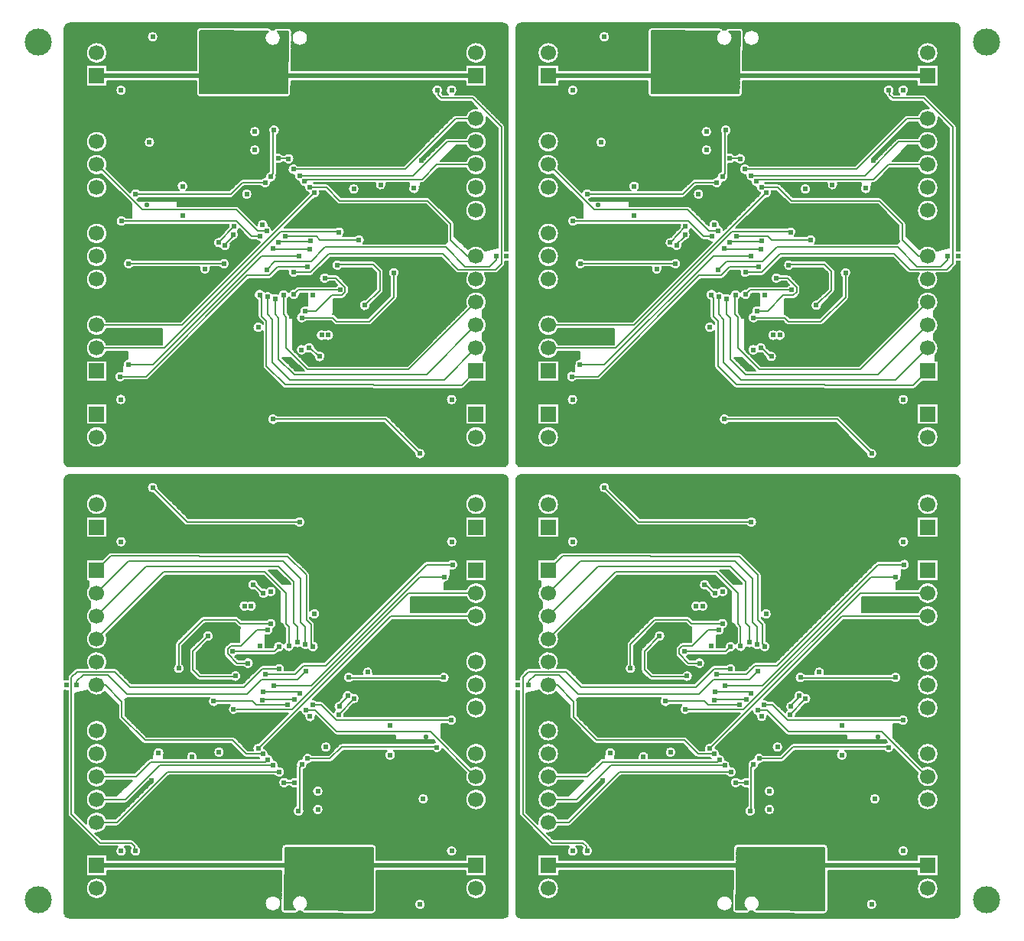
<source format=gbl>
G04*
G04 #@! TF.GenerationSoftware,Altium Limited,Altium Designer,21.2.2 (38)*
G04*
G04 Layer_Physical_Order=4*
G04 Layer_Color=16711680*
%FSLAX24Y24*%
%MOIN*%
G70*
G04*
G04 #@! TF.SameCoordinates,7BEC17FB-94DA-460C-997F-5D10B4D38A6F*
G04*
G04*
G04 #@! TF.FilePolarity,Positive*
G04*
G01*
G75*
%ADD11C,0.0050*%
%ADD12C,0.0060*%
%ADD44C,0.0150*%
%ADD45C,0.1181*%
%ADD46C,0.0669*%
%ADD47R,0.0669X0.0669*%
%ADD48R,0.0669X0.0669*%
%ADD49C,0.0220*%
%ADD50C,0.0240*%
%ADD56C,0.0060*%
%ADD57C,0.0200*%
D11*
X19510Y19291D02*
G03*
X19291Y19510I-219J0D01*
G01*
X19368Y14977D02*
G03*
X19323Y15086I-155J0D01*
G01*
X19368Y14977D02*
G03*
X19323Y15086I-155J0D01*
G01*
X18060Y16350D02*
G03*
X17950Y16395I-110J-110D01*
G01*
X18060Y16350D02*
G03*
X17950Y16395I-110J-110D01*
G01*
X18173Y15798D02*
G03*
X17678Y15498I-63J-455D01*
G01*
X18570Y15343D02*
G03*
X18566Y15405I-460J0D01*
G01*
X18570Y18217D02*
G03*
X18570Y18217I-460J0D01*
G01*
X17292Y16585D02*
G03*
X16893Y16395I-245J0D01*
G01*
X17202D02*
G03*
X17292Y16585I-155J190D01*
G01*
X17219Y15498D02*
G03*
X17109Y15452I0J-155D01*
G01*
X17219Y15498D02*
G03*
X17109Y15452I0J-155D01*
G01*
X16617Y16443D02*
G03*
X16662Y16585I-199J142D01*
G01*
X18570Y14343D02*
G03*
X17678Y14498I-460J0D01*
G01*
Y15188D02*
G03*
X18570Y15343I433J155D01*
G01*
Y13343D02*
G03*
X17678Y13498I-460J0D01*
G01*
Y13188D02*
G03*
X18570Y13343I433J155D01*
G01*
X17678Y14188D02*
G03*
X18570Y14343I433J155D01*
G01*
X16858Y14498D02*
G03*
X16748Y14452I0J-155D01*
G01*
X16858Y14498D02*
G03*
X16748Y14452I0J-155D01*
G01*
X10776Y18870D02*
G03*
X10776Y18870I-347J0D01*
G01*
X16662Y16585D02*
G03*
X16298Y16371I-245J0D01*
G01*
Y16371D02*
G03*
X16342Y16279I154J17D01*
G01*
X16490Y16130D02*
G03*
X16600Y16085I110J110D01*
G01*
X16298Y16371D02*
G03*
X16342Y16279I154J17D01*
G01*
X16490Y16130D02*
G03*
X16600Y16085I110J110D01*
G01*
X15752Y12545D02*
G03*
X15862Y12591I0J155D01*
G01*
X15752Y12545D02*
G03*
X15862Y12591I0J155D01*
G01*
X14205Y12470D02*
G03*
X14193Y12545I-245J0D01*
G01*
X13727D02*
G03*
X14205Y12470I233J-75D01*
G01*
X15655Y12310D02*
G03*
X15642Y12390I-245J0D01*
G01*
X18570Y12343D02*
G03*
X18570Y12343I-460J0D01*
G01*
Y11343D02*
G03*
X18570Y11343I-460J0D01*
G01*
X16110Y11870D02*
G03*
X16000Y11915I-110J-110D01*
G01*
X16110Y11870D02*
G03*
X16000Y11915I-110J-110D01*
G01*
X15200Y12436D02*
G03*
X15655Y12310I210J-126D01*
G01*
X17165Y10750D02*
G03*
X17120Y10860I-155J0D01*
G01*
X17165Y10750D02*
G03*
X17120Y10860I-155J0D01*
G01*
X13025Y12280D02*
G03*
X13025Y12280I-245J0D01*
G01*
X11695Y12462D02*
G03*
X11585Y12508I-110J-110D01*
G01*
X11695Y12462D02*
G03*
X11585Y12508I-110J-110D01*
G01*
X11060D02*
G03*
X11022Y12545I-190J-155D01*
G01*
X10180Y12897D02*
G03*
X10395Y12606I240J-47D01*
G01*
X10626Y12365D02*
G03*
X10825Y12112I245J-13D01*
G01*
X10395Y12606D02*
G03*
X10626Y12365I245J4D01*
G01*
X11315Y12110D02*
G03*
X11299Y12198I-245J0D01*
G01*
X11045Y11866D02*
G03*
X11315Y12110I25J244D01*
G01*
X12068Y11650D02*
G03*
X12178Y11605I110J110D01*
G01*
X12068Y11650D02*
G03*
X12178Y11605I110J110D01*
G01*
X12385Y10400D02*
G03*
X11969Y10575I-245J0D01*
G01*
X13255Y10060D02*
G03*
X12820Y10215I-245J0D01*
G01*
X12301D02*
G03*
X12385Y10400I-161J185D01*
G01*
X19510Y9592D02*
G03*
X19368Y9597I-80J-232D01*
G01*
Y9123D02*
G03*
X19510Y9128I62J237D01*
G01*
X19323Y8914D02*
G03*
X19368Y9023I-110J110D01*
G01*
X19323Y8914D02*
G03*
X19368Y9023I-110J110D01*
G01*
X18960Y8615D02*
G03*
X19069Y8660I0J155D01*
G01*
X18960Y8615D02*
G03*
X19069Y8660I0J155D01*
G01*
X18570Y8343D02*
G03*
X18481Y8615I-460J0D01*
G01*
X18501Y9585D02*
G03*
X17760Y9640I-391J-242D01*
G01*
X17740Y8615D02*
G03*
X18570Y8343I370J-272D01*
G01*
X17220Y8660D02*
G03*
X17330Y8615I110J110D01*
G01*
X17220Y8660D02*
G03*
X17330Y8615I110J110D01*
G01*
X18390Y6978D02*
G03*
X18570Y7343I-280J365D01*
G01*
D02*
G03*
X17695Y7146I-460J0D01*
G01*
X18390Y5978D02*
G03*
X18570Y6343I-280J365D01*
G01*
D02*
G03*
X18390Y6707I-460J0D01*
G01*
X18440Y5022D02*
G03*
X18570Y5343I-330J320D01*
G01*
X19292Y175D02*
G03*
X19510Y394I-0J219D01*
G01*
X18570Y5343D02*
G03*
X18390Y5707I-460J0D01*
G01*
X17488Y3565D02*
G03*
X17597Y3610I0J155D01*
G01*
X17488Y3565D02*
G03*
X17597Y3610I0J155D01*
G01*
X18570Y1469D02*
G03*
X18570Y1469I-460J0D01*
G01*
X16855Y10063D02*
G03*
X16874Y9989I155J0D01*
G01*
X16855Y10063D02*
G03*
X16874Y9989I155J0D01*
G01*
X14685Y8430D02*
G03*
X14775Y8620I-155J190D01*
G01*
D02*
G03*
X14375Y8430I-245J0D01*
G01*
X14072Y8686D02*
G03*
X14027Y8796I-155J0D01*
G01*
X14072Y8686D02*
G03*
X14027Y8796I-155J0D01*
G01*
X13723Y9100D02*
G03*
X13613Y9145I-110J-110D01*
G01*
X13723Y9100D02*
G03*
X13613Y9145I-110J-110D01*
G01*
X13192Y9896D02*
G03*
X13255Y10060I-182J164D01*
G01*
X14640Y7460D02*
G03*
X14685Y7570I-110J110D01*
G01*
X14640Y7460D02*
G03*
X14685Y7570I-110J110D01*
G01*
X14027Y7757D02*
G03*
X14072Y7867I-110J110D01*
G01*
X14027Y7757D02*
G03*
X14072Y7867I-110J110D01*
G01*
X13285Y7454D02*
G03*
X13505Y7210I-25J-244D01*
G01*
X12221Y9145D02*
G03*
X12271Y8835I-161J-185D01*
G01*
X12107Y8505D02*
G03*
X11997Y8551I-110J-110D01*
G01*
X12107Y8505D02*
G03*
X11997Y8551I-110J-110D01*
G01*
X10891Y8495D02*
G03*
X11001Y8540I0J155D01*
G01*
X10891Y8495D02*
G03*
X11001Y8540I0J155D01*
G01*
X12556Y7992D02*
G03*
X12511Y8101I-155J0D01*
G01*
X12556Y7992D02*
G03*
X12511Y8101I-155J0D01*
G01*
X12073Y8101D02*
G03*
X11990Y8035I107J-221D01*
G01*
X12511Y7673D02*
G03*
X12556Y7783I-110J110D01*
G01*
X12511Y7673D02*
G03*
X12556Y7783I-110J110D01*
G01*
X12260Y7486D02*
G03*
X12370Y7532I0J155D01*
G01*
X12260Y7486D02*
G03*
X12370Y7532I0J155D01*
G01*
X11705Y8551D02*
G03*
X11705Y8241I-190J-155D01*
G01*
X10372Y8035D02*
G03*
X10263Y7990I0J-155D01*
G01*
X10372Y8035D02*
G03*
X10263Y7990I0J-155D01*
G01*
X10770Y7724D02*
G03*
X10770Y7556I230J-84D01*
G01*
X11972Y6781D02*
G03*
X11870Y6826I-110J-110D01*
G01*
X11972Y6781D02*
G03*
X11870Y6826I-110J-110D01*
G01*
X17292Y3100D02*
G03*
X17292Y3100I-245J0D01*
G01*
X15915Y740D02*
G03*
X15645Y984I-245J0D01*
G01*
X15426Y765D02*
G03*
X15915Y740I244J-25D01*
G01*
X11924Y6390D02*
G03*
X12033Y6345I110J110D01*
G01*
X11924Y6390D02*
G03*
X12033Y6345I110J110D01*
G01*
X13460D02*
G03*
X13570Y6390I0J155D01*
G01*
X13460Y6345D02*
G03*
X13570Y6390I0J155D01*
G01*
X11915Y5905D02*
G03*
X11525Y6102I-245J0D01*
G01*
Y5708D02*
G03*
X11915Y5905I145J197D01*
G01*
X13572Y3585D02*
G03*
X13649Y3565I76J135D01*
G01*
X13572Y3585D02*
G03*
X13649Y3565I76J135D01*
G01*
X14280Y2350D02*
G03*
X14170Y2395I-110J-110D01*
G01*
X14280Y2350D02*
G03*
X14170Y2395I-110J-110D01*
G01*
X11525Y6102D02*
G03*
X11525Y5708I-145J-197D01*
G01*
X10770Y7177D02*
G03*
X10430Y6900I-101J-223D01*
G01*
X10430D02*
G03*
X10708Y6516I89J-228D01*
G01*
X11540Y4974D02*
G03*
X11233Y5212I-245J0D01*
G01*
X11085Y5360D02*
G03*
X10633Y5482I-245J-10D01*
G01*
X11050Y4956D02*
G03*
X11540Y4974I244J19D01*
G01*
X10633Y5482D02*
G03*
X10717Y5138I-123J-212D01*
G01*
X10717D02*
G03*
X10895Y5111I123J212D01*
G01*
X9449Y19304D02*
G03*
X9309Y19211I-2J-150D01*
G01*
X9449Y19304D02*
G03*
X9309Y19211I-1J-150D01*
G01*
X10080Y19150D02*
G03*
X9931Y19300I-150J0D01*
G01*
X10080Y19150D02*
G03*
X9931Y19300I-150J0D01*
G01*
X9193Y19212D02*
G03*
X9054Y19307I-139J-56D01*
G01*
X9309Y19211D02*
G03*
X9193Y19212I-61J-341D01*
G01*
Y19212D02*
G03*
X9055Y19307I-139J-56D01*
G01*
X9890Y16290D02*
G03*
X10040Y16438I0J150D01*
G01*
X9890Y16290D02*
G03*
X10040Y16438I0J150D01*
G01*
X9555Y14840D02*
G03*
X9106Y14704I-245J0D01*
G01*
X9416Y14619D02*
G03*
X9555Y14840I-106J221D01*
G01*
X10186Y13601D02*
G03*
X9755Y13760I-245J0D01*
G01*
X9748Y13450D02*
G03*
X10186Y13601I193J150D01*
G01*
X9683Y13760D02*
G03*
X9416Y13844I-193J-150D01*
G01*
X8714Y13980D02*
G03*
X8714Y13980I-245J0D01*
G01*
Y14777D02*
G03*
X8714Y14777I-245J0D01*
G01*
X10340Y13295D02*
G03*
X10180Y12897I-190J-155D01*
G01*
X9416Y13376D02*
G03*
X9676Y13450I74J234D01*
G01*
X9403Y12887D02*
G03*
X9416Y12950I-142J63D01*
G01*
X9415Y12810D02*
G03*
X9403Y12887I-245J0D01*
G01*
X9106Y13047D02*
G03*
X8925Y12805I64J-237D01*
G01*
X9403Y12887D02*
G03*
X9416Y12950I-142J63D01*
G01*
X8925Y12805D02*
G03*
X8730Y12715I-5J-245D01*
G01*
X9165Y12565D02*
G03*
X9415Y12810I5J245D01*
G01*
X8730Y12405D02*
G03*
X9165Y12560I190J155D01*
G01*
X9053Y10728D02*
G03*
X8567Y10685I-245J0D01*
G01*
X9223Y10483D02*
G03*
X9049Y10685I-243J-33D01*
G01*
X9049Y10685D02*
G03*
X9053Y10728I-241J43D01*
G01*
X7940Y12715D02*
G03*
X7830Y12670I0J-155D01*
G01*
X7940Y12715D02*
G03*
X7830Y12670I0J-155D01*
G01*
X8365Y12056D02*
G03*
X8365Y12056I-245J0D01*
G01*
X7430Y11895D02*
G03*
X7540Y11940I0J155D01*
G01*
X7430Y11895D02*
G03*
X7540Y11940I0J155D01*
G01*
X7775Y10290D02*
G03*
X7715Y10450I-245J0D01*
G01*
X7762Y11490D02*
G03*
X7653Y11535I-110J-110D01*
G01*
X7715Y10450D02*
G03*
X7786Y10544I-155J190D01*
G01*
X7762Y11490D02*
G03*
X7653Y11535I-110J-110D01*
G01*
X6091Y19330D02*
G03*
X5974Y19276I-1J-150D01*
G01*
X5974Y19276D02*
G03*
X5920Y19160I96J-116D01*
G01*
X4261Y18914D02*
G03*
X4261Y18914I-245J0D01*
G01*
X2034Y18217D02*
G03*
X2034Y18217I-460J0D01*
G01*
X5920Y16440D02*
G03*
X6070Y16290I150J0D01*
G01*
X5920Y16440D02*
G03*
X6070Y16290I150J0D01*
G01*
X2883Y16585D02*
G03*
X2883Y16585I-245J0D01*
G01*
X2034Y14343D02*
G03*
X2034Y14343I-460J0D01*
G01*
X4121Y14316D02*
G03*
X4121Y14316I-245J0D01*
G01*
X394Y19510D02*
G03*
X175Y19292I0J-219D01*
G01*
X5561Y12400D02*
G03*
X5168Y12205I-245J0D01*
G01*
X5465D02*
G03*
X5561Y12400I-148J195D01*
G01*
X3476Y12205D02*
G03*
X3039Y12130I-201J-140D01*
G01*
X2000Y13169D02*
G03*
X2034Y13343I-426J174D01*
G01*
D02*
G03*
X1793Y12938I-460J0D01*
G01*
X3340Y11829D02*
G03*
X3451Y11895I-65J236D01*
G01*
X7330Y10725D02*
G03*
X7317Y10608I230J-85D01*
G01*
X2847Y11035D02*
G03*
X2840Y10725I-193J-151D01*
G01*
X2034Y12343D02*
G03*
X2034Y12343I-460J0D01*
G01*
X9930Y8717D02*
G03*
X10356Y8495I236J-67D01*
G01*
X10196Y7923D02*
G03*
X9946Y7775I-25J-244D01*
G01*
X8230Y10100D02*
G03*
X8339Y10055I110J110D01*
G01*
X8230Y10100D02*
G03*
X8339Y10055I110J110D01*
G01*
X8510D02*
G03*
X8705Y9965I190J155D01*
G01*
X7577Y10050D02*
G03*
X7775Y10290I-47J240D01*
G01*
X9098Y8352D02*
G03*
X9208Y8398I0J155D01*
G01*
X9098Y8352D02*
G03*
X9208Y8398I0J155D01*
G01*
X9955Y7564D02*
G03*
X10417Y7679I216J115D01*
G01*
X9946Y7775D02*
G03*
X9487Y7694I-216J-115D01*
G01*
X9487D02*
G03*
X9230Y7707I-139J-202D01*
G01*
X9882Y7468D02*
G03*
X9955Y7564I-152J192D01*
G01*
X9230Y7707D02*
G03*
X8894Y7790I-210J-127D01*
G01*
D02*
G03*
X8609Y7436I-214J-120D01*
G01*
X9998Y6693D02*
G03*
X9952Y6803I-155J0D01*
G01*
X9998Y6693D02*
G03*
X9952Y6803I-155J0D01*
G01*
X8609Y6716D02*
G03*
X8654Y6606I155J0D01*
G01*
X8609Y6716D02*
G03*
X8654Y6606I155J0D01*
G01*
X8815Y6398D02*
G03*
X8815Y6102I-195J-148D01*
G01*
X7415Y9820D02*
G03*
X7407Y9882I-245J0D01*
G01*
X6955Y9703D02*
G03*
X7415Y9820I215J117D01*
G01*
X6923Y8875D02*
G03*
X7365Y9020I197J145D01*
G01*
D02*
G03*
X6939Y9185I-245J0D01*
G01*
X9680Y3631D02*
G03*
X9790Y3585I110J110D01*
G01*
X9680Y3631D02*
G03*
X9790Y3585I110J110D01*
G01*
X8815Y4560D02*
G03*
X8860Y4451I155J0D01*
G01*
X8815Y4560D02*
G03*
X8860Y4451I155J0D01*
G01*
X9450Y2395D02*
G03*
X9450Y2085I-190J-155D01*
G01*
X6918Y10184D02*
G03*
X6955Y9703I-25J-244D01*
G01*
X6072Y8875D02*
G03*
X6545Y8786I228J-89D01*
G01*
D02*
G03*
X6528Y8875I-245J0D01*
G01*
X3158Y9185D02*
G03*
X3168Y8875I-185J-161D01*
G01*
X2034Y10343D02*
G03*
X2034Y10343I-460J0D01*
G01*
Y9343D02*
G03*
X2034Y9343I-460J0D01*
G01*
Y8343D02*
G03*
X2034Y8343I-460J0D01*
G01*
X2008Y6498D02*
G03*
X2008Y6188I-433J-155D01*
G01*
X2940Y4874D02*
G03*
X2718Y4590I20J-244D01*
G01*
X2008Y5498D02*
G03*
X2008Y5188I-433J-155D01*
G01*
X3730Y3945D02*
G03*
X3839Y3990I0J155D01*
G01*
X3730Y3945D02*
G03*
X3839Y3990I0J155D01*
G01*
X2700Y4324D02*
G03*
X2790Y3945I-100J-224D01*
G01*
X2875Y3100D02*
G03*
X2875Y3100I-245J0D01*
G01*
X2034Y1469D02*
G03*
X2034Y1469I-460J0D01*
G01*
X175Y394D02*
G03*
X394Y175I219J0D01*
G01*
X9595Y18870D02*
G03*
X9448Y19154I-347J0D01*
G01*
X9053Y19157D02*
G03*
X9595Y18870I195J-287D01*
G01*
X18649Y15760D02*
X19510D01*
X18689Y15720D02*
X19510D01*
X18609Y15800D02*
X19510D01*
X18769Y15640D02*
X19510D01*
X18809Y15600D02*
X19510D01*
X18729Y15680D02*
X19510D01*
X18570Y16880D02*
X19510D01*
X18570Y16840D02*
X19510D01*
X18570Y16920D02*
X19510D01*
X18570Y16760D02*
X19510D01*
X18569Y15840D02*
X19510D01*
X18570Y16800D02*
X19510D01*
X19089Y15320D02*
X19510D01*
X19129Y15280D02*
X19510D01*
X19049Y15360D02*
X19510D01*
X19209Y15200D02*
X19510D01*
X19249Y15160D02*
X19510D01*
X19169Y15240D02*
X19510D01*
X18889Y15520D02*
X19510D01*
X18929Y15480D02*
X19510D01*
X18849Y15560D02*
X19510D01*
X19009Y15400D02*
X19510D01*
X18969Y15440D02*
X19510D01*
X18570Y17560D02*
X19510D01*
X18570Y17520D02*
X19510D01*
X18570Y17440D02*
X19510D01*
X18570Y17400D02*
X19510D01*
X18570Y17480D02*
X19510D01*
X18570Y18200D02*
X19510D01*
X18566Y18160D02*
X19510D01*
X18569Y18240D02*
X19510D01*
X18570Y17600D02*
X19510D01*
X18570Y17640D02*
X19510D01*
X18570Y17120D02*
X19510D01*
X18570Y17080D02*
X19510D01*
X18570Y17160D02*
X19510D01*
X18570Y17000D02*
X19510D01*
X18570Y16960D02*
X19510D01*
X18570Y17040D02*
X19510D01*
X18570Y17320D02*
X19510D01*
X18570Y17280D02*
X19510D01*
X18570Y17360D02*
X19510D01*
X18570Y17200D02*
X19510D01*
X18570Y17240D02*
X19510D01*
X19368Y14240D02*
X19510D01*
X19368Y14200D02*
X19510D01*
X19368Y14280D02*
X19510D01*
X19368Y14120D02*
X19510D01*
X19368Y14080D02*
X19510D01*
X19368Y14160D02*
X19510D01*
X19355Y15040D02*
X19510D01*
X19366Y15000D02*
X19510D01*
X19329Y15080D02*
X19510D01*
X19368Y14360D02*
X19510D01*
X19368Y14320D02*
X19510D01*
X19368Y14400D02*
X19510D01*
X19368Y13800D02*
X19510D01*
X19368Y13760D02*
X19510D01*
X19368Y13840D02*
X19510D01*
X19368Y13680D02*
X19510D01*
X19368Y13640D02*
X19510D01*
X19368Y13720D02*
X19510D01*
X19368Y14000D02*
X19510D01*
X19368Y13960D02*
X19510D01*
X19368Y14040D02*
X19510D01*
X19368Y13880D02*
X19510D01*
X19368Y13920D02*
X19510D01*
X19368Y14880D02*
X19510D01*
X19368Y14840D02*
X19510D01*
X19368Y14920D02*
X19510D01*
X19368Y14760D02*
X19510D01*
X19368Y14720D02*
X19510D01*
X19368Y14800D02*
X19510D01*
X19289Y15120D02*
X19510D01*
X19368Y14960D02*
X19510D01*
X18566Y15405D02*
X19058Y14913D01*
X19368Y14600D02*
X19510D01*
X19368Y14560D02*
X19510D01*
X19368Y14640D02*
X19510D01*
X19368Y14480D02*
X19510D01*
X19368Y14440D02*
X19510D01*
X19368Y14520D02*
X19510D01*
X19368Y14680D02*
X19510D01*
X18570Y14360D02*
X19058D01*
X18566Y14400D02*
X19058D01*
X18566Y14280D02*
X19058D01*
X18569Y14320D02*
X19058D01*
X18565Y18280D02*
X19510D01*
X18560Y18120D02*
X19510D01*
X18558Y18320D02*
X19510D01*
X18535Y18040D02*
X19510D01*
X18516Y18000D02*
X19510D01*
X18549Y18080D02*
X19510D01*
X18461Y17920D02*
X19510D01*
X18423Y17880D02*
X19510D01*
X18492Y17960D02*
X19510D01*
X18305Y17800D02*
X19510D01*
X18164Y17760D02*
X19510D01*
X18374Y17840D02*
X19510D01*
X17286Y16640D02*
X19510D01*
X17292Y16600D02*
X19510D01*
X17273Y16680D02*
X19510D01*
X17283Y16520D02*
X19510D01*
X17269Y16480D02*
X19510D01*
X17291Y16560D02*
X19510D01*
X10058Y17680D02*
X19510D01*
X17252Y16720D02*
X19510D01*
X10059Y17720D02*
X19510D01*
X17208Y16400D02*
X19510D01*
X17245Y16440D02*
X19510D01*
X10764Y18960D02*
X19510D01*
X10773Y18920D02*
X19510D01*
X10751Y19000D02*
X19510D01*
X10775Y18840D02*
X19510D01*
X10769Y18800D02*
X19510D01*
X10776Y18880D02*
X19510D01*
X10620Y19160D02*
X19510D01*
X10670Y19120D02*
X19510D01*
X10536Y19200D02*
X19510D01*
X10732Y19040D02*
X19510D01*
X10705Y19080D02*
X19510D01*
X18455Y18520D02*
X19510D01*
X18487Y18480D02*
X19510D01*
X18416Y18560D02*
X19510D01*
X18532Y18400D02*
X19510D01*
X18547Y18360D02*
X19510D01*
X18512Y18440D02*
X19510D01*
X10742Y18720D02*
X19510D01*
X10720Y18680D02*
X19510D01*
X10758Y18760D02*
X19510D01*
X18364Y18600D02*
X19510D01*
X18289Y18640D02*
X19510D01*
X18249Y16160D02*
X19510D01*
X18289Y16120D02*
X19510D01*
X18209Y16200D02*
X19510D01*
X18369Y16040D02*
X19510D01*
X18409Y16000D02*
X19510D01*
X18329Y16080D02*
X19510D01*
X18089Y16320D02*
X19510D01*
X18129Y16280D02*
X19510D01*
X18048Y16360D02*
X19510D01*
X18169Y16240D02*
X19510D01*
X18060Y16350D02*
X19323Y15086D01*
X18549Y14480D02*
X19058D01*
X18559Y14440D02*
X19058D01*
X18534Y14520D02*
X19058D01*
X18547Y14200D02*
X19058D01*
X18532Y14160D02*
X19058D01*
X18558Y14240D02*
X19058D01*
X18489Y15920D02*
X19510D01*
X18529Y15880D02*
X19510D01*
X18449Y15960D02*
X19510D01*
X18155Y13800D02*
X19058D01*
X18515Y14560D02*
X19058D01*
X18422Y14680D02*
X19058D01*
X18461Y14640D02*
X19058D01*
X18372Y14720D02*
X19058D01*
X18512Y14120D02*
X19058D01*
X18488Y14080D02*
X19058D01*
X18491Y14600D02*
X19058D01*
X16975Y14880D02*
X19058D01*
X16935Y14840D02*
X19058D01*
X18291Y14920D02*
X19051D01*
X18303Y14760D02*
X19058D01*
X18155Y14800D02*
X19058D01*
X18417Y14000D02*
X19058D01*
X18372Y13720D02*
X19058D01*
X18456Y14040D02*
X19058D01*
X18461Y13640D02*
X19058D01*
X18491Y13600D02*
X19058D01*
X18422Y13680D02*
X19058D01*
X18291Y13920D02*
X19058D01*
X16950Y13880D02*
X19058D01*
X18365Y13960D02*
X19058D01*
X18303Y13760D02*
X19058D01*
X16910Y13840D02*
X19058D01*
X19368Y12440D02*
X19510D01*
X19368Y12400D02*
X19510D01*
X19368Y12480D02*
X19510D01*
X19368Y12320D02*
X19510D01*
X19368Y12280D02*
X19510D01*
X19368Y12360D02*
X19510D01*
X19368Y12680D02*
X19510D01*
X19368Y12640D02*
X19510D01*
X19368Y12720D02*
X19510D01*
X19368Y12560D02*
X19510D01*
X19368Y12520D02*
X19510D01*
X19368Y12600D02*
X19510D01*
X19368Y12000D02*
X19510D01*
X19368Y11960D02*
X19510D01*
X19368Y12040D02*
X19510D01*
X19368Y11880D02*
X19510D01*
X19368Y11840D02*
X19510D01*
X19368Y11920D02*
X19510D01*
X19368Y12200D02*
X19510D01*
X19368Y12160D02*
X19510D01*
X19368Y12240D02*
X19510D01*
X19368Y12080D02*
X19510D01*
X19368Y12120D02*
X19510D01*
X19368Y13360D02*
X19510D01*
X19368Y13320D02*
X19510D01*
X19368Y13400D02*
X19510D01*
X19368Y13240D02*
X19510D01*
X19368Y13200D02*
X19510D01*
X19368Y13280D02*
X19510D01*
X19368Y13560D02*
X19510D01*
X19368Y13520D02*
X19510D01*
X19368Y13600D02*
X19510D01*
X19368Y13440D02*
X19510D01*
X19368Y13480D02*
X19510D01*
X19368Y12920D02*
X19510D01*
X19368Y12880D02*
X19510D01*
X19368Y12960D02*
X19510D01*
X19368Y12800D02*
X19510D01*
X19368Y12760D02*
X19510D01*
X19368Y12840D02*
X19510D01*
X19368Y13120D02*
X19510D01*
X19368Y13080D02*
X19510D01*
X19368Y13160D02*
X19510D01*
X19368Y13000D02*
X19510D01*
X19368Y13040D02*
X19510D01*
X19368Y10640D02*
X19510D01*
X19368Y10600D02*
X19510D01*
X19368Y10680D02*
X19510D01*
X19368Y10520D02*
X19510D01*
X19368Y10480D02*
X19510D01*
X19368Y10560D02*
X19510D01*
X19368Y10880D02*
X19510D01*
X19368Y10840D02*
X19510D01*
X19368Y10920D02*
X19510D01*
X19368Y10760D02*
X19510D01*
X19368Y10720D02*
X19510D01*
X19368Y10800D02*
X19510D01*
X19368Y10200D02*
X19510D01*
X19368Y10160D02*
X19510D01*
X19368Y10240D02*
X19510D01*
X19368Y10080D02*
X19510D01*
X19368Y10040D02*
X19510D01*
X19368Y10120D02*
X19510D01*
X19368Y10400D02*
X19510D01*
X19368Y10360D02*
X19510D01*
X19368Y10440D02*
X19510D01*
X19368Y10280D02*
X19510D01*
X19368Y10320D02*
X19510D01*
X19368Y11560D02*
X19510D01*
X19368Y11520D02*
X19510D01*
X19368Y11600D02*
X19510D01*
X19368Y11440D02*
X19510D01*
X19368Y11400D02*
X19510D01*
X19368Y11480D02*
X19510D01*
X19368Y11760D02*
X19510D01*
X19368Y11720D02*
X19510D01*
X19368Y11800D02*
X19510D01*
X19368Y11640D02*
X19510D01*
X19368Y11680D02*
X19510D01*
X19368Y11120D02*
X19510D01*
X19368Y11080D02*
X19510D01*
X19368Y11160D02*
X19510D01*
X19368Y11000D02*
X19510D01*
X19368Y10960D02*
X19510D01*
X19368Y11040D02*
X19510D01*
X19368Y11320D02*
X19510D01*
X19368Y11280D02*
X19510D01*
X19368Y11360D02*
X19510D01*
X19368Y11200D02*
X19510D01*
X19368Y11240D02*
X19510D01*
X18566Y12400D02*
X19058D01*
X18570Y12360D02*
X19058D01*
X18559Y12440D02*
X19058D01*
X18566Y12280D02*
X19058D01*
X18558Y12240D02*
X19058D01*
X18569Y12320D02*
X19058D01*
X18461Y12640D02*
X19058D01*
X18491Y12600D02*
X19058D01*
X18422Y12680D02*
X19058D01*
X18534Y12520D02*
X19058D01*
X18549Y12480D02*
X19058D01*
X18515Y12560D02*
X19058D01*
X18532Y12160D02*
X19058D01*
X18512Y12120D02*
X19058D01*
X18547Y12200D02*
X19058D01*
X18456Y12040D02*
X19058D01*
X18417Y12000D02*
X19058D01*
X18488Y12080D02*
X19058D01*
X18291Y11920D02*
X19058D01*
X16098Y11880D02*
X19058D01*
X18365Y11960D02*
X19058D01*
X18155Y11800D02*
X19058D01*
X16139Y11840D02*
X19058D01*
X18566Y13400D02*
X19058D01*
X18570Y13360D02*
X19058D01*
X18559Y13440D02*
X19058D01*
X18566Y13280D02*
X19058D01*
X18558Y13240D02*
X19058D01*
X18569Y13320D02*
X19058D01*
X18534Y13520D02*
X19058D01*
X18549Y13480D02*
X19058D01*
X18515Y13560D02*
X19058D01*
X18532Y13160D02*
X19058D01*
X18547Y13200D02*
X19058D01*
X18488Y13080D02*
X19058D01*
X18456Y13040D02*
X19058D01*
X18512Y13120D02*
X19058D01*
X18365Y12960D02*
X19058D01*
X18372Y12720D02*
X19058D01*
X18417Y13000D02*
X19058D01*
X16151Y12880D02*
X19058D01*
X16111Y12840D02*
X19058D01*
X18291Y12920D02*
X19058D01*
X18303Y12760D02*
X19058D01*
X18155Y12800D02*
X19058D01*
X17165Y10640D02*
X19058D01*
X17165Y10600D02*
X19058D01*
X17165Y10680D02*
X19058D01*
X17165Y10520D02*
X19058D01*
X17165Y10480D02*
X19058D01*
X17165Y10560D02*
X19058D01*
X17136Y10840D02*
X19058D01*
X17157Y10800D02*
X19058D01*
X17099Y10880D02*
X19058D01*
X17165Y10720D02*
X19058D01*
X17165Y10760D02*
X19058D01*
X17200Y10200D02*
X19058D01*
X17240Y10160D02*
X19058D01*
X17165Y10240D02*
X19058D01*
X17320Y10080D02*
X19058D01*
X17360Y10040D02*
X19058D01*
X17280Y10120D02*
X19058D01*
X17165Y10400D02*
X19058D01*
X17165Y10360D02*
X19058D01*
X17165Y10440D02*
X19058D01*
X17165Y10280D02*
X19058D01*
X17165Y10320D02*
X19058D01*
X18534Y11520D02*
X19058D01*
X18549Y11480D02*
X19058D01*
X18515Y11560D02*
X19058D01*
X18566Y11400D02*
X19058D01*
X18570Y11360D02*
X19058D01*
X18559Y11440D02*
X19058D01*
X18372Y11720D02*
X19058D01*
X18422Y11680D02*
X19058D01*
X18303Y11760D02*
X19058D01*
X18491Y11600D02*
X19058D01*
X18461Y11640D02*
X19058D01*
X18566Y11280D02*
X19058D01*
X18558Y11240D02*
X19058D01*
X18569Y11320D02*
X19058D01*
X18532Y11160D02*
X19058D01*
X18512Y11120D02*
X19058D01*
X18547Y11200D02*
X19058D01*
X18456Y11040D02*
X19058D01*
X18417Y11000D02*
X19058D01*
X18488Y11080D02*
X19058D01*
X18291Y10920D02*
X19058D01*
X18365Y10960D02*
X19058D01*
X18570Y16757D02*
Y17676D01*
X17886Y16085D02*
X18173Y15798D01*
X17651Y17676D02*
X18570D01*
X17651Y16757D02*
X18570D01*
X17202Y16395D02*
X17950D01*
X16600Y16085D02*
X17886D01*
X17219Y15498D02*
X17678D01*
X18569Y15320D02*
X18651D01*
X18566Y15280D02*
X18691D01*
X18570Y15360D02*
X18611D01*
X18547Y15200D02*
X18771D01*
X18532Y15160D02*
X18811D01*
X18558Y15240D02*
X18731D01*
X17255Y15160D02*
X17688D01*
X17215Y15120D02*
X17708D01*
X17283Y15188D02*
X17678D01*
X18512Y15120D02*
X18851D01*
X17175Y15080D02*
X17733D01*
X17165Y16800D02*
X17651D01*
X17219Y16760D02*
X17651D01*
Y17442D02*
Y17676D01*
Y16757D02*
Y16992D01*
X16662Y16600D02*
X16803D01*
X16535Y16800D02*
X16930D01*
X16589Y16760D02*
X16876D01*
X16622Y16720D02*
X16843D01*
X16643Y16680D02*
X16821D01*
X16656Y16640D02*
X16808D01*
X16659Y16400D02*
X16887D01*
X16664Y16395D02*
X16893D01*
X16661Y16560D02*
X16804D01*
X16654Y16520D02*
X16811D01*
X16639Y16480D02*
X16826D01*
X16619Y16440D02*
X16850D01*
X16617Y16443D02*
X16664Y16395D01*
X18456Y15040D02*
X18931D01*
X18417Y15000D02*
X18971D01*
X18488Y15080D02*
X18891D01*
X18365Y14960D02*
X19011D01*
X17055D02*
X17855D01*
X17015Y14920D02*
X17929D01*
X17095Y15000D02*
X17804D01*
X16895Y14800D02*
X18066D01*
X16855Y14760D02*
X17918D01*
X16815Y14720D02*
X17848D01*
X17030Y13960D02*
X17855D01*
X16990Y13920D02*
X17929D01*
X17070Y14000D02*
X17804D01*
X16870Y13800D02*
X18066D01*
X16830Y13760D02*
X17918D01*
X16775Y14680D02*
X17798D01*
X16790Y13720D02*
X17848D01*
X16750Y13680D02*
X17798D01*
X17135Y15040D02*
X17764D01*
X16735Y14640D02*
X17760D01*
X16695Y14600D02*
X17729D01*
X16858Y14498D02*
X17678D01*
X16655Y14560D02*
X17705D01*
X16615Y14520D02*
X17686D01*
X16575Y14480D02*
X16786D01*
X16535Y14440D02*
X16736D01*
X16495Y14400D02*
X16696D01*
X17230Y14160D02*
X17688D01*
X17190Y14120D02*
X17708D01*
X17242Y14188D02*
X17678D01*
X17110Y14040D02*
X17764D01*
X16710Y13640D02*
X17760D01*
X17150Y14080D02*
X17733D01*
X16670Y13600D02*
X17729D01*
X16630Y13560D02*
X17705D01*
X16590Y13520D02*
X17686D01*
X16568Y13498D02*
X17678D01*
X16568D02*
X17250Y14180D01*
X10689Y18640D02*
X17931D01*
X10647Y18600D02*
X17857D01*
X10585Y18560D02*
X17805D01*
X10071Y18520D02*
X17765D01*
X10070Y18480D02*
X17734D01*
X10070Y18440D02*
X17709D01*
X10069Y18400D02*
X17689D01*
X10068Y18360D02*
X17674D01*
X10068Y18320D02*
X17662D01*
X10067Y18280D02*
X17655D01*
X10067Y18240D02*
X17651D01*
X10066Y18200D02*
X17651D01*
X10065Y18120D02*
X17661D01*
X10064Y18080D02*
X17671D01*
X10065Y18160D02*
X17654D01*
X10063Y18000D02*
X17705D01*
X10062Y17960D02*
X17729D01*
X10064Y18040D02*
X17686D01*
X10061Y17880D02*
X17797D01*
X10061Y17840D02*
X17847D01*
X10062Y17920D02*
X17759D01*
X10059Y17760D02*
X18057D01*
X10060Y17800D02*
X17916D01*
X10080Y19160D02*
X10239D01*
X10080Y19120D02*
X10189D01*
X10079Y19080D02*
X10153D01*
X10078Y19040D02*
X10127D01*
X10078Y19000D02*
X10108D01*
X10071Y19200D02*
X10323D01*
X10073Y18680D02*
X10139D01*
X10074Y18720D02*
X10117D01*
X10072Y18600D02*
X10212D01*
X10072Y18640D02*
X10170D01*
X10071Y18560D02*
X10274D01*
X16342Y16279D02*
X16490Y16130D01*
X10057Y17600D02*
X17651D01*
X10057Y17560D02*
X17651D01*
X10058Y17640D02*
X17651D01*
X10055Y17480D02*
X17651D01*
X10056Y17520D02*
X17651D01*
X16455Y14360D02*
X16656D01*
X16415Y14320D02*
X16616D01*
X16375Y14280D02*
X16576D01*
X16335Y14240D02*
X16536D01*
X16295Y14200D02*
X16496D01*
X15685Y13590D02*
X17283Y15188D01*
X16255Y14160D02*
X16456D01*
X16215Y14120D02*
X16416D01*
X14952Y13295D02*
X17109Y15452D01*
X15808Y13512D02*
X16748Y14452D01*
X16175Y14080D02*
X16376D01*
X16135Y14040D02*
X16336D01*
X16095Y14000D02*
X16296D01*
X16458Y13188D02*
X17678D01*
X16431Y13160D02*
X17688D01*
X16055Y13960D02*
X16256D01*
X16015Y13920D02*
X16216D01*
X15975Y13880D02*
X16176D01*
X15935Y13840D02*
X16136D01*
X15862Y12591D02*
X16458Y13188D01*
X15895Y13800D02*
X16096D01*
X15855Y13760D02*
X16056D01*
X15815Y13720D02*
X16016D01*
X15775Y13680D02*
X15976D01*
X15735Y13640D02*
X15936D01*
X15695Y13600D02*
X15896D01*
X10186D02*
X15257D01*
X10084Y13800D02*
X15457D01*
X10127Y13760D02*
X15417D01*
X10155Y13720D02*
X15377D01*
X10173Y13680D02*
X15337D01*
X10183Y13640D02*
X15297D01*
X15730Y13590D02*
X15808Y13512D01*
X15760Y13560D02*
X15856D01*
X15685Y13590D02*
X15730D01*
X10258Y13360D02*
X15017D01*
X10316Y13320D02*
X14977D01*
X10340Y13295D02*
X14952D01*
X10182Y13560D02*
X15217D01*
X10172Y13520D02*
X15177D01*
X10154Y13480D02*
X15137D01*
X10126Y13440D02*
X15097D01*
X10081Y13400D02*
X15057D01*
X16351Y13080D02*
X17733D01*
X16311Y13040D02*
X17764D01*
X16391Y13120D02*
X17708D01*
X16231Y12960D02*
X17855D01*
X16191Y12920D02*
X17929D01*
X16271Y13000D02*
X17804D01*
X16071Y12800D02*
X18066D01*
X16031Y12760D02*
X17918D01*
X15991Y12720D02*
X17848D01*
X15951Y12680D02*
X17798D01*
X15911Y12640D02*
X17760D01*
X15871Y12600D02*
X17729D01*
X15818Y12560D02*
X17705D01*
X15680Y12480D02*
X17672D01*
X15680Y12440D02*
X17661D01*
X15680Y12400D02*
X17654D01*
X15680Y12520D02*
X17686D01*
X15655Y12320D02*
X17651D01*
X15650Y12360D02*
X17651D01*
X15645Y12240D02*
X17662D01*
X15653Y12280D02*
X17655D01*
X15680Y12545D02*
X15752D01*
X14205Y12480D02*
X15200D01*
X14200Y12520D02*
X15200D01*
Y12436D02*
Y12545D01*
X15680Y12390D02*
Y12545D01*
X14203Y12440D02*
X15200D01*
X14193Y12545D02*
X15200D01*
X12994Y12400D02*
X13725D01*
X14195D02*
X15182D01*
X15642Y12390D02*
X15680D01*
X14179Y12360D02*
X15170D01*
X14154Y12320D02*
X15165D01*
X14044Y12240D02*
X15175D01*
X14115Y12280D02*
X15167D01*
X13022Y12320D02*
X13766D01*
X13025Y12280D02*
X13805D01*
X13012Y12360D02*
X13741D01*
X13012Y12200D02*
X15191D01*
X13022Y12240D02*
X13876D01*
X16259Y11720D02*
X17848D01*
X16299Y11680D02*
X17798D01*
X16339Y11640D02*
X17760D01*
X16379Y11600D02*
X17729D01*
X15604Y12160D02*
X17688D01*
X15565Y12120D02*
X17708D01*
X15629Y12200D02*
X17673D01*
X16179Y11800D02*
X18066D01*
X16219Y11760D02*
X17918D01*
X15494Y12080D02*
X17733D01*
X16899Y11080D02*
X17733D01*
X16939Y11040D02*
X17764D01*
X16859Y11120D02*
X17708D01*
X17019Y10960D02*
X17855D01*
X17059Y10920D02*
X17929D01*
X16979Y11000D02*
X17804D01*
X16419Y11560D02*
X17705D01*
X16459Y11520D02*
X17686D01*
X16499Y11480D02*
X17672D01*
X16819Y11160D02*
X17688D01*
X16779Y11200D02*
X17673D01*
X16539Y11440D02*
X17661D01*
X16579Y11400D02*
X17654D01*
X16619Y11360D02*
X17651D01*
X16699Y11280D02*
X17655D01*
X16739Y11240D02*
X17662D01*
X16659Y11320D02*
X17651D01*
X16110Y11870D02*
X17120Y10860D01*
X15936Y11605D02*
X16855Y10686D01*
X17165Y10235D02*
Y10750D01*
X16855Y10063D02*
Y10686D01*
X13254Y10040D02*
X16857D01*
X13254Y10080D02*
X16855D01*
X13176Y10240D02*
X16855D01*
X13211Y10200D02*
X16855D01*
X13118Y10280D02*
X16855D01*
X13248Y10120D02*
X16855D01*
X13234Y10160D02*
X16855D01*
X12829Y12520D02*
X13720D01*
X12966Y12440D02*
X13717D01*
X12922Y12480D02*
X13715D01*
X11997Y12160D02*
X12566D01*
X11957Y12200D02*
X12548D01*
X11022Y12545D02*
X13727D01*
X11049Y12520D02*
X12731D01*
X11673Y12480D02*
X12638D01*
X11717Y12440D02*
X12594D01*
X11757Y12400D02*
X12566D01*
X11797Y12360D02*
X12548D01*
X12966Y12120D02*
X15255D01*
X12922Y12080D02*
X15326D01*
X12994Y12160D02*
X15216D01*
X12829Y12040D02*
X17764D01*
X12237Y11920D02*
X17929D01*
X12242Y11915D02*
X16000D01*
X12077Y12080D02*
X12638D01*
X12117Y12040D02*
X12731D01*
X12037Y12120D02*
X12594D01*
X12197Y11960D02*
X17855D01*
X12157Y12000D02*
X17804D01*
X11837Y12320D02*
X12538D01*
X11877Y12280D02*
X12535D01*
X11917Y12240D02*
X12538D01*
X11695Y12462D02*
X12242Y11915D01*
X11060Y12508D02*
X11585D01*
X11310Y12160D02*
X11558D01*
X11315Y12120D02*
X11598D01*
X11299Y12198D02*
X11521D01*
X11313Y12080D02*
X11638D01*
X11305Y12040D02*
X11678D01*
X11264Y11960D02*
X11758D01*
X11225Y11920D02*
X11798D01*
X11289Y12000D02*
X11718D01*
X11154Y11880D02*
X11838D01*
X10499Y11320D02*
X16221D01*
X10459Y11280D02*
X16261D01*
X10539Y11360D02*
X16181D01*
X10379Y11200D02*
X16341D01*
X10339Y11160D02*
X16381D01*
X10419Y11240D02*
X16301D01*
X10259Y11080D02*
X16461D01*
X10219Y11040D02*
X16501D01*
X10299Y11120D02*
X16421D01*
X10139Y10960D02*
X16581D01*
X10179Y11000D02*
X16541D01*
X12372Y10480D02*
X16855D01*
X12382Y10440D02*
X16855D01*
X12354Y10520D02*
X16855D01*
X12382Y10360D02*
X16855D01*
X12372Y10320D02*
X16855D01*
X12385Y10400D02*
X16855D01*
X10059Y10880D02*
X16661D01*
X12189Y10640D02*
X16855D01*
X10099Y10920D02*
X16621D01*
X12326Y10560D02*
X16855D01*
X12282Y10600D02*
X16855D01*
X11521Y12198D02*
X12068Y11650D01*
X10979Y11800D02*
X11918D01*
X11019Y11840D02*
X11878D01*
X12178Y11605D02*
X15936D01*
X10899Y11720D02*
X11998D01*
X10859Y11680D02*
X12038D01*
X10939Y11760D02*
X11958D01*
X10779Y11600D02*
X15941D01*
X10819Y11640D02*
X12079D01*
X12354Y10280D02*
X12902D01*
X12326Y10240D02*
X12844D01*
X12301Y10215D02*
X12820D01*
X10699Y11520D02*
X16021D01*
X10659Y11480D02*
X16061D01*
X10739Y11560D02*
X15981D01*
X10579Y11400D02*
X16141D01*
X10619Y11440D02*
X16101D01*
X19368Y9920D02*
X19510D01*
X19368Y9880D02*
X19510D01*
X19368Y9960D02*
X19510D01*
X19368Y9760D02*
X19510D01*
X19368Y9720D02*
X19510D01*
X19368Y9840D02*
X19510D01*
X19366Y9000D02*
X19510D01*
X19355Y8960D02*
X19510D01*
X19368Y10000D02*
X19510D01*
X19289Y8880D02*
X19510D01*
X19249Y8840D02*
X19510D01*
X19329Y8920D02*
X19510D01*
X19169Y8760D02*
X19510D01*
X19129Y8720D02*
X19510D01*
X19209Y8800D02*
X19510D01*
X19044Y8640D02*
X19510D01*
X18566Y8400D02*
X19510D01*
X19089Y8680D02*
X19510D01*
X18515Y8560D02*
X19510D01*
X18534Y8520D02*
X19510D01*
X18491Y8600D02*
X19510D01*
X18559Y8440D02*
X19510D01*
X18549Y8480D02*
X19510D01*
X19368Y9680D02*
X19510D01*
X19368Y9640D02*
X19510D01*
X19368Y9800D02*
X19510D01*
Y9592D02*
Y19291D01*
X19479Y9600D02*
X19510D01*
X19058Y9715D02*
Y14913D01*
X18461Y9640D02*
X18736D01*
X18491Y9600D02*
X18565D01*
X19368Y9597D02*
Y14977D01*
X18501Y9585D02*
X19058Y9715D01*
X19368Y9080D02*
X19510D01*
X19479Y9120D02*
X19510D01*
X19368Y9040D02*
X19510D01*
X19368Y9023D02*
Y9123D01*
X19069Y8660D02*
X19323Y8914D01*
X18481Y8615D02*
X18960D01*
X18532Y7160D02*
X19510D01*
X18515Y6560D02*
X19510D01*
X18547Y7200D02*
X19510D01*
Y394D02*
Y9128D01*
X18549Y6480D02*
X19510D01*
X18534Y6520D02*
X19510D01*
X18488Y7080D02*
X19510D01*
X18456Y7040D02*
X19510D01*
X18512Y7120D02*
X19510D01*
X18461Y6640D02*
X19510D01*
X18491Y6600D02*
X19510D01*
X18422Y6680D02*
X19510D01*
X18566Y6400D02*
X19510D01*
X18570Y6360D02*
X19510D01*
X18559Y6440D02*
X19510D01*
X18566Y6280D02*
X19510D01*
X18558Y6240D02*
X19510D01*
X18569Y6320D02*
X19510D01*
X18532Y6160D02*
X19510D01*
X18512Y6120D02*
X19510D01*
X18547Y6200D02*
X19510D01*
X18456Y6040D02*
X19510D01*
X18488Y6080D02*
X19510D01*
X18569Y8320D02*
X19510D01*
X18566Y8280D02*
X19510D01*
X18570Y8360D02*
X19510D01*
X18547Y8200D02*
X19510D01*
X18532Y8160D02*
X19510D01*
X18558Y8240D02*
X19510D01*
X18512Y8120D02*
X19510D01*
X18488Y8080D02*
X19510D01*
X18422Y7680D02*
X19510D01*
X18456Y8040D02*
X19510D01*
X18566Y7400D02*
X19510D01*
X18570Y7360D02*
X19510D01*
X18559Y7440D02*
X19510D01*
X18566Y7280D02*
X19510D01*
X18558Y7240D02*
X19510D01*
X18569Y7320D02*
X19510D01*
X18491Y7600D02*
X19510D01*
X18515Y7560D02*
X19510D01*
X18461Y7640D02*
X19510D01*
X18549Y7480D02*
X19510D01*
X18534Y7520D02*
X19510D01*
X18155Y9800D02*
X19058D01*
X18303Y9760D02*
X19058D01*
X17640D02*
X17918D01*
X18372Y9720D02*
X19058D01*
X18422Y9680D02*
X18907D01*
X17440Y9960D02*
X19058D01*
X17480Y9920D02*
X19058D01*
X17400Y10000D02*
X19058D01*
X17520Y9880D02*
X19058D01*
X17560Y9840D02*
X19058D01*
X17600Y9800D02*
X18066D01*
X18365Y7960D02*
X19510D01*
X18291Y7920D02*
X19510D01*
X18417Y8000D02*
X19510D01*
X18155Y7800D02*
X19510D01*
X18303Y7760D02*
X19510D01*
X14685Y7920D02*
X17929D01*
X14685Y7880D02*
X19510D01*
X14685Y7960D02*
X17855D01*
X14685Y7840D02*
X19510D01*
X14685Y7800D02*
X18066D01*
X17680Y9720D02*
X17848D01*
X17720Y9680D02*
X17798D01*
X17165Y10235D02*
X17760Y9640D01*
X17330Y8615D02*
X17740D01*
X14774Y8600D02*
X17729D01*
X14768Y8560D02*
X17705D01*
X14754Y8520D02*
X17686D01*
X14731Y8480D02*
X17672D01*
X14696Y8440D02*
X17661D01*
X14685Y8160D02*
X17688D01*
X14685Y8120D02*
X17708D01*
X14685Y8200D02*
X17673D01*
X14685Y8040D02*
X17764D01*
X14685Y8000D02*
X17804D01*
X14685Y8080D02*
X17733D01*
X14685Y8400D02*
X17654D01*
X14685Y8320D02*
X17651D01*
X14685Y8360D02*
X17651D01*
X14685Y8240D02*
X17662D01*
X14685Y8280D02*
X17655D01*
X18372Y7720D02*
X19510D01*
X18417Y7000D02*
X19510D01*
X18390Y6960D02*
X19510D01*
X18390Y6920D02*
X19510D01*
X18390Y6707D02*
Y6978D01*
X14685Y7760D02*
X17918D01*
X14685Y7720D02*
X17848D01*
X14685Y7680D02*
X17798D01*
X14685Y7640D02*
X17760D01*
X18417Y6000D02*
X19510D01*
X18390Y5960D02*
X19510D01*
X18390Y5920D02*
X19510D01*
X18390Y5707D02*
Y5978D01*
Y6840D02*
X19510D01*
X18390Y6800D02*
X19510D01*
X18390Y6880D02*
X19510D01*
X18390Y6720D02*
X19510D01*
X18390Y6760D02*
X19510D01*
X14685Y7600D02*
X17729D01*
X14685Y7560D02*
X17705D01*
X14677Y7520D02*
X17686D01*
X14656Y7480D02*
X17672D01*
X14619Y7440D02*
X17661D01*
X14579Y7400D02*
X17654D01*
X14499Y7320D02*
X17651D01*
X14459Y7280D02*
X17655D01*
X14539Y7360D02*
X17651D01*
X14379Y7200D02*
X17673D01*
X14419Y7240D02*
X17662D01*
X14339Y7160D02*
X17688D01*
X14299Y7120D02*
X17669D01*
X14259Y7080D02*
X17629D01*
X15114Y4565D02*
X17695Y7146D01*
X14219Y7040D02*
X17589D01*
X14179Y7000D02*
X17549D01*
X14139Y6960D02*
X17509D01*
X14099Y6920D02*
X17469D01*
X14059Y6880D02*
X17429D01*
X14019Y6840D02*
X17389D01*
X13979Y6800D02*
X17349D01*
X18570Y4600D02*
X19510D01*
X18570Y4560D02*
X19510D01*
X18570Y4640D02*
X19510D01*
X18570Y4480D02*
X19510D01*
X18570Y4440D02*
X19510D01*
X18570Y4520D02*
X19510D01*
X18440Y5000D02*
X19510D01*
X18570Y4800D02*
X19510D01*
X18461Y5640D02*
X19510D01*
X18570Y4720D02*
X19510D01*
X18570Y4680D02*
X19510D01*
X18570Y4760D02*
X19510D01*
X18570Y4160D02*
X19510D01*
X18570Y4120D02*
X19510D01*
X18570Y4200D02*
X19510D01*
X18570Y4040D02*
X19510D01*
X18570Y4000D02*
X19510D01*
X18570Y4080D02*
X19510D01*
X18570Y4360D02*
X19510D01*
X18570Y4320D02*
X19510D01*
X18570Y4400D02*
X19510D01*
X18570Y4240D02*
X19510D01*
X18570Y4280D02*
X19510D01*
X18566Y5400D02*
X19510D01*
X18570Y5360D02*
X19510D01*
X18559Y5440D02*
X19510D01*
X18566Y5280D02*
X19510D01*
X18558Y5240D02*
X19510D01*
X18569Y5320D02*
X19510D01*
X18515Y5560D02*
X19510D01*
X18534Y5520D02*
X19510D01*
X18491Y5600D02*
X19510D01*
X18549Y5480D02*
X19510D01*
X18532Y5160D02*
X19510D01*
X18512Y5120D02*
X19510D01*
X18547Y5200D02*
X19510D01*
X18488Y5080D02*
X19510D01*
X18456Y5040D02*
X19510D01*
X18440Y4802D02*
X18570D01*
X18440Y4920D02*
X19510D01*
X18440Y4880D02*
X19510D01*
X18440Y4960D02*
X19510D01*
X18440Y4840D02*
X19510D01*
X18440Y4802D02*
Y5022D01*
X18570Y2160D02*
X19510D01*
X18570Y2120D02*
X19510D01*
X18570Y3960D02*
X19510D01*
X18570Y2040D02*
X19510D01*
X18561Y1560D02*
X19510D01*
X18570Y2080D02*
X19510D01*
X18466Y1760D02*
X19510D01*
X18495Y1720D02*
X19510D01*
X18429Y1800D02*
X19510D01*
X18537Y1640D02*
X19510D01*
X18551Y1600D02*
X19510D01*
X18518Y1680D02*
X19510D01*
X18570Y1480D02*
X19510D01*
X18569Y1440D02*
X19510D01*
X18567Y1520D02*
X19510D01*
X18557Y1360D02*
X19510D01*
X18565Y1400D02*
X19510D01*
X18529Y1280D02*
X19510D01*
X18509Y1240D02*
X19510D01*
X18545Y1320D02*
X19510D01*
X18451Y1160D02*
X19510D01*
X18483Y1200D02*
X19510D01*
X18570Y2800D02*
X19510D01*
X18570Y2760D02*
X19510D01*
X18570Y2840D02*
X19510D01*
X18570Y2680D02*
X19510D01*
X18570Y2640D02*
X19510D01*
X18570Y2720D02*
X19510D01*
X18570Y3920D02*
X19510D01*
X18570Y2920D02*
X19510D01*
X18570Y3883D02*
Y4802D01*
Y2880D02*
X19510D01*
X18570Y2009D02*
Y2928D01*
Y2360D02*
X19510D01*
X18570Y2320D02*
X19510D01*
X18570Y2400D02*
X19510D01*
X18570Y2240D02*
X19510D01*
X18570Y2200D02*
X19510D01*
X18570Y2280D02*
X19510D01*
X18570Y2560D02*
X19510D01*
X18570Y2520D02*
X19510D01*
X18570Y2600D02*
X19510D01*
X18570Y2440D02*
X19510D01*
X18570Y2480D02*
X19510D01*
X18390Y5840D02*
X19510D01*
X18390Y5800D02*
X19510D01*
X18390Y5880D02*
X19510D01*
X18390Y5720D02*
X19510D01*
X18422Y5680D02*
X19510D01*
X18390Y5760D02*
X19510D01*
X17827Y3840D02*
X19510D01*
X17787Y3800D02*
X19510D01*
X17867Y3880D02*
X19510D01*
X17707Y3720D02*
X19510D01*
X17667Y3680D02*
X19510D01*
X17747Y3760D02*
X19510D01*
X17586Y3600D02*
X19510D01*
X17285Y3160D02*
X19510D01*
X17627Y3640D02*
X19510D01*
X17291Y3080D02*
X19510D01*
X17285Y3040D02*
X19510D01*
X17291Y3120D02*
X19510D01*
X17271Y3200D02*
X19510D01*
X17271Y3000D02*
X19510D01*
X17248Y3240D02*
X19510D01*
X14629Y2000D02*
X19510D01*
X17248Y2960D02*
X19510D01*
X17870Y3883D02*
X18570D01*
X17597Y3610D02*
X17870Y3883D01*
X17651Y2009D02*
Y2928D01*
X18570D01*
X17155Y3320D02*
X19510D01*
X13649Y3565D02*
X17488D01*
X17213Y3280D02*
X19510D01*
X17213Y2920D02*
X17651D01*
X14469Y2160D02*
X17651D01*
X14509Y2120D02*
X17651D01*
X17155Y2880D02*
X17651D01*
X14589Y2040D02*
X17651D01*
Y2009D02*
X18570D01*
X14549Y2080D02*
X17651D01*
X14309Y2320D02*
X17651D01*
X14349Y2280D02*
X17651D01*
X14268Y2360D02*
X17651D01*
X14429Y2200D02*
X17651D01*
X14389Y2240D02*
X17651D01*
X18315Y1880D02*
X19510D01*
X18381Y1840D02*
X19510D01*
X18196Y1920D02*
X19510D01*
X18356Y1080D02*
X19510D01*
X18277Y1040D02*
X19510D01*
X18410Y1120D02*
X19510D01*
X14669Y1960D02*
X19510D01*
X14709Y1920D02*
X18024D01*
X15778Y960D02*
X19510D01*
X15629Y1000D02*
X19510D01*
X15908Y800D02*
X19510D01*
X15914Y760D02*
X19510D01*
X15894Y840D02*
X19510D01*
X15908Y680D02*
X19510D01*
X15894Y640D02*
X19510D01*
X15914Y720D02*
X19510D01*
X15871Y880D02*
X19510D01*
X15871Y600D02*
X19510D01*
X15836Y920D02*
X19510D01*
X15778Y520D02*
X19510D01*
X15836Y560D02*
X19510D01*
X14949Y1680D02*
X17702D01*
X14989Y1640D02*
X17684D01*
X15029Y1600D02*
X17670D01*
X15069Y1560D02*
X17660D01*
X15109Y1520D02*
X17653D01*
X15149Y1480D02*
X17651D01*
X14749Y1880D02*
X17905D01*
X14789Y1840D02*
X17840D01*
X14829Y1800D02*
X17792D01*
X14869Y1760D02*
X17755D01*
X14909Y1720D02*
X17725D01*
X15429Y1200D02*
X17737D01*
X15469Y1160D02*
X17770D01*
X15389Y1240D02*
X17711D01*
X15549Y1080D02*
X17865D01*
X15589Y1040D02*
X17944D01*
X15509Y1120D02*
X17811D01*
X15229Y1400D02*
X17656D01*
X15269Y1360D02*
X17664D01*
X15189Y1440D02*
X17651D01*
X15349Y1280D02*
X17691D01*
X15309Y1320D02*
X17675D01*
X16769Y9896D02*
X16874Y9989D01*
X16594Y9286D02*
X17220Y8660D01*
X13822Y9000D02*
X16881D01*
X13782Y9040D02*
X16841D01*
X13248Y10000D02*
X16868D01*
X13234Y9960D02*
X16841D01*
X13211Y9920D02*
X16796D01*
X13192Y9896D02*
X16769D01*
X13742Y9080D02*
X16801D01*
X13697Y9120D02*
X16761D01*
X14731Y8760D02*
X17121D01*
X14754Y8720D02*
X17161D01*
X14696Y8800D02*
X17081D01*
X14768Y8680D02*
X17201D01*
X14774Y8640D02*
X17245D01*
X13902Y8920D02*
X16961D01*
X13942Y8880D02*
X17001D01*
X13862Y8960D02*
X16921D01*
X14638Y8840D02*
X17041D01*
X13982D02*
X14422D01*
X14022Y8800D02*
X14364D01*
X14053Y8760D02*
X14329D01*
X14068Y8720D02*
X14306D01*
X13723Y9100D02*
X14027Y8796D01*
X13549Y8835D02*
X13762Y8622D01*
X14072Y8440D02*
X14364D01*
X14072Y8400D02*
X14375D01*
X14072Y8480D02*
X14329D01*
X14072Y8320D02*
X14375D01*
X14072Y8280D02*
X14375D01*
X14072Y8360D02*
X14375D01*
X14072Y8680D02*
X14292D01*
X14072Y8600D02*
X14286D01*
X14072Y8640D02*
X14286D01*
X14072Y8520D02*
X14306D01*
X14072Y8560D02*
X14292D01*
X14072Y7960D02*
X14375D01*
X14072Y7920D02*
X14375D01*
X14072Y8000D02*
X14375D01*
Y7634D02*
Y8430D01*
X14685Y7570D02*
Y8430D01*
X14072Y7880D02*
X14375D01*
X14072Y8200D02*
X14375D01*
X14072Y8160D02*
X14375D01*
X14072Y8240D02*
X14375D01*
X14072Y8080D02*
X14375D01*
X14072Y8040D02*
X14375D01*
X14072Y8120D02*
X14375D01*
X14057Y7800D02*
X14375D01*
X14029Y7760D02*
X14375D01*
X14070Y7840D02*
X14375D01*
X13989Y7720D02*
X14375D01*
X13949Y7680D02*
X14375D01*
X13909Y7640D02*
X14375D01*
X13869Y7600D02*
X14341D01*
X13570Y6390D02*
X14640Y7460D01*
X13396Y6655D02*
X14375Y7634D01*
X13762Y7931D02*
Y8622D01*
X12556Y7920D02*
X13751D01*
X12556Y7880D02*
X13711D01*
X14072Y7867D02*
Y8686D01*
X13285Y7454D02*
X13762Y7931D01*
X12549Y8040D02*
X13762D01*
X12556Y8000D02*
X13762D01*
X12529Y8080D02*
X13762D01*
X12556Y7960D02*
X13762D01*
X12556Y7783D02*
Y7992D01*
X13829Y7560D02*
X14301D01*
X13789Y7520D02*
X14261D01*
X13504Y7235D02*
X14027Y7757D01*
X13749Y7480D02*
X14221D01*
X12556Y7840D02*
X13671D01*
X12556Y7800D02*
X13631D01*
X12555Y7760D02*
X13591D01*
X12543Y7720D02*
X13551D01*
X12518Y7680D02*
X13511D01*
X12109Y9200D02*
X16681D01*
X12202Y9160D02*
X16721D01*
X12221Y9145D02*
X13613D01*
X12246Y8800D02*
X13584D01*
X12202Y8760D02*
X13624D01*
X12271Y8835D02*
X13549D01*
X11741Y9280D02*
X16601D01*
X11701Y9240D02*
X16641D01*
X11747Y9286D02*
X16594D01*
X11181Y8720D02*
X12011D01*
X11661Y9200D02*
X12011D01*
X12109Y8720D02*
X13664D01*
X12090Y8520D02*
X13762D01*
X12172Y8440D02*
X13762D01*
X12212Y8400D02*
X13762D01*
X12132Y8480D02*
X13762D01*
X11535Y8640D02*
X13744D01*
X11651Y8600D02*
X13762D01*
X11141Y8680D02*
X13704D01*
X11698Y8560D02*
X13762D01*
X11621Y9160D02*
X11918D01*
X11581Y9120D02*
X11874D01*
X11541Y9080D02*
X11846D01*
X11501Y9040D02*
X11828D01*
X11461Y9000D02*
X11818D01*
X11421Y8960D02*
X11815D01*
X11341Y8880D02*
X11828D01*
X11301Y8840D02*
X11846D01*
X11381Y8920D02*
X11818D01*
X11261Y8800D02*
X11874D01*
X11001Y8540D02*
X11747Y9286D01*
X11221Y8760D02*
X11918D01*
X11101Y8640D02*
X11497D01*
X11061Y8600D02*
X11380D01*
X11021Y8560D02*
X11334D01*
X11705Y8551D02*
X11997D01*
X10976Y8520D02*
X11305D01*
X10356Y8495D02*
X10891D01*
X10343Y8480D02*
X11286D01*
X10293Y8440D02*
X11275D01*
X12412Y8200D02*
X13762D01*
X12452Y8160D02*
X13762D01*
X12372Y8240D02*
X13762D01*
X12492Y8120D02*
X13762D01*
X12292Y8320D02*
X13762D01*
X12332Y8280D02*
X13762D01*
X12252Y8360D02*
X13762D01*
X12107Y8505D02*
X12511Y8101D01*
X12478Y7640D02*
X13471D01*
X12438Y7600D02*
X13431D01*
X12398Y7560D02*
X13391D01*
X12370Y7532D02*
X12511Y7673D01*
X12356Y7520D02*
X13351D01*
X11891Y7486D02*
X12260D01*
X11884Y7480D02*
X13311D01*
X11705Y8240D02*
X11934D01*
X11663Y8200D02*
X11974D01*
X11705Y8241D02*
X11933D01*
X12073Y8101D01*
X11582Y8160D02*
X12014D01*
X10372Y8035D02*
X11990D01*
X10415Y7704D02*
X10437Y7725D01*
X10196Y7923D02*
X10263Y7990D01*
X10437Y7725D02*
X10770D01*
X10432Y7720D02*
X10768D01*
X10417Y7680D02*
X10758D01*
X10770Y7177D02*
Y7556D01*
X11880Y6870D02*
Y7476D01*
X10404Y7600D02*
X10758D01*
X10386Y7560D02*
X10768D01*
X10414Y7640D02*
X10755D01*
X10314Y7480D02*
X10770D01*
X10358Y7520D02*
X10770D01*
X13709Y7440D02*
X14181D01*
X13669Y7400D02*
X14141D01*
X13629Y7360D02*
X14101D01*
X13589Y7320D02*
X14061D01*
X13549Y7280D02*
X14021D01*
X13509Y7240D02*
X13981D01*
X13505Y7200D02*
X13941D01*
X13500Y7160D02*
X13901D01*
X13488Y7120D02*
X13861D01*
X13468Y7080D02*
X13821D01*
X13436Y7040D02*
X13781D01*
X13386Y7000D02*
X13741D01*
X13939Y6760D02*
X17309D01*
X13899Y6720D02*
X17269D01*
X13859Y6680D02*
X17229D01*
X13819Y6640D02*
X17189D01*
X13779Y6600D02*
X17149D01*
X13739Y6560D02*
X17109D01*
X11880Y6960D02*
X13701D01*
X11880Y6920D02*
X13661D01*
X11880Y6880D02*
X13621D01*
X13699Y6520D02*
X17069D01*
X13659Y6480D02*
X17029D01*
X11880Y7240D02*
X13017D01*
X11880Y7160D02*
X13020D01*
X11880Y7200D02*
X13015D01*
X11880Y7080D02*
X13052D01*
X11880Y7040D02*
X13084D01*
X11880Y7120D02*
X13032D01*
X11880Y7440D02*
X13176D01*
X11880Y7400D02*
X13105D01*
X11880Y7360D02*
X13066D01*
X11880Y7320D02*
X13041D01*
X11880Y7280D02*
X13025D01*
X11949Y6800D02*
X13541D01*
X11993Y6760D02*
X13501D01*
X12033Y6720D02*
X13461D01*
X12073Y6680D02*
X13421D01*
X12098Y6655D02*
X13396D01*
X11972Y6781D02*
X12098Y6655D01*
X11880Y7000D02*
X13134D01*
X11870Y6840D02*
X13581D01*
X11870Y6826D02*
Y6870D01*
X13619Y6440D02*
X16989D01*
X13579Y6400D02*
X16949D01*
X13527Y6360D02*
X16909D01*
X11909Y5960D02*
X16509D01*
X11915Y5920D02*
X16469D01*
X11914Y5880D02*
X16429D01*
X11787Y6120D02*
X16669D01*
X11841Y6080D02*
X16629D01*
X11874Y6040D02*
X16589D01*
X11896Y6000D02*
X16549D01*
X11906Y5840D02*
X16389D01*
X11891Y5800D02*
X16349D01*
X11867Y5760D02*
X16309D01*
X14280Y2350D02*
X15645Y984D01*
X11831Y5720D02*
X16269D01*
X11767Y5680D02*
X16229D01*
X11455Y5160D02*
X15709D01*
X11492Y5120D02*
X15669D01*
X11516Y5080D02*
X15629D01*
X11798Y6516D02*
X11924Y6390D01*
X12033Y6345D02*
X13460D01*
X11477Y5680D02*
X11573D01*
X11497Y6120D02*
X11553D01*
X11531Y5040D02*
X15589D01*
X11539Y4960D02*
X15509D01*
X14106Y2085D02*
X15426Y765D01*
X11538Y5000D02*
X15549D01*
X11533Y4920D02*
X15469D01*
X11521Y4880D02*
X15429D01*
X11499Y4840D02*
X15389D01*
X11467Y4800D02*
X15349D01*
X10671Y6480D02*
X11834D01*
X10599Y6440D02*
X11874D01*
X10708Y6516D02*
X11798D01*
X10130Y6160D02*
X16709D01*
X10130Y6120D02*
X11263D01*
X10130Y6360D02*
X11967D01*
X10130Y6320D02*
X16869D01*
X10130Y6400D02*
X11914D01*
X10130Y6280D02*
X16829D01*
X10130Y6240D02*
X16789D01*
X10130Y6200D02*
X16749D01*
X10966Y5560D02*
X16109D01*
X11016Y5520D02*
X16069D01*
X11048Y5480D02*
X16029D01*
X11068Y5440D02*
X15989D01*
X11080Y5400D02*
X15949D01*
X11085Y5360D02*
X15909D01*
X10130Y5720D02*
X11219D01*
X10130Y5680D02*
X11283D01*
X10130Y6080D02*
X11209D01*
X10130Y5640D02*
X16189D01*
X10130Y5600D02*
X16149D01*
X10225Y7440D02*
X10770D01*
X10130Y6440D02*
X10438D01*
X10130Y6040D02*
X11176D01*
X10130Y6000D02*
X11154D01*
X10130Y6600D02*
X10284D01*
X10130Y6560D02*
X10300D01*
X10130Y6640D02*
X10276D01*
X10130Y6480D02*
X10366D01*
X10130Y6520D02*
X10326D01*
X10130Y5760D02*
X11183D01*
X10130Y5560D02*
X10714D01*
X10130Y5520D02*
X10664D01*
X10130Y5480D02*
X10384D01*
X10130Y5440D02*
X10334D01*
X10130Y5400D02*
X10302D01*
X10130Y5960D02*
X11141D01*
X10130Y5880D02*
X11136D01*
X10130Y5920D02*
X11135D01*
X10130Y5800D02*
X11159D01*
X10130Y5840D02*
X11144D01*
X11124Y5320D02*
X15869D01*
X11164Y5280D02*
X15829D01*
X11204Y5240D02*
X15789D01*
X11390Y5200D02*
X15749D01*
X11085Y5360D02*
X11233Y5212D01*
X10444Y4960D02*
X11046D01*
X10403Y5000D02*
X11006D01*
X10895Y5111D02*
X11050Y4956D01*
X11413Y4760D02*
X15309D01*
X10683Y4720D02*
X15269D01*
X10724Y4680D02*
X15229D01*
X10763Y4640D02*
X15189D01*
X10804Y4600D02*
X15149D01*
X10839Y4565D02*
X15114D01*
X10524Y4880D02*
X11069D01*
X10563Y4840D02*
X11090D01*
X10483Y4920D02*
X11056D01*
X10644Y4760D02*
X11176D01*
X10603Y4800D02*
X11123D01*
X10203Y5200D02*
X10275D01*
X10244Y5160D02*
X10291D01*
X10164Y5240D02*
X10267D01*
X10283Y5120D02*
X10316D01*
X10130Y5360D02*
X10282D01*
X10130Y5320D02*
X10270D01*
X10130Y5280D02*
X10265D01*
X10130Y5273D02*
X10839Y4565D01*
X10130Y5273D02*
Y6660D01*
X10704Y5120D02*
X10756D01*
X10665Y5080D02*
X10926D01*
X10323D02*
X10355D01*
X10594Y5040D02*
X10966D01*
X10248Y4340D02*
X10625D01*
X10364Y5040D02*
X10426D01*
X10108Y4480D02*
X10485D01*
X10149Y4440D02*
X10525D01*
X10069Y4520D02*
X10445D01*
X10229Y4360D02*
X10605D01*
X10188Y4400D02*
X10565D01*
X10050Y19240D02*
X19510D01*
X10048Y16992D02*
X17651D01*
X10055Y17442D02*
X17651D01*
X10047Y16920D02*
X17651D01*
X10047Y16880D02*
X17651D01*
X10048Y16960D02*
X17651D01*
X10005Y19280D02*
X19510D01*
X10046Y16840D02*
X17651D01*
X10045Y16800D02*
X16300D01*
X10045Y16760D02*
X16246D01*
X10044Y16720D02*
X16213D01*
X10041Y16480D02*
X16196D01*
X10035Y16400D02*
X16257D01*
X10017Y16360D02*
X16299D01*
X10040Y16440D02*
X16220D01*
X9552Y14880D02*
X16537D01*
X9555Y14840D02*
X16497D01*
X9980Y16320D02*
X16313D01*
X9359Y15080D02*
X16737D01*
X9452Y15040D02*
X16697D01*
X9496Y15000D02*
X16657D01*
X9524Y14960D02*
X16617D01*
X9542Y14920D02*
X16577D01*
X9449Y19304D02*
X9931Y19300D01*
X10055Y17442D02*
X10080Y19148D01*
X9139Y19280D02*
X9367D01*
X9178Y19240D02*
X9325D01*
X10044Y16680D02*
X16191D01*
X10043Y16640D02*
X16179D01*
X10042Y16600D02*
X16173D01*
X10042Y16560D02*
X16174D01*
X10041Y16520D02*
X16181D01*
X10040Y16438D02*
X10048Y16992D01*
X8691Y14880D02*
X9068D01*
X8713Y14800D02*
X9068D01*
X8706Y14840D02*
X9065D01*
X9552Y14800D02*
X16457D01*
X9542Y14760D02*
X16417D01*
X9524Y14720D02*
X16377D01*
X9496Y14680D02*
X16337D01*
X9452Y14640D02*
X16297D01*
X9416Y14360D02*
X16017D01*
X9416Y14600D02*
X16257D01*
X9416Y14560D02*
X16217D01*
X9416Y14520D02*
X16177D01*
X9416Y14480D02*
X16137D01*
X9416Y14440D02*
X16097D01*
X9416Y14400D02*
X16057D01*
X9416Y14120D02*
X15777D01*
X9416Y14080D02*
X15737D01*
X9416Y14040D02*
X15697D01*
X9416Y14000D02*
X15657D01*
X9416Y13960D02*
X15617D01*
X9416Y13920D02*
X15577D01*
X9416Y14320D02*
X15977D01*
X9416Y14280D02*
X15937D01*
X9416Y14240D02*
X15897D01*
X9416Y14200D02*
X15857D01*
X9416Y14160D02*
X15817D01*
X8713Y14760D02*
X9078D01*
X9106Y13047D02*
Y14704D01*
X9416Y13844D02*
Y14619D01*
X8713Y14000D02*
X9106D01*
X8694Y14680D02*
X9106D01*
X8672Y14640D02*
X9106D01*
X8707Y14720D02*
X9096D01*
X8707Y14040D02*
X9106D01*
X8693Y14080D02*
X9106D01*
X9574Y13840D02*
X9887D01*
X9995D02*
X15497D01*
X9645Y13800D02*
X9798D01*
X9683Y13760D02*
X9755D01*
X8706Y13920D02*
X9106D01*
X8692Y13880D02*
X9106D01*
X8713Y13960D02*
X9106D01*
X9416Y13880D02*
X15537D01*
X283Y19480D02*
X19402D01*
X233Y19440D02*
X19452D01*
X394Y19510D02*
X19291D01*
X186Y19360D02*
X19499D01*
X7371Y19320D02*
X19508D01*
X204Y19400D02*
X19481D01*
X175Y16040D02*
X17931D01*
X175Y16000D02*
X17971D01*
X175Y16080D02*
X17891D01*
X175Y15920D02*
X18051D01*
X175Y15880D02*
X18091D01*
X175Y15960D02*
X18011D01*
X175Y15640D02*
X17760D01*
X175Y15600D02*
X17729D01*
X175Y15560D02*
X17705D01*
X175Y15520D02*
X17686D01*
X175Y15480D02*
X17147D01*
X175Y15440D02*
X17097D01*
X175Y15840D02*
X18131D01*
X175Y15800D02*
X18066D01*
X175Y15760D02*
X17918D01*
X175Y15720D02*
X17848D01*
X175Y15680D02*
X17798D01*
X6070Y16290D02*
X9890D01*
X175Y15400D02*
X17057D01*
X6091Y19330D02*
X9054Y19307D01*
X175Y15360D02*
X17017D01*
X175Y15320D02*
X16977D01*
X175Y15280D02*
X16937D01*
X175Y16240D02*
X16381D01*
X175Y16200D02*
X16421D01*
X175Y16280D02*
X16341D01*
X175Y16120D02*
X16502D01*
X175Y16160D02*
X16461D01*
X175Y15040D02*
X9168D01*
X8571Y15000D02*
X9124D01*
X175D02*
X8367D01*
X175Y14960D02*
X8306D01*
X8632D02*
X9096D01*
X175Y14920D02*
X8270D01*
X175Y15240D02*
X16897D01*
X175Y15200D02*
X16857D01*
X175Y15160D02*
X16817D01*
X175Y15120D02*
X16777D01*
X175Y15080D02*
X9261D01*
X8638Y14600D02*
X9106D01*
X8582Y14560D02*
X9106D01*
X8668Y14920D02*
X9078D01*
X4121Y14320D02*
X9106D01*
X4118Y14280D02*
X9106D01*
X4117Y14360D02*
X9106D01*
X4059Y14480D02*
X9106D01*
X4088Y14440D02*
X9106D01*
X4013Y14520D02*
X9106D01*
X4109Y14240D02*
X9106D01*
X4107Y14400D02*
X9106D01*
X8636Y14160D02*
X9106D01*
X8670Y14120D02*
X9106D01*
X8577Y14200D02*
X9106D01*
X8635Y13800D02*
X9106D01*
X8576Y13760D02*
X9106D01*
X8670Y13840D02*
X9106D01*
X1837Y13720D02*
X9106D01*
X1887Y13680D02*
X9106D01*
X1956Y13600D02*
X9106D01*
X1925Y13640D02*
X9106D01*
X1925Y14640D02*
X8266D01*
X1956Y14600D02*
X8300D01*
X1887Y14680D02*
X8244D01*
X4092Y14200D02*
X8360D01*
X3903Y14560D02*
X8356D01*
X175Y14880D02*
X8247D01*
X175Y14840D02*
X8232D01*
X1619Y14800D02*
X8225D01*
X1837Y14720D02*
X8231D01*
X1767Y14760D02*
X8225D01*
X4065Y14160D02*
X8302D01*
X4023Y14120D02*
X8268D01*
X3940Y14080D02*
X8245D01*
X1921Y14040D02*
X8231D01*
X1830Y13960D02*
X8225D01*
X1881Y14000D02*
X8225D01*
X175Y13880D02*
X8245D01*
X175Y13840D02*
X8268D01*
X1756Y13920D02*
X8231D01*
X1767Y13760D02*
X8362D01*
X1619Y13800D02*
X8303D01*
X9985Y13360D02*
X10042D01*
X9413Y12920D02*
X10042D01*
X9416Y12960D02*
X9984D01*
X9415Y12800D02*
X10180D01*
X9413Y12840D02*
X10175D01*
X9410Y12760D02*
X10192D01*
X9398Y12720D02*
X10212D01*
X9405Y12880D02*
X10177D01*
X9346Y12640D02*
X10294D01*
X9296Y12600D02*
X10395D01*
X9378Y12680D02*
X10244D01*
X9162Y12520D02*
X10412D01*
X9152Y12480D02*
X10432D01*
X9165Y12560D02*
X10400D01*
X9106Y12400D02*
X10514D01*
X9062Y12360D02*
X10626D01*
X9134Y12440D02*
X10464D01*
X8219Y12280D02*
X10636D01*
X8282Y12240D02*
X10653D01*
X8969Y12320D02*
X10628D01*
X8342Y12160D02*
X10719D01*
X8318Y12200D02*
X10679D01*
X9666Y13440D02*
X9756D01*
X9616Y13400D02*
X9801D01*
X9676Y13450D02*
X9748D01*
X9416Y13240D02*
X9926D01*
X9416Y13200D02*
X9912D01*
X9416Y13160D02*
X9906D01*
X9416Y13360D02*
X9897D01*
X9416Y13320D02*
X9984D01*
X9416Y13280D02*
X9949D01*
X9416Y12950D02*
Y13376D01*
Y13080D02*
X9912D01*
X9416Y13040D02*
X9926D01*
X9416Y13120D02*
X9906D01*
X9416Y13000D02*
X9949D01*
X8357Y12120D02*
X10794D01*
X8364Y12080D02*
X10820D01*
X8364Y12040D02*
X10780D01*
X9223Y10483D02*
X10826Y12086D01*
X9754Y10575D02*
X11045Y11866D01*
X8359Y12000D02*
X10740D01*
X8345Y11960D02*
X10700D01*
X8324Y11920D02*
X10660D01*
X8290Y11880D02*
X10620D01*
X8236Y11840D02*
X10580D01*
X8092Y11160D02*
X9900D01*
X8132Y11120D02*
X9860D01*
X9979Y10800D02*
X16741D01*
X9939Y10760D02*
X16781D01*
X10019Y10840D02*
X16701D01*
X9899Y10720D02*
X16821D01*
X9859Y10680D02*
X16855D01*
X9819Y10640D02*
X12091D01*
X8172Y11080D02*
X9820D01*
X8212Y11040D02*
X9780D01*
X8252Y11000D02*
X9740D01*
X9779Y10600D02*
X11998D01*
X9754Y10575D02*
X11969D01*
X8888Y10960D02*
X9700D01*
X8961Y10920D02*
X9660D01*
X9001Y10880D02*
X9620D01*
X9026Y10840D02*
X9580D01*
X9043Y10800D02*
X9540D01*
X8292Y10960D02*
X8729D01*
X8332Y10920D02*
X8656D01*
X8372Y10880D02*
X8616D01*
X8412Y10840D02*
X8590D01*
X8452Y10800D02*
X8574D01*
X9053Y10720D02*
X9460D01*
X9064Y10680D02*
X9420D01*
X9135Y10640D02*
X9380D01*
X9174Y10600D02*
X9340D01*
X9199Y10560D02*
X9300D01*
X9215Y10520D02*
X9260D01*
X8492Y10760D02*
X8565D01*
X9051D02*
X9500D01*
X8532Y10720D02*
X8563D01*
X2031Y13400D02*
X9106D01*
X2034Y13360D02*
X9106D01*
X2024Y13440D02*
X9106D01*
X2030Y13280D02*
X9106D01*
X2049Y13120D02*
X9106D01*
X2034Y13320D02*
X9106D01*
X1999Y13520D02*
X9106D01*
X2013Y13480D02*
X9106D01*
X1980Y13560D02*
X9106D01*
X2012Y13200D02*
X9106D01*
X2009Y13160D02*
X9106D01*
X2023Y13240D02*
X9106D01*
X2289Y12880D02*
X8935D01*
X2329Y12840D02*
X8927D01*
X2369Y12800D02*
X8871D01*
X7959Y12360D02*
X8778D01*
X7919Y12320D02*
X8871D01*
X2409Y12760D02*
X8778D01*
X2089Y13080D02*
X9106D01*
X2129Y13040D02*
X9086D01*
X2169Y13000D02*
X9015D01*
X2209Y12960D02*
X8976D01*
X2249Y12920D02*
X8951D01*
X7940Y12715D02*
X8730D01*
X7366Y12205D02*
X7830Y12670D01*
X5530Y12520D02*
X7681D01*
X5548Y12480D02*
X7641D01*
X2449Y12720D02*
X8734D01*
X2489Y12680D02*
X7842D01*
X5365Y12640D02*
X7801D01*
X5458Y12600D02*
X7761D01*
X5502Y12560D02*
X7721D01*
X8004Y12405D02*
X8730D01*
X7999Y12400D02*
X8734D01*
X5561D02*
X7561D01*
X7879Y12280D02*
X8021D01*
X7839Y12240D02*
X7958D01*
X7799Y12200D02*
X7922D01*
X5558Y12440D02*
X7601D01*
X5558Y12360D02*
X7521D01*
X5548Y12320D02*
X7481D01*
X5530Y12280D02*
X7441D01*
X5502Y12240D02*
X7401D01*
X5100Y11640D02*
X10380D01*
X5100Y11600D02*
X10340D01*
X5100Y11560D02*
X10300D01*
X7719Y11520D02*
X10260D01*
X7762Y11490D02*
X8567Y10685D01*
X3369Y11800D02*
X10540D01*
X3409Y11760D02*
X10500D01*
X3372Y11840D02*
X8004D01*
X5100Y11720D02*
X10460D01*
X5100Y11680D02*
X10420D01*
X7852Y11400D02*
X10140D01*
X7892Y11360D02*
X10100D01*
X7932Y11320D02*
X10060D01*
X7972Y11280D02*
X10020D01*
X8012Y11240D02*
X9980D01*
X8052Y11200D02*
X9940D01*
X7772Y11480D02*
X10220D01*
X7812Y11440D02*
X10180D01*
X7773Y10320D02*
X8010D01*
X7770Y10240D02*
X8090D01*
X7775Y10280D02*
X8050D01*
X7759Y12160D02*
X7898D01*
X7719Y12120D02*
X7883D01*
X7679Y12080D02*
X7876D01*
X7599Y12000D02*
X7881D01*
X7559Y11960D02*
X7895D01*
X7639Y12040D02*
X7876D01*
X7540Y11940D02*
X8004Y12405D01*
X7514Y11920D02*
X7916D01*
X3451Y11895D02*
X7430D01*
X7746Y10480D02*
X7850D01*
X7724Y10440D02*
X7890D01*
X7774Y10520D02*
X7810D01*
X7749Y10400D02*
X7930D01*
X7765Y10360D02*
X7970D01*
X3436Y11880D02*
X7950D01*
X5100Y11535D02*
X7653D01*
X4249Y18840D02*
X5920D01*
X2034Y18200D02*
X5920D01*
X2031Y18160D02*
X5920D01*
X2034Y18240D02*
X5920D01*
X177Y19320D02*
X6036D01*
X2011Y18360D02*
X5920D01*
X1996Y18400D02*
X5920D01*
X2030Y18280D02*
X5920D01*
X2024Y18120D02*
X5920D01*
X2023Y18320D02*
X5920D01*
X1999Y18040D02*
X5920D01*
X1980Y18000D02*
X5920D01*
X2014Y18080D02*
X5920D01*
X2034Y17640D02*
X5920D01*
X2034Y17600D02*
X5920D01*
X1956Y17960D02*
X5920D01*
X1888Y17880D02*
X5920D01*
X1838Y17840D02*
X5920D01*
X1926Y17920D02*
X5920D01*
X1628Y17760D02*
X5920D01*
X1769Y17800D02*
X5920D01*
X4245Y19000D02*
X5920D01*
X4256Y18960D02*
X5920D01*
X4226Y19040D02*
X5920D01*
X4258Y18880D02*
X5920D01*
X4233Y18800D02*
X5920D01*
X4261Y18920D02*
X5920D01*
X4196Y19080D02*
X5920D01*
X4206Y18760D02*
X5920D01*
X4148Y19120D02*
X5920D01*
X4166Y18720D02*
X5920D01*
X1828Y18600D02*
X5920D01*
X1880Y18560D02*
X5920D01*
X4089Y18680D02*
X5920D01*
X1951Y18480D02*
X5920D01*
X1976Y18440D02*
X5920D01*
X1920Y18520D02*
X5920D01*
X1754Y18640D02*
X5920D01*
X1115Y17676D02*
X2034D01*
X175Y17560D02*
X1115D01*
X175Y17600D02*
X1115D01*
X2034Y16920D02*
X5920D01*
X2034Y16880D02*
X5920D01*
Y17442D02*
Y19160D01*
Y16440D02*
Y16992D01*
X2755Y16800D02*
X5920D01*
X2034Y16840D02*
X5920D01*
X2034Y17520D02*
X5920D01*
X2034Y17480D02*
X5920D01*
X2034Y17560D02*
X5920D01*
X2034Y16992D02*
X5920D01*
X2034Y16960D02*
X5920D01*
X2034Y17442D02*
X5920D01*
X2882Y16560D02*
X5920D01*
X2874Y16520D02*
X5920D01*
X2882Y16600D02*
X5920D01*
X2859Y16480D02*
X5920D01*
X2842Y16720D02*
X5920D01*
X2835Y16440D02*
X5920D01*
X2809Y16760D02*
X5920D01*
X2735Y16360D02*
X5943D01*
X2798Y16400D02*
X5925D01*
X2034Y16800D02*
X2520D01*
X2034Y16760D02*
X2466D01*
X2034Y16757D02*
Y16992D01*
X2864Y16680D02*
X5920D01*
X2877Y16640D02*
X5920D01*
X1115Y16757D02*
Y17676D01*
X2034Y17442D02*
Y17676D01*
X175Y17520D02*
X1115D01*
Y16757D02*
X2034D01*
X2024Y14440D02*
X3665D01*
X2031Y14400D02*
X3646D01*
X2034Y14360D02*
X3635D01*
X2030Y14280D02*
X3634D01*
X2034Y14320D02*
X3631D01*
X1980Y14560D02*
X3850D01*
X1999Y14520D02*
X3740D01*
X2013Y14480D02*
X3694D01*
X2012Y14200D02*
X3661D01*
X2023Y14240D02*
X3643D01*
X175Y19040D02*
X3806D01*
X175Y19000D02*
X3786D01*
X175Y18960D02*
X3775D01*
X175Y18880D02*
X3773D01*
X175Y18840D02*
X3782D01*
X175Y18920D02*
X3771D01*
X175Y19280D02*
X5978D01*
X175Y19240D02*
X5943D01*
X175Y19200D02*
X5925D01*
X175Y19160D02*
X5920D01*
X175Y19120D02*
X3883D01*
X175Y19080D02*
X3836D01*
X175Y18600D02*
X1321D01*
X175Y17800D02*
X1380D01*
X175Y17840D02*
X1311D01*
X175Y17720D02*
X5920D01*
X175Y17680D02*
X5920D01*
X175Y17760D02*
X1521D01*
X175Y18760D02*
X3825D01*
X175Y18720D02*
X3866D01*
X175Y18800D02*
X3799D01*
X175Y18680D02*
X3943D01*
X175Y18640D02*
X1396D01*
X175Y18400D02*
X1153D01*
X175Y18360D02*
X1138D01*
X175Y18320D02*
X1127D01*
X175Y18280D02*
X1120D01*
X175Y18240D02*
X1116D01*
X175Y18200D02*
X1115D01*
X175Y18560D02*
X1269D01*
X175Y18520D02*
X1230D01*
X175Y18480D02*
X1198D01*
X175Y18440D02*
X1173D01*
X175Y17920D02*
X1224D01*
X175Y17880D02*
X1262D01*
X175Y17960D02*
X1193D01*
X175Y17480D02*
X1115D01*
X175Y17440D02*
X1115D01*
X175Y17640D02*
X1115D01*
X175Y18120D02*
X1125D01*
X175Y18080D02*
X1136D01*
X175Y18160D02*
X1119D01*
X175Y18000D02*
X1169D01*
X175Y18040D02*
X1150D01*
X175Y16480D02*
X2416D01*
X175Y16440D02*
X2440D01*
X175Y16520D02*
X2402D01*
X175Y16360D02*
X2541D01*
X175Y16320D02*
X5980D01*
X175Y16400D02*
X2477D01*
X175Y16720D02*
X2433D01*
X175Y16680D02*
X2412D01*
X175Y16640D02*
X2399D01*
X175Y16560D02*
X2394D01*
X175Y16600D02*
X2393D01*
X175Y14600D02*
X1194D01*
X175Y14560D02*
X1170D01*
X175Y14520D02*
X1151D01*
X175Y14480D02*
X1136D01*
X175Y14200D02*
X1138D01*
X175Y14240D02*
X1127D01*
X175Y14800D02*
X1530D01*
X175Y14760D02*
X1382D01*
X175Y14720D02*
X1313D01*
X175Y14680D02*
X1263D01*
X175Y14640D02*
X1224D01*
X175Y17160D02*
X1115D01*
X175Y17120D02*
X1115D01*
X175Y17200D02*
X1115D01*
X175Y17040D02*
X1115D01*
X175Y17000D02*
X1115D01*
X175Y17080D02*
X1115D01*
X175Y17360D02*
X1115D01*
X175Y17320D02*
X1115D01*
X175Y17400D02*
X1115D01*
X175Y17240D02*
X1115D01*
X175Y17280D02*
X1115D01*
X175Y14440D02*
X1126D01*
X175Y14400D02*
X1119D01*
X175Y16760D02*
X1115D01*
X175Y14320D02*
X1116D01*
X175Y14280D02*
X1119D01*
X175Y14360D02*
X1115D01*
X175Y16920D02*
X1115D01*
X175Y16880D02*
X1115D01*
X175Y16960D02*
X1115D01*
X175Y16800D02*
X1115D01*
X175Y16840D02*
X1115D01*
X2649Y12520D02*
X5103D01*
X2689Y12480D02*
X5085D01*
X2729Y12440D02*
X5074D01*
X2769Y12400D02*
X5071D01*
X1977Y14120D02*
X3730D01*
X1952Y14080D02*
X3812D01*
X1997Y14160D02*
X3688D01*
X2529Y12640D02*
X5267D01*
X2569Y12600D02*
X5175D01*
X2609Y12560D02*
X5131D01*
X3446Y12240D02*
X5131D01*
X3476Y12205D02*
X5168D01*
X3392Y12280D02*
X5103D01*
X5465Y12205D02*
X7366D01*
X3009Y12160D02*
X3049D01*
X2809Y12360D02*
X5074D01*
X2849Y12320D02*
X5085D01*
X2889Y12280D02*
X3158D01*
X2929Y12240D02*
X3104D01*
X2969Y12200D02*
X3071D01*
X1887Y12680D02*
X2051D01*
X1925Y12640D02*
X2091D01*
X2000Y13169D02*
X3039Y12130D01*
X1980Y12560D02*
X2171D01*
X1956Y12600D02*
X2131D01*
X1619Y12800D02*
X1931D01*
X1756Y12920D02*
X1811D01*
X1837Y12720D02*
X2011D01*
X1767Y12760D02*
X1971D01*
X2031Y12400D02*
X2331D01*
X2034Y12360D02*
X2371D01*
X2024Y12440D02*
X2291D01*
X2030Y12280D02*
X2451D01*
X2023Y12240D02*
X2491D01*
X2034Y12320D02*
X2411D01*
X2013Y12480D02*
X2251D01*
X2012Y12200D02*
X2531D01*
X1999Y12520D02*
X2211D01*
X1977Y12120D02*
X2611D01*
X1997Y12160D02*
X2571D01*
X3420Y11750D02*
X5100Y11748D01*
X3340Y11829D02*
X3420Y11750D01*
X5100Y11535D02*
Y11748D01*
X2843Y11040D02*
X3080D01*
X2801Y11080D02*
X3080D01*
X2840Y10725D02*
X7330D01*
X2720Y11120D02*
X3080D01*
X2836Y10720D02*
X7328D01*
X2790Y10680D02*
X7318D01*
X2676Y10640D02*
X7315D01*
X2024Y10440D02*
X7159D01*
X2031Y10400D02*
X7122D01*
X2034Y10360D02*
X7084D01*
X2034Y10320D02*
X7046D01*
X2030Y10280D02*
X7009D01*
X1956Y10600D02*
X7310D01*
X1980Y10560D02*
X7272D01*
X1999Y10520D02*
X7234D01*
X2013Y10480D02*
X7197D01*
X2023Y10240D02*
X6971D01*
X1921Y12040D02*
X2691D01*
X1881Y12000D02*
X2731D01*
X1952Y12080D02*
X2651D01*
X3080Y11035D02*
Y11651D01*
X1830Y11960D02*
X2771D01*
X1793Y12938D02*
X3080Y11651D01*
X1756Y11920D02*
X2811D01*
X175Y11160D02*
X3080D01*
X175Y11200D02*
X3080D01*
X2847Y11035D02*
X3080D01*
X1767Y10760D02*
X2443D01*
X1619Y10800D02*
X2424D01*
X1887Y10680D02*
X2518D01*
X1925Y10640D02*
X2632D01*
X1837Y10720D02*
X2472D01*
X175Y11120D02*
X2588D01*
X175Y11080D02*
X2507D01*
X175Y11040D02*
X2465D01*
X175Y11000D02*
X2438D01*
X175Y10960D02*
X2421D01*
X175Y13760D02*
X1382D01*
X175Y13720D02*
X1313D01*
X175Y13680D02*
X1263D01*
X175Y13640D02*
X1224D01*
X175Y13080D02*
X1198D01*
X175Y13600D02*
X1194D01*
X175Y14040D02*
X1229D01*
X175Y14000D02*
X1268D01*
X175Y14080D02*
X1198D01*
X175Y13920D02*
X1394D01*
X175Y13800D02*
X1530D01*
X175Y13960D02*
X1320D01*
X175Y12840D02*
X1891D01*
X175Y12800D02*
X1530D01*
X175Y12760D02*
X1382D01*
X175Y12720D02*
X1313D01*
X175Y12680D02*
X1263D01*
X175Y12640D02*
X1224D01*
X175Y13000D02*
X1268D01*
X175Y12960D02*
X1320D01*
X175Y13040D02*
X1229D01*
X175Y12880D02*
X1851D01*
X175Y12920D02*
X1394D01*
X175Y13440D02*
X1126D01*
X175Y13400D02*
X1119D01*
X175Y13360D02*
X1115D01*
X175Y13280D02*
X1119D01*
X175Y13240D02*
X1127D01*
X175Y13320D02*
X1116D01*
X175Y14120D02*
X1173D01*
X175Y13560D02*
X1170D01*
X175Y14160D02*
X1153D01*
X175Y13520D02*
X1151D01*
X175Y13480D02*
X1136D01*
X175Y12520D02*
X1151D01*
X175Y12480D02*
X1136D01*
X175Y12440D02*
X1126D01*
X175Y12400D02*
X1119D01*
X175Y12320D02*
X1116D01*
X175Y12360D02*
X1115D01*
X175Y13160D02*
X1153D01*
X175Y13120D02*
X1173D01*
X175Y13200D02*
X1138D01*
X175Y12600D02*
X1194D01*
X175Y12560D02*
X1170D01*
X175Y11680D02*
X3051D01*
X175Y11640D02*
X3080D01*
X175Y11720D02*
X3011D01*
X175Y11560D02*
X3080D01*
X175Y11520D02*
X3080D01*
X175Y11600D02*
X3080D01*
X175Y11880D02*
X2851D01*
X175Y11840D02*
X2891D01*
X175Y11920D02*
X1394D01*
X175Y11760D02*
X2971D01*
X175Y11800D02*
X2931D01*
X175Y11280D02*
X3080D01*
X175Y11240D02*
X3080D01*
X175Y10920D02*
X2412D01*
X175Y10880D02*
X2409D01*
X175Y10840D02*
X2413D01*
X175Y10800D02*
X1530D01*
X175Y11440D02*
X3080D01*
X175Y11400D02*
X3080D01*
X175Y11480D02*
X3080D01*
X175Y11320D02*
X3080D01*
X175Y11360D02*
X3080D01*
X175Y12040D02*
X1229D01*
X175Y12000D02*
X1268D01*
X175Y12080D02*
X1198D01*
X175Y11960D02*
X1320D01*
X175Y10760D02*
X1382D01*
X175Y10720D02*
X1313D01*
X175Y12240D02*
X1127D01*
X175Y12200D02*
X1138D01*
X175Y12280D02*
X1119D01*
X175Y12120D02*
X1173D01*
X175Y12160D02*
X1153D01*
X175Y10480D02*
X1136D01*
X175Y10440D02*
X1126D01*
X175Y10400D02*
X1119D01*
X175Y10320D02*
X1116D01*
X175Y10280D02*
X1119D01*
X175Y10360D02*
X1115D01*
X175Y10680D02*
X1263D01*
X175Y10640D02*
X1224D01*
X175Y10600D02*
X1194D01*
X175Y10560D02*
X1170D01*
X175Y10520D02*
X1151D01*
X9527Y8717D02*
X9930D01*
X9370Y8560D02*
X9938D01*
X9410Y8600D02*
X9926D01*
X9290Y8480D02*
X9989D01*
X9330Y8520D02*
X9958D01*
X9210Y8400D02*
X11271D01*
X9147Y8360D02*
X11273D01*
X9250Y8440D02*
X10039D01*
X8129Y8280D02*
X11300D01*
X8089Y8240D02*
X11327D01*
X8169Y8320D02*
X11283D01*
X8009Y8160D02*
X11449D01*
X7969Y8120D02*
X12054D01*
X8049Y8200D02*
X11368D01*
X9838Y7880D02*
X10031D01*
X9896Y7840D02*
X9987D01*
X7929Y8080D02*
X12038D01*
X7889Y8040D02*
X11994D01*
X7849Y8000D02*
X10274D01*
X7809Y7960D02*
X10233D01*
X7769Y7920D02*
X10126D01*
X7786Y10544D02*
X8230Y10100D01*
X9208Y8398D02*
X9527Y8717D01*
X8339Y10055D02*
X8510D01*
X7738Y10160D02*
X8170D01*
X7706Y10120D02*
X8210D01*
X7758Y10200D02*
X8130D01*
X7656Y10080D02*
X8255D01*
X9490Y8680D02*
X9923D01*
X9450Y8640D02*
X9921D01*
X8856Y7840D02*
X9564D01*
X9128Y7800D02*
X9529D01*
X8201Y8352D02*
X9098D01*
X8806Y7880D02*
X9622D01*
X7729D02*
X8554D01*
X7689Y7840D02*
X8504D01*
X7649Y7800D02*
X8472D01*
X9882Y7200D02*
X10770D01*
X9896Y7480D02*
X10029D01*
X9882Y7160D02*
X10536D01*
X9882Y7120D02*
X10489D01*
X9882Y7080D02*
X10459D01*
X9882Y7400D02*
X10770D01*
X9882Y7360D02*
X10770D01*
X9882Y7440D02*
X10119D01*
X9882Y7280D02*
X10770D01*
X9882Y7240D02*
X10770D01*
X9882Y7320D02*
X10770D01*
X9915Y6840D02*
X10341D01*
X9955Y6800D02*
X10310D01*
X9982Y6760D02*
X10290D01*
X9995Y6720D02*
X10278D01*
X9998Y6680D02*
X10274D01*
X9998Y6667D02*
X10130Y6660D01*
X9882Y7040D02*
X10439D01*
X9882Y7000D02*
X10428D01*
X9882Y6960D02*
X10424D01*
X9882Y6920D02*
X10426D01*
X9882Y6880D02*
X10390D01*
X9440Y7720D02*
X9492D01*
X9931Y7520D02*
X9985D01*
X9882Y6873D02*
Y7468D01*
X9186Y7760D02*
X9506D01*
X9221Y7720D02*
X9258D01*
X7609Y7760D02*
X8452D01*
X9882Y6873D02*
X9952Y6803D01*
X8815Y6398D02*
Y6446D01*
X8775Y6440D02*
X8815D01*
X8704Y6480D02*
X8781D01*
X8609Y6716D02*
Y7436D01*
X8654Y6606D02*
X8815Y6446D01*
X7527Y10000D02*
X8574D01*
X7486Y9960D02*
X8700D01*
X7567Y10040D02*
X8524D01*
X7445Y9920D02*
X8660D01*
X7414Y9840D02*
X8580D01*
X7414Y9800D02*
X8540D01*
X7408Y9880D02*
X8620D01*
X7408Y9760D02*
X8500D01*
X7394Y9720D02*
X8460D01*
X7371Y9680D02*
X8420D01*
X7336Y9640D02*
X8380D01*
X7278Y9600D02*
X8340D01*
X2031Y9400D02*
X8140D01*
X2034Y9360D02*
X8100D01*
X2034Y9320D02*
X8060D01*
X7228Y9240D02*
X7980D01*
X7286Y9200D02*
X7940D01*
X7321Y9160D02*
X7900D01*
X1980Y9560D02*
X8300D01*
X1999Y9520D02*
X8260D01*
X2013Y9480D02*
X8220D01*
X2024Y9440D02*
X8180D01*
X2030Y9280D02*
X8020D01*
X7407Y9882D02*
X7577Y10050D01*
X7358Y9080D02*
X7820D01*
X7364Y9040D02*
X7780D01*
X7364Y9000D02*
X7740D01*
X7358Y8960D02*
X7700D01*
X7344Y9120D02*
X7860D01*
X6918Y10184D02*
X7317Y10608D01*
X7344Y8920D02*
X7660D01*
X7321Y8880D02*
X7620D01*
X7286Y8840D02*
X7580D01*
X7228Y8800D02*
X7540D01*
X6544Y8760D02*
X7500D01*
X6536Y8720D02*
X7460D01*
X6521Y8680D02*
X7420D01*
X6497Y8640D02*
X7380D01*
X6459Y8600D02*
X7340D01*
X6394Y8560D02*
X7300D01*
X1999Y8520D02*
X7260D01*
X7129Y7280D02*
X8609D01*
X7089Y7240D02*
X8609D01*
X7169Y7320D02*
X8609D01*
X7009Y7160D02*
X8609D01*
X6969Y7120D02*
X8609D01*
X7049Y7200D02*
X8609D01*
X6889Y7040D02*
X8609D01*
X6849Y7000D02*
X8609D01*
X6929Y7080D02*
X8609D01*
X5238Y6498D02*
X8705Y9965D01*
X6809Y6960D02*
X8609D01*
X6729Y6880D02*
X8609D01*
X6689Y6840D02*
X8609D01*
X6769Y6920D02*
X8609D01*
X6609Y6760D02*
X8609D01*
X6569Y6720D02*
X8609D01*
X6649Y6800D02*
X8609D01*
X6489Y6640D02*
X8629D01*
X6449Y6600D02*
X8661D01*
X6529Y6680D02*
X8613D01*
X6369Y6520D02*
X8741D01*
X6409Y6560D02*
X8701D01*
X7569Y7720D02*
X8440D01*
X7489Y7640D02*
X8437D01*
X7529Y7680D02*
X8435D01*
X7409Y7560D02*
X8461D01*
X7369Y7520D02*
X8486D01*
X7449Y7600D02*
X8445D01*
X7329Y7480D02*
X8525D01*
X7289Y7440D02*
X8596D01*
X2013Y8480D02*
X7220D01*
X7249Y7400D02*
X8609D01*
X3839Y3990D02*
X8201Y8352D01*
X7209Y7360D02*
X8609D01*
X6329Y6480D02*
X8536D01*
X6289Y6440D02*
X8465D01*
X6249Y6400D02*
X8426D01*
X6209Y6360D02*
X8401D01*
X6169Y6320D02*
X8385D01*
X6129Y6280D02*
X8377D01*
X6049Y6200D02*
X8380D01*
X6089Y6240D02*
X8375D01*
X5969Y6120D02*
X8412D01*
X6009Y6160D02*
X8392D01*
X5049Y5200D02*
X8815D01*
X5009Y5160D02*
X8815D01*
X5089Y5240D02*
X8815D01*
X9665Y4938D02*
X10027D01*
X9668Y4920D02*
X10045D01*
X4969Y5120D02*
X8815D01*
X4889Y5040D02*
X8815D01*
X4849Y5000D02*
X8815D01*
X4929Y5080D02*
X8815D01*
X4769Y4920D02*
X8815D01*
X4729Y4880D02*
X8815D01*
X4809Y4960D02*
X8815D01*
X9748Y4840D02*
X10125D01*
X9789Y4800D02*
X10165D01*
X9708Y4880D02*
X10085D01*
X9869Y4720D02*
X10245D01*
X9908Y4680D02*
X10285D01*
X9829Y4760D02*
X10205D01*
X4649Y4800D02*
X8815D01*
X4609Y4760D02*
X8815D01*
X4689Y4840D02*
X8815D01*
X4529Y4680D02*
X8815D01*
X4569Y4720D02*
X8815D01*
X5889Y6040D02*
X8494D01*
X8746D02*
X8815D01*
X5929Y6080D02*
X8444D01*
X5809Y5960D02*
X8815D01*
X5769Y5920D02*
X8815D01*
X5849Y6000D02*
X8815D01*
X5689Y5840D02*
X8815D01*
X5649Y5800D02*
X8815D01*
X5729Y5880D02*
X8815D01*
X5569Y5720D02*
X8815D01*
X5609Y5760D02*
X8815D01*
X5489Y5640D02*
X8815D01*
X5449Y5600D02*
X8815D01*
X5529Y5680D02*
X8815D01*
X5369Y5520D02*
X8815D01*
X5329Y5480D02*
X8815D01*
X5409Y5560D02*
X8815D01*
X5249Y5400D02*
X8815D01*
X5209Y5360D02*
X8815D01*
X5289Y5440D02*
X8815D01*
X5129Y5280D02*
X8815D01*
X5169Y5320D02*
X8815D01*
X9988Y4600D02*
X10365D01*
X10029Y4560D02*
X10405D01*
X9948Y4640D02*
X10325D01*
X10027Y4938D02*
X10625Y4340D01*
X9790Y3585D02*
X13572D01*
X9665Y4923D02*
X10248Y4340D01*
X8860Y4451D02*
X9680Y3631D01*
X2854Y3200D02*
X16824D01*
X2868Y3160D02*
X16810D01*
X2874Y3120D02*
X16803D01*
X9402Y2440D02*
X17651D01*
X9446Y2400D02*
X17651D01*
X9450Y2395D02*
X14170D01*
X9446Y2080D02*
X14111D01*
X9402Y2040D02*
X14151D01*
X9450Y2085D02*
X14106D01*
X2868Y3040D02*
X16810D01*
X2854Y3000D02*
X16824D01*
X2874Y3080D02*
X16803D01*
X9309Y2480D02*
X17651D01*
X9309Y2000D02*
X14191D01*
X8815Y4560D02*
Y6102D01*
X4449Y4600D02*
X8815D01*
X4489Y4640D02*
X8815D01*
X4409Y4560D02*
X8815D01*
X4329Y4480D02*
X8837D01*
X4289Y4440D02*
X8871D01*
X4369Y4520D02*
X8820D01*
X4209Y4360D02*
X8951D01*
X4249Y4400D02*
X8911D01*
X4129Y4280D02*
X9031D01*
X4089Y4240D02*
X9071D01*
X4169Y4320D02*
X8991D01*
X4009Y4160D02*
X9151D01*
X4049Y4200D02*
X9111D01*
X3929Y4080D02*
X9231D01*
X3889Y4040D02*
X9271D01*
X3969Y4120D02*
X9191D01*
X3796Y3960D02*
X9351D01*
X3849Y4000D02*
X9311D01*
X2738Y3320D02*
X16939D01*
X2796Y3280D02*
X16881D01*
X2831Y3240D02*
X16846D01*
X2796Y2920D02*
X16881D01*
X2738Y2880D02*
X16939D01*
X2831Y2960D02*
X16846D01*
X175Y3520D02*
X19510D01*
X175Y3480D02*
X19510D01*
X175Y3560D02*
X19510D01*
X175Y3400D02*
X19510D01*
X175Y3360D02*
X19510D01*
X175Y3440D02*
X19510D01*
X2034Y2680D02*
X17651D01*
X2034Y2640D02*
X17651D01*
X2034Y2720D02*
X17651D01*
X2034Y2560D02*
X17651D01*
X2034Y2520D02*
X17651D01*
X2034Y2600D02*
X17651D01*
X2034Y2800D02*
X17651D01*
X2034Y2760D02*
X17651D01*
X2034Y2840D02*
X17651D01*
X1661Y1920D02*
X14271D01*
X175Y1960D02*
X14231D01*
X2708Y3880D02*
X9431D01*
X175Y3640D02*
X9671D01*
X2766Y3920D02*
X9391D01*
X175Y3600D02*
X9724D01*
X2034Y2480D02*
X9211D01*
X2034Y2440D02*
X9118D01*
X175Y3800D02*
X9511D01*
X175Y3760D02*
X9551D01*
X175Y3840D02*
X9471D01*
X175Y3680D02*
X9631D01*
X175Y3720D02*
X9591D01*
X2034Y2200D02*
X9018D01*
X2034Y2160D02*
X9028D01*
X2034Y2240D02*
X9015D01*
X2034Y2080D02*
X9074D01*
X2034Y2040D02*
X9118D01*
X2034Y2120D02*
X9046D01*
X2034Y2400D02*
X9074D01*
X2034Y2360D02*
X9046D01*
X2034Y2320D02*
X9028D01*
X175Y2000D02*
X9211D01*
X2034Y2280D02*
X9018D01*
X175Y760D02*
X15426D01*
X175Y720D02*
X15426D01*
X175Y800D02*
X15391D01*
X175Y640D02*
X15446D01*
X175Y600D02*
X15469D01*
X175Y680D02*
X15432D01*
X175Y960D02*
X15231D01*
X175Y920D02*
X15271D01*
X175Y1000D02*
X15191D01*
X175Y840D02*
X15351D01*
X175Y880D02*
X15311D01*
X178Y360D02*
X19507D01*
X188Y320D02*
X19497D01*
X207Y280D02*
X19478D01*
X238Y240D02*
X19447D01*
X292Y200D02*
X19393D01*
X394Y175D02*
X19291D01*
X175Y520D02*
X15562D01*
X175Y480D02*
X19510D01*
X175Y560D02*
X15504D01*
X175Y400D02*
X19510D01*
X175Y440D02*
X19510D01*
X2001Y1640D02*
X14551D01*
X2015Y1600D02*
X14591D01*
X1983Y1680D02*
X14511D01*
X2032Y1520D02*
X14671D01*
X2034Y1480D02*
X14711D01*
X2025Y1560D02*
X14631D01*
X1845Y1840D02*
X14351D01*
X1893Y1800D02*
X14391D01*
X1780Y1880D02*
X14311D01*
X1960Y1720D02*
X14471D01*
X1930Y1760D02*
X14431D01*
X2029Y1400D02*
X14791D01*
X2021Y1360D02*
X14831D01*
X2034Y1440D02*
X14751D01*
X1994Y1280D02*
X14911D01*
X1974Y1240D02*
X14951D01*
X2010Y1320D02*
X14871D01*
X1916Y1160D02*
X15031D01*
X1875Y1120D02*
X15071D01*
X1948Y1200D02*
X14991D01*
X1741Y1040D02*
X15151D01*
X1820Y1080D02*
X15111D01*
X2012Y10200D02*
X6934D01*
X1997Y10160D02*
X6786D01*
X1977Y10120D02*
X6727D01*
X1952Y10080D02*
X6692D01*
X1921Y10040D02*
X6670D01*
X1881Y10000D02*
X6656D01*
X1756Y9920D02*
X6649D01*
X1830Y9960D02*
X6649D01*
X1767Y9760D02*
X6727D01*
X1837Y9720D02*
X6786D01*
X1619Y9800D02*
X6692D01*
X3158Y9185D02*
X6939D01*
X6539Y8840D02*
X6954D01*
X6528Y8875D02*
X6923D01*
X6545Y8800D02*
X7012D01*
X1925Y9640D02*
X7004D01*
X1956Y9600D02*
X7062D01*
X1887Y9680D02*
X6969D01*
X3089Y9240D02*
X7012D01*
X3144Y9200D02*
X6954D01*
X2023Y9240D02*
X2859D01*
X2012Y9200D02*
X2804D01*
X1997Y9160D02*
X2770D01*
X1977Y9120D02*
X2748D01*
X1952Y9080D02*
X2735D01*
X1921Y9040D02*
X2729D01*
X1881Y9000D02*
X2730D01*
X1830Y8960D02*
X2737D01*
X3168Y8875D02*
X6072D01*
X3136Y8840D02*
X6061D01*
X3073Y8800D02*
X6055D01*
X1956Y8600D02*
X6141D01*
X1980Y8560D02*
X6206D01*
X1925Y8640D02*
X6103D01*
X1619Y8800D02*
X2874D01*
X1767Y8760D02*
X6056D01*
X1756Y8920D02*
X2752D01*
X1887Y8680D02*
X6079D01*
X1837Y8720D02*
X6064D01*
X2024Y8440D02*
X7180D01*
X2031Y8400D02*
X7140D01*
X2034Y8360D02*
X7100D01*
X2034Y8320D02*
X7060D01*
X2030Y8280D02*
X7020D01*
X2023Y8240D02*
X6980D01*
X2012Y8200D02*
X6940D01*
X1997Y8160D02*
X6900D01*
X1977Y8120D02*
X6860D01*
X1952Y8080D02*
X6820D01*
X1921Y8040D02*
X6780D01*
X1881Y8000D02*
X6740D01*
X1887Y6680D02*
X5420D01*
X1925Y6640D02*
X5380D01*
X1956Y6600D02*
X5340D01*
X1980Y6560D02*
X5300D01*
X1999Y6520D02*
X5260D01*
X2008Y6498D02*
X5238D01*
X1830Y7960D02*
X6700D01*
X1756Y7920D02*
X6660D01*
X1619Y6800D02*
X5540D01*
X1767Y6760D02*
X5500D01*
X1837Y6720D02*
X5460D01*
X175Y6520D02*
X1151D01*
X175Y6480D02*
X1136D01*
X175Y6440D02*
X1126D01*
X175Y6400D02*
X1119D01*
X175Y6760D02*
X1382D01*
X175Y6720D02*
X1313D01*
X175Y6680D02*
X1263D01*
X175Y6600D02*
X1194D01*
X175Y6560D02*
X1170D01*
X2008Y6188D02*
X4430D01*
X1997Y6160D02*
X4430D01*
X175D02*
X1153D01*
X4430Y5498D02*
Y6188D01*
X1977Y6120D02*
X4430D01*
X175D02*
X1173D01*
X175Y6320D02*
X1116D01*
X175Y6280D02*
X1119D01*
X175Y6360D02*
X1115D01*
X175Y6200D02*
X1138D01*
X175Y6240D02*
X1127D01*
X175Y9800D02*
X1530D01*
X175Y9760D02*
X1382D01*
X175Y9720D02*
X1313D01*
X175Y9680D02*
X1263D01*
X175Y9640D02*
X1224D01*
X175Y9080D02*
X1198D01*
X175Y10000D02*
X1268D01*
X175Y9960D02*
X1320D01*
X175Y10040D02*
X1229D01*
X175Y9880D02*
X6656D01*
X175Y9840D02*
X6670D01*
X175Y9920D02*
X1394D01*
X175Y8840D02*
X2812D01*
X175Y8800D02*
X1530D01*
X175Y8760D02*
X1382D01*
X175Y8720D02*
X1313D01*
X175Y8680D02*
X1263D01*
X175Y8640D02*
X1224D01*
X175Y9000D02*
X1268D01*
X175Y8960D02*
X1320D01*
X175Y9040D02*
X1229D01*
X175Y8880D02*
X2775D01*
X175Y8920D02*
X1394D01*
X175Y9600D02*
X1194D01*
X175Y9560D02*
X1170D01*
X175Y9520D02*
X1151D01*
X175Y9480D02*
X1136D01*
X175Y9440D02*
X1126D01*
X175Y9400D02*
X1119D01*
X175Y10200D02*
X1138D01*
X175Y10160D02*
X1153D01*
X175Y10240D02*
X1127D01*
X175Y10080D02*
X1198D01*
X175Y10120D02*
X1173D01*
X175Y9120D02*
X1173D01*
X175Y8600D02*
X1194D01*
X175Y9160D02*
X1153D01*
X175Y8560D02*
X1170D01*
X175Y8520D02*
X1151D01*
X175Y8480D02*
X1136D01*
X175Y9320D02*
X1116D01*
X175Y9280D02*
X1119D01*
X175Y9360D02*
X1115D01*
X175Y9200D02*
X1138D01*
X175Y9240D02*
X1127D01*
X175Y7680D02*
X6420D01*
X175Y7640D02*
X6380D01*
X175Y7600D02*
X6340D01*
X175Y7560D02*
X6300D01*
X175Y7520D02*
X6260D01*
X175Y7480D02*
X6220D01*
X175Y7880D02*
X6620D01*
X175Y7840D02*
X6580D01*
X175Y7800D02*
X6540D01*
X175Y7760D02*
X6500D01*
X175Y7720D02*
X6460D01*
X175Y7240D02*
X5980D01*
X175Y7200D02*
X5940D01*
X175Y7160D02*
X5900D01*
X175Y7120D02*
X5860D01*
X175Y7080D02*
X5820D01*
X175Y7040D02*
X5780D01*
X175Y7440D02*
X6180D01*
X175Y7400D02*
X6140D01*
X175Y7360D02*
X6100D01*
X175Y7320D02*
X6060D01*
X175Y7280D02*
X6020D01*
X175Y8240D02*
X1127D01*
X175Y8200D02*
X1138D01*
X175Y8280D02*
X1119D01*
X175Y8120D02*
X1173D01*
X175Y8080D02*
X1198D01*
X175Y8160D02*
X1153D01*
X175Y8440D02*
X1126D01*
X175Y8400D02*
X1119D01*
X175Y8360D02*
X1115D01*
X175Y8320D02*
X1116D01*
X175Y394D02*
Y19291D01*
Y6960D02*
X5700D01*
X175Y6920D02*
X5660D01*
X175Y6880D02*
X5620D01*
X175Y6840D02*
X5580D01*
X175Y6800D02*
X1530D01*
X175Y6640D02*
X1224D01*
X175Y8000D02*
X1268D01*
X175Y7960D02*
X1320D01*
X175Y8040D02*
X1229D01*
X175Y7000D02*
X5740D01*
X175Y7920D02*
X1394D01*
X1921Y6040D02*
X4430D01*
X1887Y5680D02*
X4430D01*
X1952Y6080D02*
X4430D01*
X1956Y5600D02*
X4430D01*
X1980Y5560D02*
X4430D01*
X1925Y5640D02*
X4430D01*
X1830Y5960D02*
X4430D01*
X1756Y5920D02*
X4430D01*
X1881Y6000D02*
X4430D01*
X1767Y5760D02*
X4430D01*
X1837Y5720D02*
X4430D01*
X1619Y5800D02*
X4430D01*
X1999Y5520D02*
X4430D01*
X2008Y5498D02*
X4430D01*
X2008Y5188D02*
X2940D01*
X1977Y5120D02*
X2940D01*
X1997Y5160D02*
X2940D01*
X1921Y5040D02*
X2940D01*
X1881Y5000D02*
X2940D01*
X1952Y5080D02*
X2940D01*
X1756Y4920D02*
X2940D01*
X1830Y4960D02*
X2940D01*
Y4874D02*
Y5188D01*
X2034Y4680D02*
X2720D01*
X2034Y4640D02*
X2715D01*
X2034Y4600D02*
X2717D01*
X2700Y4324D02*
Y4590D01*
X2034Y4560D02*
X2700D01*
X1115Y4802D02*
X2034D01*
Y4800D02*
X2784D01*
X2034Y4760D02*
X2752D01*
X2034Y4720D02*
X2732D01*
X2034Y4400D02*
X2700D01*
X2034Y4360D02*
X2700D01*
X2034Y4320D02*
X2492D01*
X2034Y4280D02*
X2434D01*
X2034Y4240D02*
X2399D01*
X2034Y4200D02*
X2376D01*
X2034Y4480D02*
X2700D01*
X2034Y4440D02*
X2700D01*
X2034Y4520D02*
X2700D01*
X175Y4200D02*
X1115D01*
X175Y4240D02*
X1115D01*
X2790Y3945D02*
X3730D01*
X2034Y3920D02*
X2434D01*
X2034Y4000D02*
X2376D01*
X2034Y3960D02*
X2399D01*
X2034Y4040D02*
X2362D01*
X175Y3320D02*
X2522D01*
X175Y3880D02*
X2492D01*
X175Y3040D02*
X2392D01*
X175Y3000D02*
X2406D01*
X175Y3080D02*
X2386D01*
X2034Y2920D02*
X2464D01*
X2034Y2880D02*
X2522D01*
X175Y2960D02*
X2429D01*
X175Y3280D02*
X2464D01*
X175Y3240D02*
X2429D01*
X175Y3200D02*
X2406D01*
X175Y3160D02*
X2392D01*
X175Y3120D02*
X2386D01*
X2034Y4160D02*
X2362D01*
X2034Y4080D02*
X2356D01*
X2034Y4120D02*
X2356D01*
X1115Y3883D02*
Y4802D01*
X2034Y3883D02*
Y4802D01*
X175Y3960D02*
X1115D01*
X175Y4120D02*
X1115D01*
X175Y4080D02*
X1115D01*
X175Y4160D02*
X1115D01*
X175Y4000D02*
X1115D01*
X175Y4040D02*
X1115D01*
Y3883D02*
X2034D01*
X1115Y2928D02*
X2034D01*
X1115Y2009D02*
Y2928D01*
X2034Y2009D02*
Y2928D01*
X1115Y2009D02*
X2034D01*
X175Y2920D02*
X1115D01*
X175Y2880D02*
X1115D01*
X175Y3920D02*
X1115D01*
X175Y1880D02*
X1370D01*
X175Y2840D02*
X1115D01*
X175Y5840D02*
X4430D01*
X175Y5800D02*
X1530D01*
X175Y5760D02*
X1382D01*
X175Y5720D02*
X1313D01*
X175Y5680D02*
X1263D01*
X175Y5640D02*
X1224D01*
X175Y6040D02*
X1229D01*
X175Y6000D02*
X1268D01*
X175Y6080D02*
X1198D01*
X175Y5920D02*
X1394D01*
X175Y5880D02*
X4430D01*
X175Y5960D02*
X1320D01*
X175Y5000D02*
X1268D01*
X175Y4960D02*
X1320D01*
X175Y5040D02*
X1229D01*
X175Y4880D02*
X2940D01*
X175Y4840D02*
X2834D01*
X175Y4920D02*
X1394D01*
X175Y5600D02*
X1194D01*
X175Y5560D02*
X1170D01*
X175Y5160D02*
X1153D01*
X175Y5080D02*
X1198D01*
X175Y5120D02*
X1173D01*
X175Y5280D02*
X1119D01*
X175Y5240D02*
X1127D01*
X175Y5320D02*
X1116D01*
X175Y5200D02*
X1138D01*
X175Y4760D02*
X1115D01*
X175Y4800D02*
X1115D01*
X175Y5520D02*
X1151D01*
X175Y5480D02*
X1136D01*
X175Y5440D02*
X1126D01*
X175Y5400D02*
X1119D01*
X175Y5360D02*
X1115D01*
X175Y4480D02*
X1115D01*
X175Y4440D02*
X1115D01*
X175Y4520D02*
X1115D01*
X175Y4360D02*
X1115D01*
X175Y4320D02*
X1115D01*
X175Y4400D02*
X1115D01*
X175Y4680D02*
X1115D01*
X175Y4640D02*
X1115D01*
X175Y4720D02*
X1115D01*
X175Y4560D02*
X1115D01*
X175Y4600D02*
X1115D01*
X175Y1680D02*
X1167D01*
X175Y1640D02*
X1148D01*
X175Y1600D02*
X1134D01*
X175Y1560D02*
X1124D01*
X175Y1520D02*
X1118D01*
X175Y1480D02*
X1115D01*
X175Y1920D02*
X1489D01*
X175Y1840D02*
X1304D01*
X175Y1800D02*
X1256D01*
X175Y1760D02*
X1219D01*
X175Y1720D02*
X1190D01*
X175Y1200D02*
X1202D01*
X175Y1160D02*
X1234D01*
X175Y1240D02*
X1176D01*
X175Y1080D02*
X1329D01*
X175Y1040D02*
X1408D01*
X175Y1120D02*
X1275D01*
X175Y1400D02*
X1120D01*
X175Y1360D02*
X1128D01*
X175Y1440D02*
X1116D01*
X175Y1280D02*
X1156D01*
X175Y1320D02*
X1140D01*
X175Y2600D02*
X1115D01*
X175Y2560D02*
X1115D01*
X175Y2640D02*
X1115D01*
X175Y2480D02*
X1115D01*
X175Y2440D02*
X1115D01*
X175Y2520D02*
X1115D01*
X175Y2800D02*
X1115D01*
X175Y2760D02*
X1115D01*
X175Y4280D02*
X1115D01*
X175Y2680D02*
X1115D01*
X175Y2720D02*
X1115D01*
X175Y2160D02*
X1115D01*
X175Y2120D02*
X1115D01*
X175Y2200D02*
X1115D01*
X175Y2080D02*
X1115D01*
X175Y2040D02*
X1115D01*
X175Y2360D02*
X1115D01*
X175Y2320D02*
X1115D01*
X175Y2400D02*
X1115D01*
X175Y2240D02*
X1115D01*
X175Y2280D02*
X1115D01*
X9551Y19040D02*
X9928D01*
X9570Y19000D02*
X9928D01*
X9583Y18960D02*
X9927D01*
X9448Y19154D02*
X9930Y19150D01*
X9489Y19120D02*
X9930D01*
X9524Y19080D02*
X9929D01*
X9592Y18920D02*
X9927D01*
X9595Y18880D02*
X9926D01*
X9594Y18840D02*
X9925D01*
X9588Y18800D02*
X9925D01*
X9577Y18760D02*
X9924D01*
X9561Y18720D02*
X9924D01*
X9539Y18680D02*
X9923D01*
X6090Y19180D02*
X9053Y19157D01*
X6070Y18840D02*
X8903D01*
X6070Y18800D02*
X8909D01*
X9508Y18640D02*
X9922D01*
X9466Y18600D02*
X9922D01*
X9404Y18560D02*
X9921D01*
X6070Y18120D02*
X9915D01*
X6070Y18080D02*
X9914D01*
X6070Y17840D02*
X9911D01*
X6070Y17800D02*
X9910D01*
X9890Y16440D02*
X9930Y19150D01*
X6070Y18040D02*
X9914D01*
X6070Y17920D02*
X9912D01*
X6070Y17880D02*
X9911D01*
X6070Y17680D02*
X9908D01*
X6070Y17640D02*
X9908D01*
X6070Y17600D02*
X9907D01*
X6070Y17760D02*
X9909D01*
X6070Y17720D02*
X9909D01*
X6070Y17440D02*
X9905D01*
X6070Y17400D02*
X9904D01*
X6070Y17360D02*
X9904D01*
X6070Y17560D02*
X9907D01*
X6070Y17520D02*
X9906D01*
X6070Y17480D02*
X9905D01*
X6070Y17120D02*
X9900D01*
X6070Y17080D02*
X9899D01*
X6070Y16960D02*
X9898D01*
X6070Y17320D02*
X9903D01*
X6070Y17160D02*
X9901D01*
X6070Y18520D02*
X9921D01*
X6070Y18480D02*
X9920D01*
X6070Y18440D02*
X9920D01*
X6070Y18600D02*
X9031D01*
X6070Y19120D02*
X9008D01*
X6070Y18560D02*
X9093D01*
X6070Y18280D02*
X9917D01*
X6070Y18240D02*
X9917D01*
X6070Y18200D02*
X9916D01*
X6070Y18400D02*
X9919D01*
X6070Y18360D02*
X9918D01*
X6070Y18320D02*
X9918D01*
X6070Y19000D02*
X8927D01*
X6070Y18960D02*
X8913D01*
X6070Y18920D02*
X8905D01*
X6070Y19080D02*
X8972D01*
X6070Y19160D02*
X8650D01*
X6070Y19040D02*
X8946D01*
X6070Y18680D02*
X8958D01*
X6070Y18720D02*
X8936D01*
X6070Y18640D02*
X8989D01*
X6070Y18880D02*
X8902D01*
X6070Y18760D02*
X8919D01*
X6070Y17280D02*
X9902D01*
X6070Y17240D02*
X9902D01*
X6070Y17200D02*
X9901D01*
X6070Y18160D02*
X9915D01*
X6070Y18000D02*
X9913D01*
X6070Y17960D02*
X9912D01*
X6070Y16920D02*
X9897D01*
X6070Y16880D02*
X9896D01*
X6070Y16840D02*
X9896D01*
X6070Y17040D02*
X9899D01*
X6070Y17000D02*
X9898D01*
X6070Y16720D02*
X9894D01*
X6070Y16680D02*
X9894D01*
X6070Y16640D02*
X9893D01*
X6070Y16800D02*
X9895D01*
X6070Y16760D02*
X9895D01*
X6070Y16440D02*
Y19160D01*
Y16520D02*
X9891D01*
X6070Y16480D02*
X9891D01*
X6070Y16440D02*
X9890D01*
X6070Y16600D02*
X9892D01*
X6070Y16560D02*
X9892D01*
X39195Y19291D02*
G03*
X38976Y19510I-219J0D01*
G01*
X39053Y14977D02*
G03*
X39008Y15086I-155J0D01*
G01*
X39053Y14977D02*
G03*
X39008Y15086I-155J0D01*
G01*
X37745Y16350D02*
G03*
X37635Y16395I-110J-110D01*
G01*
X37745Y16350D02*
G03*
X37635Y16395I-110J-110D01*
G01*
X37858Y15798D02*
G03*
X37363Y15498I-63J-455D01*
G01*
X38255Y15343D02*
G03*
X38251Y15405I-460J0D01*
G01*
X38255Y18217D02*
G03*
X38255Y18217I-460J0D01*
G01*
X36977Y16585D02*
G03*
X36578Y16395I-245J0D01*
G01*
X36887D02*
G03*
X36977Y16585I-155J190D01*
G01*
X36904Y15498D02*
G03*
X36794Y15452I0J-155D01*
G01*
X36904Y15498D02*
G03*
X36794Y15452I0J-155D01*
G01*
X36302Y16443D02*
G03*
X36347Y16585I-199J142D01*
G01*
X38255Y14343D02*
G03*
X37363Y14498I-460J0D01*
G01*
Y15188D02*
G03*
X38255Y15343I433J155D01*
G01*
Y13343D02*
G03*
X37363Y13498I-460J0D01*
G01*
Y13188D02*
G03*
X38255Y13343I433J155D01*
G01*
X37363Y14188D02*
G03*
X38255Y14343I433J155D01*
G01*
X36543Y14498D02*
G03*
X36433Y14452I0J-155D01*
G01*
X36543Y14498D02*
G03*
X36433Y14452I0J-155D01*
G01*
X30461Y18870D02*
G03*
X30461Y18870I-347J0D01*
G01*
X36347Y16585D02*
G03*
X35983Y16371I-245J0D01*
G01*
Y16371D02*
G03*
X36027Y16279I154J17D01*
G01*
X36175Y16130D02*
G03*
X36285Y16085I110J110D01*
G01*
X35983Y16371D02*
G03*
X36027Y16279I154J17D01*
G01*
X36175Y16130D02*
G03*
X36285Y16085I110J110D01*
G01*
X35437Y12545D02*
G03*
X35547Y12591I0J155D01*
G01*
X35437Y12545D02*
G03*
X35547Y12591I0J155D01*
G01*
X33890Y12470D02*
G03*
X33878Y12545I-245J0D01*
G01*
X33412D02*
G03*
X33890Y12470I233J-75D01*
G01*
X35340Y12310D02*
G03*
X35327Y12390I-245J0D01*
G01*
X38255Y12343D02*
G03*
X38255Y12343I-460J0D01*
G01*
Y11343D02*
G03*
X38255Y11343I-460J0D01*
G01*
X35795Y11870D02*
G03*
X35685Y11915I-110J-110D01*
G01*
X35795Y11870D02*
G03*
X35685Y11915I-110J-110D01*
G01*
X34885Y12436D02*
G03*
X35340Y12310I210J-126D01*
G01*
X36850Y10750D02*
G03*
X36805Y10860I-155J0D01*
G01*
X36850Y10750D02*
G03*
X36805Y10860I-155J0D01*
G01*
X32710Y12280D02*
G03*
X32710Y12280I-245J0D01*
G01*
X31380Y12462D02*
G03*
X31270Y12508I-110J-110D01*
G01*
X31380Y12462D02*
G03*
X31270Y12508I-110J-110D01*
G01*
X30745D02*
G03*
X30707Y12545I-190J-155D01*
G01*
X29865Y12897D02*
G03*
X30080Y12606I240J-47D01*
G01*
X30311Y12365D02*
G03*
X30510Y12112I245J-13D01*
G01*
X30080Y12606D02*
G03*
X30311Y12365I245J4D01*
G01*
X31000Y12110D02*
G03*
X30984Y12198I-245J0D01*
G01*
X30730Y11866D02*
G03*
X31000Y12110I25J244D01*
G01*
X31753Y11650D02*
G03*
X31863Y11605I110J110D01*
G01*
X31753Y11650D02*
G03*
X31863Y11605I110J110D01*
G01*
X32070Y10400D02*
G03*
X31654Y10575I-245J0D01*
G01*
X32940Y10060D02*
G03*
X32505Y10215I-245J0D01*
G01*
X31986D02*
G03*
X32070Y10400I-161J185D01*
G01*
X39195Y9592D02*
G03*
X39053Y9597I-80J-232D01*
G01*
Y9123D02*
G03*
X39195Y9128I62J237D01*
G01*
X39008Y8914D02*
G03*
X39053Y9023I-110J110D01*
G01*
X39008Y8914D02*
G03*
X39053Y9023I-110J110D01*
G01*
X38645Y8615D02*
G03*
X38755Y8660I0J155D01*
G01*
X38645Y8615D02*
G03*
X38755Y8660I0J155D01*
G01*
X38255Y8343D02*
G03*
X38166Y8615I-460J0D01*
G01*
X38186Y9585D02*
G03*
X37445Y9640I-391J-242D01*
G01*
X37425Y8615D02*
G03*
X38255Y8343I370J-272D01*
G01*
X36905Y8660D02*
G03*
X37015Y8615I110J110D01*
G01*
X36905Y8660D02*
G03*
X37015Y8615I110J110D01*
G01*
X38075Y6978D02*
G03*
X38255Y7343I-280J365D01*
G01*
D02*
G03*
X37380Y7146I-460J0D01*
G01*
X38075Y5978D02*
G03*
X38255Y6343I-280J365D01*
G01*
D02*
G03*
X38075Y6707I-460J0D01*
G01*
X38125Y5022D02*
G03*
X38255Y5343I-330J320D01*
G01*
X38977Y175D02*
G03*
X39195Y394I-0J219D01*
G01*
X38255Y5343D02*
G03*
X38075Y5707I-460J0D01*
G01*
X37173Y3565D02*
G03*
X37282Y3610I0J155D01*
G01*
X37173Y3565D02*
G03*
X37282Y3610I0J155D01*
G01*
X38255Y1469D02*
G03*
X38255Y1469I-460J0D01*
G01*
X36540Y10063D02*
G03*
X36559Y9989I155J0D01*
G01*
X36540Y10063D02*
G03*
X36559Y9989I155J0D01*
G01*
X34370Y8430D02*
G03*
X34460Y8620I-155J190D01*
G01*
D02*
G03*
X34060Y8430I-245J0D01*
G01*
X33757Y8686D02*
G03*
X33712Y8796I-155J0D01*
G01*
X33757Y8686D02*
G03*
X33712Y8796I-155J0D01*
G01*
X33408Y9100D02*
G03*
X33298Y9145I-110J-110D01*
G01*
X33408Y9100D02*
G03*
X33298Y9145I-110J-110D01*
G01*
X32877Y9896D02*
G03*
X32940Y10060I-182J164D01*
G01*
X34325Y7460D02*
G03*
X34370Y7570I-110J110D01*
G01*
X34325Y7460D02*
G03*
X34370Y7570I-110J110D01*
G01*
X33712Y7757D02*
G03*
X33757Y7867I-110J110D01*
G01*
X33712Y7757D02*
G03*
X33757Y7867I-110J110D01*
G01*
X32970Y7454D02*
G03*
X33190Y7210I-25J-244D01*
G01*
X31906Y9145D02*
G03*
X31956Y8835I-161J-185D01*
G01*
X31792Y8505D02*
G03*
X31682Y8551I-110J-110D01*
G01*
X31792Y8505D02*
G03*
X31682Y8551I-110J-110D01*
G01*
X30576Y8495D02*
G03*
X30686Y8540I0J155D01*
G01*
X30576Y8495D02*
G03*
X30686Y8540I0J155D01*
G01*
X32241Y7992D02*
G03*
X32196Y8101I-155J0D01*
G01*
X32241Y7992D02*
G03*
X32196Y8101I-155J0D01*
G01*
X31758Y8101D02*
G03*
X31675Y8035I107J-221D01*
G01*
X32196Y7673D02*
G03*
X32241Y7783I-110J110D01*
G01*
X32196Y7673D02*
G03*
X32241Y7783I-110J110D01*
G01*
X31945Y7486D02*
G03*
X32055Y7532I0J155D01*
G01*
X31945Y7486D02*
G03*
X32055Y7532I0J155D01*
G01*
X31391Y8551D02*
G03*
X31391Y8241I-190J-155D01*
G01*
X30058Y8035D02*
G03*
X29948Y7990I0J-155D01*
G01*
X30058Y8035D02*
G03*
X29948Y7990I0J-155D01*
G01*
X30455Y7724D02*
G03*
X30455Y7556I230J-84D01*
G01*
X31657Y6781D02*
G03*
X31555Y6826I-110J-110D01*
G01*
X31657Y6781D02*
G03*
X31555Y6826I-110J-110D01*
G01*
X36977Y3100D02*
G03*
X36977Y3100I-245J0D01*
G01*
X35600Y740D02*
G03*
X35330Y984I-245J0D01*
G01*
X35111Y765D02*
G03*
X35600Y740I244J-25D01*
G01*
X31609Y6390D02*
G03*
X31719Y6345I110J110D01*
G01*
X31609Y6390D02*
G03*
X31719Y6345I110J110D01*
G01*
X33145D02*
G03*
X33255Y6390I0J155D01*
G01*
X33145Y6345D02*
G03*
X33255Y6390I0J155D01*
G01*
X31600Y5905D02*
G03*
X31210Y6102I-245J0D01*
G01*
Y5708D02*
G03*
X31600Y5905I145J197D01*
G01*
X33258Y3585D02*
G03*
X33334Y3565I76J135D01*
G01*
X33258Y3585D02*
G03*
X33334Y3565I76J135D01*
G01*
X33965Y2350D02*
G03*
X33855Y2395I-110J-110D01*
G01*
X33965Y2350D02*
G03*
X33855Y2395I-110J-110D01*
G01*
X31210Y6102D02*
G03*
X31210Y5708I-145J-197D01*
G01*
X30455Y7177D02*
G03*
X30115Y6900I-101J-223D01*
G01*
X30115D02*
G03*
X30393Y6516I89J-228D01*
G01*
X31225Y4974D02*
G03*
X30918Y5212I-245J0D01*
G01*
X30770Y5360D02*
G03*
X30318Y5482I-245J-10D01*
G01*
X30735Y4956D02*
G03*
X31225Y4974I244J19D01*
G01*
X30318Y5482D02*
G03*
X30402Y5138I-123J-212D01*
G01*
X30402D02*
G03*
X30580Y5111I123J212D01*
G01*
X29134Y19304D02*
G03*
X28994Y19211I-2J-150D01*
G01*
X29134Y19304D02*
G03*
X28994Y19211I-1J-150D01*
G01*
X29765Y19150D02*
G03*
X29616Y19300I-150J0D01*
G01*
X29765Y19150D02*
G03*
X29616Y19300I-150J0D01*
G01*
X28878Y19212D02*
G03*
X28739Y19307I-139J-56D01*
G01*
X28994Y19211D02*
G03*
X28878Y19212I-61J-341D01*
G01*
Y19212D02*
G03*
X28740Y19307I-139J-56D01*
G01*
X29575Y16290D02*
G03*
X29725Y16438I0J150D01*
G01*
X29575Y16290D02*
G03*
X29725Y16438I0J150D01*
G01*
X29240Y14840D02*
G03*
X28791Y14704I-245J0D01*
G01*
X29101Y14619D02*
G03*
X29240Y14840I-106J221D01*
G01*
X29871Y13601D02*
G03*
X29440Y13760I-245J0D01*
G01*
X29433Y13450D02*
G03*
X29871Y13601I193J150D01*
G01*
X29368Y13760D02*
G03*
X29101Y13844I-193J-150D01*
G01*
X28399Y13980D02*
G03*
X28399Y13980I-245J0D01*
G01*
Y14777D02*
G03*
X28399Y14777I-245J0D01*
G01*
X30025Y13295D02*
G03*
X29865Y12897I-190J-155D01*
G01*
X29101Y13376D02*
G03*
X29361Y13450I74J234D01*
G01*
X29088Y12887D02*
G03*
X29101Y12950I-142J63D01*
G01*
X29100Y12810D02*
G03*
X29088Y12887I-245J0D01*
G01*
X28791Y13047D02*
G03*
X28610Y12805I64J-237D01*
G01*
X29088Y12887D02*
G03*
X29101Y12950I-142J63D01*
G01*
X28610Y12805D02*
G03*
X28415Y12715I-5J-245D01*
G01*
X28850Y12565D02*
G03*
X29100Y12810I5J245D01*
G01*
X28415Y12405D02*
G03*
X28850Y12560I190J155D01*
G01*
X28738Y10728D02*
G03*
X28252Y10685I-245J0D01*
G01*
X28908Y10483D02*
G03*
X28735Y10685I-243J-33D01*
G01*
X28735Y10685D02*
G03*
X28738Y10728I-241J43D01*
G01*
X27625Y12715D02*
G03*
X27515Y12670I0J-155D01*
G01*
X27625Y12715D02*
G03*
X27515Y12670I0J-155D01*
G01*
X28050Y12056D02*
G03*
X28050Y12056I-245J0D01*
G01*
X27115Y11895D02*
G03*
X27225Y11940I0J155D01*
G01*
X27115Y11895D02*
G03*
X27225Y11940I0J155D01*
G01*
X27460Y10290D02*
G03*
X27400Y10450I-245J0D01*
G01*
X27447Y11490D02*
G03*
X27338Y11535I-110J-110D01*
G01*
X27400Y10450D02*
G03*
X27471Y10544I-155J190D01*
G01*
X27447Y11490D02*
G03*
X27338Y11535I-110J-110D01*
G01*
X25776Y19330D02*
G03*
X25659Y19276I-1J-150D01*
G01*
X25659Y19276D02*
G03*
X25605Y19160I96J-116D01*
G01*
X23946Y18914D02*
G03*
X23946Y18914I-245J0D01*
G01*
X21719Y18217D02*
G03*
X21719Y18217I-460J0D01*
G01*
X25605Y16440D02*
G03*
X25755Y16290I150J0D01*
G01*
X25605Y16440D02*
G03*
X25755Y16290I150J0D01*
G01*
X22568Y16585D02*
G03*
X22568Y16585I-245J0D01*
G01*
X21719Y14343D02*
G03*
X21719Y14343I-460J0D01*
G01*
X23806Y14316D02*
G03*
X23806Y14316I-245J0D01*
G01*
X20079Y19510D02*
G03*
X19860Y19292I0J-219D01*
G01*
X25246Y12400D02*
G03*
X24853Y12205I-245J0D01*
G01*
X25150D02*
G03*
X25246Y12400I-148J195D01*
G01*
X23161Y12205D02*
G03*
X22724Y12130I-201J-140D01*
G01*
X21685Y13169D02*
G03*
X21719Y13343I-426J174D01*
G01*
D02*
G03*
X21478Y12938I-460J0D01*
G01*
X23025Y11829D02*
G03*
X23136Y11895I-65J236D01*
G01*
X27015Y10725D02*
G03*
X27002Y10608I230J-85D01*
G01*
X22532Y11035D02*
G03*
X22525Y10725I-193J-151D01*
G01*
X21719Y12343D02*
G03*
X21719Y12343I-460J0D01*
G01*
X29615Y8717D02*
G03*
X30041Y8495I236J-67D01*
G01*
X29881Y7923D02*
G03*
X29631Y7775I-25J-244D01*
G01*
X27915Y10100D02*
G03*
X28024Y10055I110J110D01*
G01*
X27915Y10100D02*
G03*
X28024Y10055I110J110D01*
G01*
X28195D02*
G03*
X28390Y9965I190J155D01*
G01*
X27262Y10050D02*
G03*
X27460Y10290I-47J240D01*
G01*
X28783Y8352D02*
G03*
X28893Y8398I0J155D01*
G01*
X28783Y8352D02*
G03*
X28893Y8398I0J155D01*
G01*
X29640Y7564D02*
G03*
X30102Y7679I216J115D01*
G01*
X29631Y7775D02*
G03*
X29172Y7694I-216J-115D01*
G01*
X29172D02*
G03*
X28915Y7707I-139J-202D01*
G01*
X29567Y7468D02*
G03*
X29640Y7564I-152J192D01*
G01*
X28915Y7707D02*
G03*
X28579Y7790I-210J-127D01*
G01*
D02*
G03*
X28294Y7436I-214J-120D01*
G01*
X29683Y6693D02*
G03*
X29637Y6803I-155J0D01*
G01*
X29683Y6693D02*
G03*
X29637Y6803I-155J0D01*
G01*
X28294Y6716D02*
G03*
X28339Y6606I155J0D01*
G01*
X28294Y6716D02*
G03*
X28339Y6606I155J0D01*
G01*
X28500Y6398D02*
G03*
X28500Y6102I-195J-148D01*
G01*
X27100Y9820D02*
G03*
X27092Y9882I-245J0D01*
G01*
X26640Y9703D02*
G03*
X27100Y9820I215J117D01*
G01*
X26608Y8875D02*
G03*
X27050Y9020I197J145D01*
G01*
D02*
G03*
X26624Y9185I-245J0D01*
G01*
X29365Y3631D02*
G03*
X29475Y3585I110J110D01*
G01*
X29365Y3631D02*
G03*
X29475Y3585I110J110D01*
G01*
X28500Y4560D02*
G03*
X28545Y4451I155J0D01*
G01*
X28500Y4560D02*
G03*
X28545Y4451I155J0D01*
G01*
X29135Y2395D02*
G03*
X29135Y2085I-190J-155D01*
G01*
X26603Y10184D02*
G03*
X26640Y9703I-25J-244D01*
G01*
X25757Y8875D02*
G03*
X26230Y8786I228J-89D01*
G01*
D02*
G03*
X26213Y8875I-245J0D01*
G01*
X22843Y9185D02*
G03*
X22853Y8875I-185J-161D01*
G01*
X21719Y10343D02*
G03*
X21719Y10343I-460J0D01*
G01*
Y9343D02*
G03*
X21719Y9343I-460J0D01*
G01*
Y8343D02*
G03*
X21719Y8343I-460J0D01*
G01*
X21693Y6498D02*
G03*
X21693Y6188I-433J-155D01*
G01*
X22625Y4874D02*
G03*
X22403Y4590I20J-244D01*
G01*
X21693Y5498D02*
G03*
X21693Y5188I-433J-155D01*
G01*
X23415Y3945D02*
G03*
X23524Y3990I0J155D01*
G01*
X23415Y3945D02*
G03*
X23524Y3990I0J155D01*
G01*
X22385Y4324D02*
G03*
X22475Y3945I-100J-224D01*
G01*
X22560Y3100D02*
G03*
X22560Y3100I-245J0D01*
G01*
X21719Y1469D02*
G03*
X21719Y1469I-460J0D01*
G01*
X19860Y394D02*
G03*
X20079Y175I219J0D01*
G01*
X29280Y18870D02*
G03*
X29133Y19154I-347J0D01*
G01*
X28738Y19157D02*
G03*
X29280Y18870I195J-287D01*
G01*
X38334Y15760D02*
X39195D01*
X38374Y15720D02*
X39195D01*
X38294Y15800D02*
X39195D01*
X38454Y15640D02*
X39195D01*
X38494Y15600D02*
X39195D01*
X38414Y15680D02*
X39195D01*
X38255Y16880D02*
X39195D01*
X38255Y16840D02*
X39195D01*
X38255Y16920D02*
X39195D01*
X38255Y16760D02*
X39195D01*
X38254Y15840D02*
X39195D01*
X38255Y16800D02*
X39195D01*
X38774Y15320D02*
X39195D01*
X38814Y15280D02*
X39195D01*
X38734Y15360D02*
X39195D01*
X38894Y15200D02*
X39195D01*
X38934Y15160D02*
X39195D01*
X38854Y15240D02*
X39195D01*
X38574Y15520D02*
X39195D01*
X38614Y15480D02*
X39195D01*
X38534Y15560D02*
X39195D01*
X38694Y15400D02*
X39195D01*
X38654Y15440D02*
X39195D01*
X38255Y17560D02*
X39195D01*
X38255Y17520D02*
X39195D01*
X38255Y17440D02*
X39195D01*
X38255Y17400D02*
X39195D01*
X38255Y17480D02*
X39195D01*
X38255Y18200D02*
X39195D01*
X38251Y18160D02*
X39195D01*
X38254Y18240D02*
X39195D01*
X38255Y17600D02*
X39195D01*
X38255Y17640D02*
X39195D01*
X38255Y17120D02*
X39195D01*
X38255Y17080D02*
X39195D01*
X38255Y17160D02*
X39195D01*
X38255Y17000D02*
X39195D01*
X38255Y16960D02*
X39195D01*
X38255Y17040D02*
X39195D01*
X38255Y17320D02*
X39195D01*
X38255Y17280D02*
X39195D01*
X38255Y17360D02*
X39195D01*
X38255Y17200D02*
X39195D01*
X38255Y17240D02*
X39195D01*
X39053Y14240D02*
X39195D01*
X39053Y14200D02*
X39195D01*
X39053Y14280D02*
X39195D01*
X39053Y14120D02*
X39195D01*
X39053Y14080D02*
X39195D01*
X39053Y14160D02*
X39195D01*
X39040Y15040D02*
X39195D01*
X39051Y15000D02*
X39195D01*
X39014Y15080D02*
X39195D01*
X39053Y14360D02*
X39195D01*
X39053Y14320D02*
X39195D01*
X39053Y14400D02*
X39195D01*
X39053Y13800D02*
X39195D01*
X39053Y13760D02*
X39195D01*
X39053Y13840D02*
X39195D01*
X39053Y13680D02*
X39195D01*
X39053Y13640D02*
X39195D01*
X39053Y13720D02*
X39195D01*
X39053Y14000D02*
X39195D01*
X39053Y13960D02*
X39195D01*
X39053Y14040D02*
X39195D01*
X39053Y13880D02*
X39195D01*
X39053Y13920D02*
X39195D01*
X39053Y14880D02*
X39195D01*
X39053Y14840D02*
X39195D01*
X39053Y14920D02*
X39195D01*
X39053Y14760D02*
X39195D01*
X39053Y14720D02*
X39195D01*
X39053Y14800D02*
X39195D01*
X38974Y15120D02*
X39195D01*
X39053Y14960D02*
X39195D01*
X38251Y15405D02*
X38743Y14913D01*
X39053Y14600D02*
X39195D01*
X39053Y14560D02*
X39195D01*
X39053Y14640D02*
X39195D01*
X39053Y14480D02*
X39195D01*
X39053Y14440D02*
X39195D01*
X39053Y14520D02*
X39195D01*
X39053Y14680D02*
X39195D01*
X38255Y14360D02*
X38743D01*
X38251Y14400D02*
X38743D01*
X38251Y14280D02*
X38743D01*
X38254Y14320D02*
X38743D01*
X38251Y18280D02*
X39195D01*
X38245Y18120D02*
X39195D01*
X38243Y18320D02*
X39195D01*
X38220Y18040D02*
X39195D01*
X38201Y18000D02*
X39195D01*
X38234Y18080D02*
X39195D01*
X38146Y17920D02*
X39195D01*
X38108Y17880D02*
X39195D01*
X38177Y17960D02*
X39195D01*
X37990Y17800D02*
X39195D01*
X37849Y17760D02*
X39195D01*
X38059Y17840D02*
X39195D01*
X36971Y16640D02*
X39195D01*
X36977Y16600D02*
X39195D01*
X36958Y16680D02*
X39195D01*
X36968Y16520D02*
X39195D01*
X36954Y16480D02*
X39195D01*
X36976Y16560D02*
X39195D01*
X29743Y17680D02*
X39195D01*
X36937Y16720D02*
X39195D01*
X29744Y17720D02*
X39195D01*
X36893Y16400D02*
X39195D01*
X36930Y16440D02*
X39195D01*
X30449Y18960D02*
X39195D01*
X30458Y18920D02*
X39195D01*
X30436Y19000D02*
X39195D01*
X30460Y18840D02*
X39195D01*
X30454Y18800D02*
X39195D01*
X30461Y18880D02*
X39195D01*
X30305Y19160D02*
X39195D01*
X30355Y19120D02*
X39195D01*
X30221Y19200D02*
X39195D01*
X30417Y19040D02*
X39195D01*
X30391Y19080D02*
X39195D01*
X38141Y18520D02*
X39195D01*
X38172Y18480D02*
X39195D01*
X38101Y18560D02*
X39195D01*
X38217Y18400D02*
X39195D01*
X38232Y18360D02*
X39195D01*
X38197Y18440D02*
X39195D01*
X30427Y18720D02*
X39195D01*
X30405Y18680D02*
X39195D01*
X30443Y18760D02*
X39195D01*
X38049Y18600D02*
X39195D01*
X37974Y18640D02*
X39195D01*
X37934Y16160D02*
X39195D01*
X37974Y16120D02*
X39195D01*
X37894Y16200D02*
X39195D01*
X38054Y16040D02*
X39195D01*
X38094Y16000D02*
X39195D01*
X38014Y16080D02*
X39195D01*
X37774Y16320D02*
X39195D01*
X37814Y16280D02*
X39195D01*
X37733Y16360D02*
X39195D01*
X37854Y16240D02*
X39195D01*
X37745Y16350D02*
X39008Y15086D01*
X38234Y14480D02*
X38743D01*
X38244Y14440D02*
X38743D01*
X38219Y14520D02*
X38743D01*
X38232Y14200D02*
X38743D01*
X38217Y14160D02*
X38743D01*
X38243Y14240D02*
X38743D01*
X38174Y15920D02*
X39195D01*
X38214Y15880D02*
X39195D01*
X38134Y15960D02*
X39195D01*
X37840Y13800D02*
X38743D01*
X38200Y14560D02*
X38743D01*
X38107Y14680D02*
X38743D01*
X38146Y14640D02*
X38743D01*
X38058Y14720D02*
X38743D01*
X38197Y14120D02*
X38743D01*
X38173Y14080D02*
X38743D01*
X38176Y14600D02*
X38743D01*
X36660Y14880D02*
X38743D01*
X36620Y14840D02*
X38743D01*
X37976Y14920D02*
X38736D01*
X37988Y14760D02*
X38743D01*
X37840Y14800D02*
X38743D01*
X38102Y14000D02*
X38743D01*
X38058Y13720D02*
X38743D01*
X38141Y14040D02*
X38743D01*
X38146Y13640D02*
X38743D01*
X38176Y13600D02*
X38743D01*
X38107Y13680D02*
X38743D01*
X37976Y13920D02*
X38743D01*
X36635Y13880D02*
X38743D01*
X38050Y13960D02*
X38743D01*
X37988Y13760D02*
X38743D01*
X36595Y13840D02*
X38743D01*
X39053Y12440D02*
X39195D01*
X39053Y12400D02*
X39195D01*
X39053Y12480D02*
X39195D01*
X39053Y12320D02*
X39195D01*
X39053Y12280D02*
X39195D01*
X39053Y12360D02*
X39195D01*
X39053Y12680D02*
X39195D01*
X39053Y12640D02*
X39195D01*
X39053Y12720D02*
X39195D01*
X39053Y12560D02*
X39195D01*
X39053Y12520D02*
X39195D01*
X39053Y12600D02*
X39195D01*
X39053Y12000D02*
X39195D01*
X39053Y11960D02*
X39195D01*
X39053Y12040D02*
X39195D01*
X39053Y11880D02*
X39195D01*
X39053Y11840D02*
X39195D01*
X39053Y11920D02*
X39195D01*
X39053Y12200D02*
X39195D01*
X39053Y12160D02*
X39195D01*
X39053Y12240D02*
X39195D01*
X39053Y12080D02*
X39195D01*
X39053Y12120D02*
X39195D01*
X39053Y13360D02*
X39195D01*
X39053Y13320D02*
X39195D01*
X39053Y13400D02*
X39195D01*
X39053Y13240D02*
X39195D01*
X39053Y13200D02*
X39195D01*
X39053Y13280D02*
X39195D01*
X39053Y13560D02*
X39195D01*
X39053Y13520D02*
X39195D01*
X39053Y13600D02*
X39195D01*
X39053Y13440D02*
X39195D01*
X39053Y13480D02*
X39195D01*
X39053Y12920D02*
X39195D01*
X39053Y12880D02*
X39195D01*
X39053Y12960D02*
X39195D01*
X39053Y12800D02*
X39195D01*
X39053Y12760D02*
X39195D01*
X39053Y12840D02*
X39195D01*
X39053Y13120D02*
X39195D01*
X39053Y13080D02*
X39195D01*
X39053Y13160D02*
X39195D01*
X39053Y13000D02*
X39195D01*
X39053Y13040D02*
X39195D01*
X39053Y10640D02*
X39195D01*
X39053Y10600D02*
X39195D01*
X39053Y10680D02*
X39195D01*
X39053Y10520D02*
X39195D01*
X39053Y10480D02*
X39195D01*
X39053Y10560D02*
X39195D01*
X39053Y10880D02*
X39195D01*
X39053Y10840D02*
X39195D01*
X39053Y10920D02*
X39195D01*
X39053Y10760D02*
X39195D01*
X39053Y10720D02*
X39195D01*
X39053Y10800D02*
X39195D01*
X39053Y10200D02*
X39195D01*
X39053Y10160D02*
X39195D01*
X39053Y10240D02*
X39195D01*
X39053Y10080D02*
X39195D01*
X39053Y10040D02*
X39195D01*
X39053Y10120D02*
X39195D01*
X39053Y10400D02*
X39195D01*
X39053Y10360D02*
X39195D01*
X39053Y10440D02*
X39195D01*
X39053Y10280D02*
X39195D01*
X39053Y10320D02*
X39195D01*
X39053Y11560D02*
X39195D01*
X39053Y11520D02*
X39195D01*
X39053Y11600D02*
X39195D01*
X39053Y11440D02*
X39195D01*
X39053Y11400D02*
X39195D01*
X39053Y11480D02*
X39195D01*
X39053Y11760D02*
X39195D01*
X39053Y11720D02*
X39195D01*
X39053Y11800D02*
X39195D01*
X39053Y11640D02*
X39195D01*
X39053Y11680D02*
X39195D01*
X39053Y11120D02*
X39195D01*
X39053Y11080D02*
X39195D01*
X39053Y11160D02*
X39195D01*
X39053Y11000D02*
X39195D01*
X39053Y10960D02*
X39195D01*
X39053Y11040D02*
X39195D01*
X39053Y11320D02*
X39195D01*
X39053Y11280D02*
X39195D01*
X39053Y11360D02*
X39195D01*
X39053Y11200D02*
X39195D01*
X39053Y11240D02*
X39195D01*
X38251Y12400D02*
X38743D01*
X38255Y12360D02*
X38743D01*
X38244Y12440D02*
X38743D01*
X38251Y12280D02*
X38743D01*
X38243Y12240D02*
X38743D01*
X38254Y12320D02*
X38743D01*
X38146Y12640D02*
X38743D01*
X38176Y12600D02*
X38743D01*
X38107Y12680D02*
X38743D01*
X38219Y12520D02*
X38743D01*
X38234Y12480D02*
X38743D01*
X38200Y12560D02*
X38743D01*
X38217Y12160D02*
X38743D01*
X38197Y12120D02*
X38743D01*
X38232Y12200D02*
X38743D01*
X38141Y12040D02*
X38743D01*
X38102Y12000D02*
X38743D01*
X38173Y12080D02*
X38743D01*
X37976Y11920D02*
X38743D01*
X35783Y11880D02*
X38743D01*
X38050Y11960D02*
X38743D01*
X37840Y11800D02*
X38743D01*
X35824Y11840D02*
X38743D01*
X38251Y13400D02*
X38743D01*
X38255Y13360D02*
X38743D01*
X38244Y13440D02*
X38743D01*
X38251Y13280D02*
X38743D01*
X38243Y13240D02*
X38743D01*
X38254Y13320D02*
X38743D01*
X38219Y13520D02*
X38743D01*
X38234Y13480D02*
X38743D01*
X38200Y13560D02*
X38743D01*
X38217Y13160D02*
X38743D01*
X38232Y13200D02*
X38743D01*
X38173Y13080D02*
X38743D01*
X38141Y13040D02*
X38743D01*
X38197Y13120D02*
X38743D01*
X38050Y12960D02*
X38743D01*
X38058Y12720D02*
X38743D01*
X38102Y13000D02*
X38743D01*
X35836Y12880D02*
X38743D01*
X35796Y12840D02*
X38743D01*
X37976Y12920D02*
X38743D01*
X37988Y12760D02*
X38743D01*
X37840Y12800D02*
X38743D01*
X36850Y10640D02*
X38743D01*
X36850Y10600D02*
X38743D01*
X36850Y10680D02*
X38743D01*
X36850Y10520D02*
X38743D01*
X36850Y10480D02*
X38743D01*
X36850Y10560D02*
X38743D01*
X36821Y10840D02*
X38743D01*
X36842Y10800D02*
X38743D01*
X36784Y10880D02*
X38743D01*
X36850Y10720D02*
X38743D01*
X36850Y10760D02*
X38743D01*
X36885Y10200D02*
X38743D01*
X36925Y10160D02*
X38743D01*
X36850Y10240D02*
X38743D01*
X37005Y10080D02*
X38743D01*
X37045Y10040D02*
X38743D01*
X36965Y10120D02*
X38743D01*
X36850Y10400D02*
X38743D01*
X36850Y10360D02*
X38743D01*
X36850Y10440D02*
X38743D01*
X36850Y10280D02*
X38743D01*
X36850Y10320D02*
X38743D01*
X38219Y11520D02*
X38743D01*
X38234Y11480D02*
X38743D01*
X38200Y11560D02*
X38743D01*
X38251Y11400D02*
X38743D01*
X38255Y11360D02*
X38743D01*
X38244Y11440D02*
X38743D01*
X38058Y11720D02*
X38743D01*
X38107Y11680D02*
X38743D01*
X37988Y11760D02*
X38743D01*
X38176Y11600D02*
X38743D01*
X38146Y11640D02*
X38743D01*
X38251Y11280D02*
X38743D01*
X38243Y11240D02*
X38743D01*
X38254Y11320D02*
X38743D01*
X38217Y11160D02*
X38743D01*
X38197Y11120D02*
X38743D01*
X38232Y11200D02*
X38743D01*
X38141Y11040D02*
X38743D01*
X38102Y11000D02*
X38743D01*
X38173Y11080D02*
X38743D01*
X37976Y10920D02*
X38743D01*
X38050Y10960D02*
X38743D01*
X38255Y16757D02*
Y17676D01*
X37571Y16085D02*
X37858Y15798D01*
X37336Y17676D02*
X38255D01*
X37336Y16757D02*
X38255D01*
X36887Y16395D02*
X37635D01*
X36285Y16085D02*
X37571D01*
X36904Y15498D02*
X37363D01*
X38254Y15320D02*
X38336D01*
X38251Y15280D02*
X38376D01*
X38255Y15360D02*
X38296D01*
X38232Y15200D02*
X38456D01*
X38217Y15160D02*
X38496D01*
X38243Y15240D02*
X38416D01*
X36940Y15160D02*
X37373D01*
X36900Y15120D02*
X37393D01*
X36968Y15188D02*
X37363D01*
X38197Y15120D02*
X38536D01*
X36860Y15080D02*
X37418D01*
X36850Y16800D02*
X37336D01*
X36904Y16760D02*
X37336D01*
Y17442D02*
Y17676D01*
Y16757D02*
Y16992D01*
X36347Y16600D02*
X36488D01*
X36220Y16800D02*
X36615D01*
X36274Y16760D02*
X36561D01*
X36307Y16720D02*
X36528D01*
X36328Y16680D02*
X36506D01*
X36341Y16640D02*
X36494D01*
X36344Y16400D02*
X36572D01*
X36349Y16395D02*
X36578D01*
X36346Y16560D02*
X36489D01*
X36339Y16520D02*
X36496D01*
X36324Y16480D02*
X36511D01*
X36304Y16440D02*
X36535D01*
X36302Y16443D02*
X36349Y16395D01*
X38141Y15040D02*
X38616D01*
X38102Y15000D02*
X38656D01*
X38173Y15080D02*
X38576D01*
X38050Y14960D02*
X38696D01*
X36740D02*
X37540D01*
X36700Y14920D02*
X37614D01*
X36780Y15000D02*
X37489D01*
X36580Y14800D02*
X37751D01*
X36540Y14760D02*
X37603D01*
X36500Y14720D02*
X37533D01*
X36715Y13960D02*
X37540D01*
X36675Y13920D02*
X37614D01*
X36755Y14000D02*
X37489D01*
X36555Y13800D02*
X37751D01*
X36515Y13760D02*
X37603D01*
X36460Y14680D02*
X37483D01*
X36475Y13720D02*
X37533D01*
X36435Y13680D02*
X37483D01*
X36820Y15040D02*
X37449D01*
X36420Y14640D02*
X37445D01*
X36380Y14600D02*
X37415D01*
X36543Y14498D02*
X37363D01*
X36340Y14560D02*
X37390D01*
X36300Y14520D02*
X37371D01*
X36260Y14480D02*
X36471D01*
X36220Y14440D02*
X36421D01*
X36180Y14400D02*
X36381D01*
X36915Y14160D02*
X37373D01*
X36875Y14120D02*
X37393D01*
X36928Y14188D02*
X37363D01*
X36795Y14040D02*
X37449D01*
X36395Y13640D02*
X37445D01*
X36835Y14080D02*
X37418D01*
X36355Y13600D02*
X37415D01*
X36315Y13560D02*
X37390D01*
X36275Y13520D02*
X37371D01*
X36253Y13498D02*
X37363D01*
X36253D02*
X36935Y14180D01*
X30374Y18640D02*
X37617D01*
X30332Y18600D02*
X37542D01*
X30270Y18560D02*
X37490D01*
X29756Y18520D02*
X37450D01*
X29755Y18480D02*
X37419D01*
X29755Y18440D02*
X37394D01*
X29754Y18400D02*
X37374D01*
X29753Y18360D02*
X37359D01*
X29753Y18320D02*
X37347D01*
X29752Y18280D02*
X37340D01*
X29752Y18240D02*
X37336D01*
X29751Y18200D02*
X37336D01*
X29750Y18120D02*
X37346D01*
X29749Y18080D02*
X37356D01*
X29750Y18160D02*
X37339D01*
X29748Y18000D02*
X37390D01*
X29747Y17960D02*
X37414D01*
X29749Y18040D02*
X37371D01*
X29746Y17880D02*
X37482D01*
X29746Y17840D02*
X37532D01*
X29747Y17920D02*
X37444D01*
X29745Y17760D02*
X37742D01*
X29745Y17800D02*
X37601D01*
X29765Y19160D02*
X29924D01*
X29765Y19120D02*
X29874D01*
X29764Y19080D02*
X29838D01*
X29763Y19040D02*
X29812D01*
X29763Y19000D02*
X29793D01*
X29756Y19200D02*
X30008D01*
X29758Y18680D02*
X29824D01*
X29759Y18720D02*
X29802D01*
X29757Y18600D02*
X29897D01*
X29758Y18640D02*
X29855D01*
X29756Y18560D02*
X29959D01*
X36027Y16279D02*
X36175Y16130D01*
X29742Y17600D02*
X37336D01*
X29742Y17560D02*
X37336D01*
X29743Y17640D02*
X37336D01*
X29740Y17480D02*
X37336D01*
X29741Y17520D02*
X37336D01*
X36140Y14360D02*
X36341D01*
X36100Y14320D02*
X36301D01*
X36060Y14280D02*
X36261D01*
X36020Y14240D02*
X36221D01*
X35980Y14200D02*
X36181D01*
X35370Y13590D02*
X36968Y15188D01*
X35940Y14160D02*
X36141D01*
X35900Y14120D02*
X36101D01*
X34637Y13295D02*
X36794Y15452D01*
X35493Y13512D02*
X36433Y14452D01*
X35860Y14080D02*
X36061D01*
X35820Y14040D02*
X36021D01*
X35780Y14000D02*
X35981D01*
X36143Y13188D02*
X37363D01*
X36116Y13160D02*
X37373D01*
X35740Y13960D02*
X35941D01*
X35700Y13920D02*
X35901D01*
X35660Y13880D02*
X35861D01*
X35620Y13840D02*
X35821D01*
X35547Y12591D02*
X36143Y13188D01*
X35580Y13800D02*
X35781D01*
X35540Y13760D02*
X35741D01*
X35500Y13720D02*
X35701D01*
X35460Y13680D02*
X35661D01*
X35420Y13640D02*
X35621D01*
X35380Y13600D02*
X35581D01*
X29871D02*
X34942D01*
X29769Y13800D02*
X35142D01*
X29812Y13760D02*
X35102D01*
X29840Y13720D02*
X35062D01*
X29858Y13680D02*
X35022D01*
X29868Y13640D02*
X34982D01*
X35415Y13590D02*
X35493Y13512D01*
X35445Y13560D02*
X35541D01*
X35370Y13590D02*
X35415D01*
X29943Y13360D02*
X34702D01*
X30001Y13320D02*
X34662D01*
X30025Y13295D02*
X34637D01*
X29868Y13560D02*
X34902D01*
X29857Y13520D02*
X34862D01*
X29839Y13480D02*
X34822D01*
X29811Y13440D02*
X34782D01*
X29766Y13400D02*
X34742D01*
X36036Y13080D02*
X37418D01*
X35996Y13040D02*
X37449D01*
X36076Y13120D02*
X37393D01*
X35916Y12960D02*
X37540D01*
X35876Y12920D02*
X37614D01*
X35956Y13000D02*
X37489D01*
X35756Y12800D02*
X37751D01*
X35716Y12760D02*
X37603D01*
X35676Y12720D02*
X37533D01*
X35636Y12680D02*
X37483D01*
X35596Y12640D02*
X37445D01*
X35556Y12600D02*
X37415D01*
X35503Y12560D02*
X37390D01*
X35365Y12480D02*
X37357D01*
X35365Y12440D02*
X37346D01*
X35365Y12400D02*
X37339D01*
X35365Y12520D02*
X37371D01*
X35340Y12320D02*
X37336D01*
X35335Y12360D02*
X37336D01*
X35330Y12240D02*
X37347D01*
X35338Y12280D02*
X37340D01*
X35365Y12545D02*
X35437D01*
X33890Y12480D02*
X34885D01*
X33885Y12520D02*
X34885D01*
Y12436D02*
Y12545D01*
X35365Y12390D02*
Y12545D01*
X33888Y12440D02*
X34885D01*
X33878Y12545D02*
X34885D01*
X32679Y12400D02*
X33410D01*
X33880D02*
X34867D01*
X35327Y12390D02*
X35365D01*
X33864Y12360D02*
X34855D01*
X33839Y12320D02*
X34850D01*
X33729Y12240D02*
X34860D01*
X33800Y12280D02*
X34852D01*
X32707Y12320D02*
X33451D01*
X32710Y12280D02*
X33490D01*
X32697Y12360D02*
X33426D01*
X32697Y12200D02*
X34876D01*
X32707Y12240D02*
X33561D01*
X35944Y11720D02*
X37533D01*
X35984Y11680D02*
X37483D01*
X36024Y11640D02*
X37445D01*
X36064Y11600D02*
X37415D01*
X35289Y12160D02*
X37373D01*
X35250Y12120D02*
X37393D01*
X35314Y12200D02*
X37358D01*
X35864Y11800D02*
X37751D01*
X35904Y11760D02*
X37603D01*
X35179Y12080D02*
X37418D01*
X36584Y11080D02*
X37418D01*
X36624Y11040D02*
X37449D01*
X36544Y11120D02*
X37393D01*
X36704Y10960D02*
X37540D01*
X36744Y10920D02*
X37614D01*
X36664Y11000D02*
X37489D01*
X36104Y11560D02*
X37390D01*
X36144Y11520D02*
X37371D01*
X36184Y11480D02*
X37357D01*
X36504Y11160D02*
X37373D01*
X36464Y11200D02*
X37358D01*
X36224Y11440D02*
X37346D01*
X36264Y11400D02*
X37339D01*
X36304Y11360D02*
X37336D01*
X36384Y11280D02*
X37340D01*
X36424Y11240D02*
X37347D01*
X36344Y11320D02*
X37336D01*
X35795Y11870D02*
X36805Y10860D01*
X35621Y11605D02*
X36540Y10686D01*
X36850Y10235D02*
Y10750D01*
X36540Y10063D02*
Y10686D01*
X32939Y10040D02*
X36542D01*
X32939Y10080D02*
X36540D01*
X32861Y10240D02*
X36540D01*
X32896Y10200D02*
X36540D01*
X32803Y10280D02*
X36540D01*
X32933Y10120D02*
X36540D01*
X32919Y10160D02*
X36540D01*
X32514Y12520D02*
X33405D01*
X32651Y12440D02*
X33402D01*
X32607Y12480D02*
X33400D01*
X31682Y12160D02*
X32251D01*
X31642Y12200D02*
X32233D01*
X30707Y12545D02*
X33412D01*
X30734Y12520D02*
X32416D01*
X31358Y12480D02*
X32324D01*
X31402Y12440D02*
X32280D01*
X31442Y12400D02*
X32251D01*
X31482Y12360D02*
X32233D01*
X32651Y12120D02*
X34940D01*
X32607Y12080D02*
X35011D01*
X32679Y12160D02*
X34901D01*
X32514Y12040D02*
X37449D01*
X31922Y11920D02*
X37614D01*
X31927Y11915D02*
X35685D01*
X31762Y12080D02*
X32324D01*
X31802Y12040D02*
X32416D01*
X31722Y12120D02*
X32280D01*
X31882Y11960D02*
X37540D01*
X31842Y12000D02*
X37489D01*
X31522Y12320D02*
X32223D01*
X31562Y12280D02*
X32220D01*
X31602Y12240D02*
X32223D01*
X31380Y12462D02*
X31927Y11915D01*
X30745Y12508D02*
X31270D01*
X30995Y12160D02*
X31243D01*
X31000Y12120D02*
X31283D01*
X30984Y12198D02*
X31206D01*
X30998Y12080D02*
X31323D01*
X30990Y12040D02*
X31363D01*
X30949Y11960D02*
X31443D01*
X30910Y11920D02*
X31483D01*
X30974Y12000D02*
X31403D01*
X30839Y11880D02*
X31523D01*
X30184Y11320D02*
X35906D01*
X30144Y11280D02*
X35946D01*
X30224Y11360D02*
X35866D01*
X30064Y11200D02*
X36026D01*
X30024Y11160D02*
X36066D01*
X30104Y11240D02*
X35986D01*
X29944Y11080D02*
X36146D01*
X29904Y11040D02*
X36186D01*
X29984Y11120D02*
X36106D01*
X29824Y10960D02*
X36266D01*
X29864Y11000D02*
X36226D01*
X32057Y10480D02*
X36540D01*
X32067Y10440D02*
X36540D01*
X32039Y10520D02*
X36540D01*
X32067Y10360D02*
X36540D01*
X32057Y10320D02*
X36540D01*
X32070Y10400D02*
X36540D01*
X29744Y10880D02*
X36346D01*
X31874Y10640D02*
X36540D01*
X29784Y10920D02*
X36306D01*
X32011Y10560D02*
X36540D01*
X31967Y10600D02*
X36540D01*
X31206Y12198D02*
X31753Y11650D01*
X30664Y11800D02*
X31603D01*
X30704Y11840D02*
X31563D01*
X31863Y11605D02*
X35621D01*
X30584Y11720D02*
X31683D01*
X30544Y11680D02*
X31723D01*
X30624Y11760D02*
X31643D01*
X30464Y11600D02*
X35626D01*
X30504Y11640D02*
X31765D01*
X32039Y10280D02*
X32587D01*
X32011Y10240D02*
X32529D01*
X31986Y10215D02*
X32505D01*
X30384Y11520D02*
X35706D01*
X30344Y11480D02*
X35746D01*
X30424Y11560D02*
X35666D01*
X30264Y11400D02*
X35826D01*
X30304Y11440D02*
X35786D01*
X39053Y9920D02*
X39195D01*
X39053Y9880D02*
X39195D01*
X39053Y9960D02*
X39195D01*
X39053Y9760D02*
X39195D01*
X39053Y9720D02*
X39195D01*
X39053Y9840D02*
X39195D01*
X39051Y9000D02*
X39195D01*
X39040Y8960D02*
X39195D01*
X39053Y10000D02*
X39195D01*
X38974Y8880D02*
X39195D01*
X38934Y8840D02*
X39195D01*
X39014Y8920D02*
X39195D01*
X38854Y8760D02*
X39195D01*
X38814Y8720D02*
X39195D01*
X38894Y8800D02*
X39195D01*
X38730Y8640D02*
X39195D01*
X38251Y8400D02*
X39195D01*
X38774Y8680D02*
X39195D01*
X38200Y8560D02*
X39195D01*
X38219Y8520D02*
X39195D01*
X38176Y8600D02*
X39195D01*
X38244Y8440D02*
X39195D01*
X38234Y8480D02*
X39195D01*
X39053Y9680D02*
X39195D01*
X39053Y9640D02*
X39195D01*
X39053Y9800D02*
X39195D01*
Y9592D02*
Y19291D01*
X39164Y9600D02*
X39195D01*
X38743Y9715D02*
Y14913D01*
X38146Y9640D02*
X38421D01*
X38176Y9600D02*
X38250D01*
X39053Y9597D02*
Y14977D01*
X38186Y9585D02*
X38743Y9715D01*
X39053Y9080D02*
X39195D01*
X39164Y9120D02*
X39195D01*
X39053Y9040D02*
X39195D01*
X39053Y9023D02*
Y9123D01*
X38755Y8660D02*
X39008Y8914D01*
X38166Y8615D02*
X38645D01*
X38217Y7160D02*
X39195D01*
X38200Y6560D02*
X39195D01*
X38232Y7200D02*
X39195D01*
Y394D02*
Y9128D01*
X38234Y6480D02*
X39195D01*
X38219Y6520D02*
X39195D01*
X38173Y7080D02*
X39195D01*
X38141Y7040D02*
X39195D01*
X38197Y7120D02*
X39195D01*
X38146Y6640D02*
X39195D01*
X38176Y6600D02*
X39195D01*
X38107Y6680D02*
X39195D01*
X38251Y6400D02*
X39195D01*
X38255Y6360D02*
X39195D01*
X38244Y6440D02*
X39195D01*
X38251Y6280D02*
X39195D01*
X38243Y6240D02*
X39195D01*
X38254Y6320D02*
X39195D01*
X38217Y6160D02*
X39195D01*
X38197Y6120D02*
X39195D01*
X38232Y6200D02*
X39195D01*
X38141Y6040D02*
X39195D01*
X38173Y6080D02*
X39195D01*
X38254Y8320D02*
X39195D01*
X38251Y8280D02*
X39195D01*
X38255Y8360D02*
X39195D01*
X38232Y8200D02*
X39195D01*
X38217Y8160D02*
X39195D01*
X38243Y8240D02*
X39195D01*
X38197Y8120D02*
X39195D01*
X38173Y8080D02*
X39195D01*
X38107Y7680D02*
X39195D01*
X38141Y8040D02*
X39195D01*
X38251Y7400D02*
X39195D01*
X38255Y7360D02*
X39195D01*
X38244Y7440D02*
X39195D01*
X38251Y7280D02*
X39195D01*
X38243Y7240D02*
X39195D01*
X38254Y7320D02*
X39195D01*
X38176Y7600D02*
X39195D01*
X38200Y7560D02*
X39195D01*
X38146Y7640D02*
X39195D01*
X38234Y7480D02*
X39195D01*
X38219Y7520D02*
X39195D01*
X37840Y9800D02*
X38743D01*
X37988Y9760D02*
X38743D01*
X37325D02*
X37603D01*
X38058Y9720D02*
X38743D01*
X38107Y9680D02*
X38592D01*
X37125Y9960D02*
X38743D01*
X37165Y9920D02*
X38743D01*
X37085Y10000D02*
X38743D01*
X37205Y9880D02*
X38743D01*
X37245Y9840D02*
X38743D01*
X37285Y9800D02*
X37751D01*
X38050Y7960D02*
X39195D01*
X37976Y7920D02*
X39195D01*
X38102Y8000D02*
X39195D01*
X37840Y7800D02*
X39195D01*
X37988Y7760D02*
X39195D01*
X34370Y7920D02*
X37614D01*
X34370Y7880D02*
X39195D01*
X34370Y7960D02*
X37540D01*
X34370Y7840D02*
X39195D01*
X34370Y7800D02*
X37751D01*
X37365Y9720D02*
X37533D01*
X37405Y9680D02*
X37483D01*
X36850Y10235D02*
X37445Y9640D01*
X37015Y8615D02*
X37425D01*
X34459Y8600D02*
X37415D01*
X34453Y8560D02*
X37390D01*
X34439Y8520D02*
X37371D01*
X34416Y8480D02*
X37357D01*
X34381Y8440D02*
X37346D01*
X34370Y8160D02*
X37373D01*
X34370Y8120D02*
X37393D01*
X34370Y8200D02*
X37358D01*
X34370Y8040D02*
X37449D01*
X34370Y8000D02*
X37489D01*
X34370Y8080D02*
X37418D01*
X34370Y8400D02*
X37339D01*
X34370Y8320D02*
X37336D01*
X34370Y8360D02*
X37336D01*
X34370Y8240D02*
X37347D01*
X34370Y8280D02*
X37340D01*
X38058Y7720D02*
X39195D01*
X38102Y7000D02*
X39195D01*
X38075Y6960D02*
X39195D01*
X38075Y6920D02*
X39195D01*
X38075Y6707D02*
Y6978D01*
X34370Y7760D02*
X37603D01*
X34370Y7720D02*
X37533D01*
X34370Y7680D02*
X37483D01*
X34370Y7640D02*
X37445D01*
X38102Y6000D02*
X39195D01*
X38075Y5960D02*
X39195D01*
X38075Y5920D02*
X39195D01*
X38075Y5707D02*
Y5978D01*
Y6840D02*
X39195D01*
X38075Y6800D02*
X39195D01*
X38075Y6880D02*
X39195D01*
X38075Y6720D02*
X39195D01*
X38075Y6760D02*
X39195D01*
X34370Y7600D02*
X37415D01*
X34370Y7560D02*
X37390D01*
X34362Y7520D02*
X37371D01*
X34341Y7480D02*
X37357D01*
X34304Y7440D02*
X37346D01*
X34264Y7400D02*
X37339D01*
X34184Y7320D02*
X37336D01*
X34144Y7280D02*
X37340D01*
X34224Y7360D02*
X37336D01*
X34064Y7200D02*
X37358D01*
X34104Y7240D02*
X37347D01*
X34024Y7160D02*
X37373D01*
X33984Y7120D02*
X37354D01*
X33944Y7080D02*
X37314D01*
X34799Y4565D02*
X37380Y7146D01*
X33904Y7040D02*
X37274D01*
X33864Y7000D02*
X37234D01*
X33824Y6960D02*
X37194D01*
X33784Y6920D02*
X37154D01*
X33744Y6880D02*
X37114D01*
X33704Y6840D02*
X37074D01*
X33664Y6800D02*
X37034D01*
X38255Y4600D02*
X39195D01*
X38255Y4560D02*
X39195D01*
X38255Y4640D02*
X39195D01*
X38255Y4480D02*
X39195D01*
X38255Y4440D02*
X39195D01*
X38255Y4520D02*
X39195D01*
X38125Y5000D02*
X39195D01*
X38255Y4800D02*
X39195D01*
X38146Y5640D02*
X39195D01*
X38255Y4720D02*
X39195D01*
X38255Y4680D02*
X39195D01*
X38255Y4760D02*
X39195D01*
X38255Y4160D02*
X39195D01*
X38255Y4120D02*
X39195D01*
X38255Y4200D02*
X39195D01*
X38255Y4040D02*
X39195D01*
X38255Y4000D02*
X39195D01*
X38255Y4080D02*
X39195D01*
X38255Y4360D02*
X39195D01*
X38255Y4320D02*
X39195D01*
X38255Y4400D02*
X39195D01*
X38255Y4240D02*
X39195D01*
X38255Y4280D02*
X39195D01*
X38251Y5400D02*
X39195D01*
X38255Y5360D02*
X39195D01*
X38244Y5440D02*
X39195D01*
X38251Y5280D02*
X39195D01*
X38243Y5240D02*
X39195D01*
X38254Y5320D02*
X39195D01*
X38200Y5560D02*
X39195D01*
X38219Y5520D02*
X39195D01*
X38176Y5600D02*
X39195D01*
X38234Y5480D02*
X39195D01*
X38217Y5160D02*
X39195D01*
X38197Y5120D02*
X39195D01*
X38232Y5200D02*
X39195D01*
X38173Y5080D02*
X39195D01*
X38141Y5040D02*
X39195D01*
X38125Y4802D02*
X38255D01*
X38125Y4920D02*
X39195D01*
X38125Y4880D02*
X39195D01*
X38125Y4960D02*
X39195D01*
X38125Y4840D02*
X39195D01*
X38125Y4802D02*
Y5022D01*
X38255Y2160D02*
X39195D01*
X38255Y2120D02*
X39195D01*
X38255Y3960D02*
X39195D01*
X38255Y2040D02*
X39195D01*
X38246Y1560D02*
X39195D01*
X38255Y2080D02*
X39195D01*
X38151Y1760D02*
X39195D01*
X38180Y1720D02*
X39195D01*
X38114Y1800D02*
X39195D01*
X38222Y1640D02*
X39195D01*
X38236Y1600D02*
X39195D01*
X38203Y1680D02*
X39195D01*
X38255Y1480D02*
X39195D01*
X38254Y1440D02*
X39195D01*
X38252Y1520D02*
X39195D01*
X38242Y1360D02*
X39195D01*
X38250Y1400D02*
X39195D01*
X38214Y1280D02*
X39195D01*
X38194Y1240D02*
X39195D01*
X38230Y1320D02*
X39195D01*
X38136Y1160D02*
X39195D01*
X38168Y1200D02*
X39195D01*
X38255Y2800D02*
X39195D01*
X38255Y2760D02*
X39195D01*
X38255Y2840D02*
X39195D01*
X38255Y2680D02*
X39195D01*
X38255Y2640D02*
X39195D01*
X38255Y2720D02*
X39195D01*
X38255Y3920D02*
X39195D01*
X38255Y2920D02*
X39195D01*
X38255Y3883D02*
Y4802D01*
Y2880D02*
X39195D01*
X38255Y2009D02*
Y2928D01*
Y2360D02*
X39195D01*
X38255Y2320D02*
X39195D01*
X38255Y2400D02*
X39195D01*
X38255Y2240D02*
X39195D01*
X38255Y2200D02*
X39195D01*
X38255Y2280D02*
X39195D01*
X38255Y2560D02*
X39195D01*
X38255Y2520D02*
X39195D01*
X38255Y2600D02*
X39195D01*
X38255Y2440D02*
X39195D01*
X38255Y2480D02*
X39195D01*
X38075Y5840D02*
X39195D01*
X38075Y5800D02*
X39195D01*
X38075Y5880D02*
X39195D01*
X38075Y5720D02*
X39195D01*
X38107Y5680D02*
X39195D01*
X38075Y5760D02*
X39195D01*
X37512Y3840D02*
X39195D01*
X37472Y3800D02*
X39195D01*
X37552Y3880D02*
X39195D01*
X37392Y3720D02*
X39195D01*
X37352Y3680D02*
X39195D01*
X37432Y3760D02*
X39195D01*
X37271Y3600D02*
X39195D01*
X36970Y3160D02*
X39195D01*
X37312Y3640D02*
X39195D01*
X36976Y3080D02*
X39195D01*
X36970Y3040D02*
X39195D01*
X36976Y3120D02*
X39195D01*
X36956Y3200D02*
X39195D01*
X36956Y3000D02*
X39195D01*
X36933Y3240D02*
X39195D01*
X34314Y2000D02*
X39195D01*
X36933Y2960D02*
X39195D01*
X37555Y3883D02*
X38255D01*
X37282Y3610D02*
X37555Y3883D01*
X37336Y2009D02*
Y2928D01*
X38255D01*
X36840Y3320D02*
X39195D01*
X33334Y3565D02*
X37173D01*
X36898Y3280D02*
X39195D01*
X36898Y2920D02*
X37336D01*
X34154Y2160D02*
X37336D01*
X34194Y2120D02*
X37336D01*
X36840Y2880D02*
X37336D01*
X34274Y2040D02*
X37336D01*
Y2009D02*
X38255D01*
X34234Y2080D02*
X37336D01*
X33994Y2320D02*
X37336D01*
X34034Y2280D02*
X37336D01*
X33953Y2360D02*
X37336D01*
X34114Y2200D02*
X37336D01*
X34074Y2240D02*
X37336D01*
X38000Y1880D02*
X39195D01*
X38066Y1840D02*
X39195D01*
X37881Y1920D02*
X39195D01*
X38041Y1080D02*
X39195D01*
X37962Y1040D02*
X39195D01*
X38095Y1120D02*
X39195D01*
X34354Y1960D02*
X39195D01*
X34394Y1920D02*
X37709D01*
X35463Y960D02*
X39195D01*
X35314Y1000D02*
X39195D01*
X35593Y800D02*
X39195D01*
X35599Y760D02*
X39195D01*
X35579Y840D02*
X39195D01*
X35593Y680D02*
X39195D01*
X35579Y640D02*
X39195D01*
X35599Y720D02*
X39195D01*
X35556Y880D02*
X39195D01*
X35556Y600D02*
X39195D01*
X35521Y920D02*
X39195D01*
X35463Y520D02*
X39195D01*
X35521Y560D02*
X39195D01*
X34634Y1680D02*
X37387D01*
X34674Y1640D02*
X37369D01*
X34714Y1600D02*
X37355D01*
X34754Y1560D02*
X37345D01*
X34794Y1520D02*
X37339D01*
X34834Y1480D02*
X37336D01*
X34434Y1880D02*
X37590D01*
X34474Y1840D02*
X37525D01*
X34514Y1800D02*
X37477D01*
X34554Y1760D02*
X37440D01*
X34594Y1720D02*
X37411D01*
X35114Y1200D02*
X37422D01*
X35154Y1160D02*
X37455D01*
X35074Y1240D02*
X37396D01*
X35234Y1080D02*
X37550D01*
X35274Y1040D02*
X37629D01*
X35194Y1120D02*
X37496D01*
X34914Y1400D02*
X37341D01*
X34954Y1360D02*
X37349D01*
X34874Y1440D02*
X37337D01*
X35034Y1280D02*
X37376D01*
X34994Y1320D02*
X37360D01*
X36454Y9896D02*
X36559Y9989D01*
X36279Y9286D02*
X36905Y8660D01*
X33507Y9000D02*
X36566D01*
X33467Y9040D02*
X36526D01*
X32933Y10000D02*
X36553D01*
X32919Y9960D02*
X36526D01*
X32896Y9920D02*
X36481D01*
X32877Y9896D02*
X36454D01*
X33427Y9080D02*
X36486D01*
X33383Y9120D02*
X36446D01*
X34416Y8760D02*
X36806D01*
X34439Y8720D02*
X36846D01*
X34381Y8800D02*
X36766D01*
X34453Y8680D02*
X36886D01*
X34459Y8640D02*
X36930D01*
X33587Y8920D02*
X36646D01*
X33627Y8880D02*
X36686D01*
X33547Y8960D02*
X36606D01*
X34323Y8840D02*
X36726D01*
X33667D02*
X34107D01*
X33707Y8800D02*
X34049D01*
X33738Y8760D02*
X34014D01*
X33753Y8720D02*
X33991D01*
X33408Y9100D02*
X33712Y8796D01*
X33234Y8835D02*
X33447Y8622D01*
X33757Y8440D02*
X34049D01*
X33757Y8400D02*
X34060D01*
X33757Y8480D02*
X34014D01*
X33757Y8320D02*
X34060D01*
X33757Y8280D02*
X34060D01*
X33757Y8360D02*
X34060D01*
X33757Y8680D02*
X33977D01*
X33757Y8600D02*
X33971D01*
X33757Y8640D02*
X33971D01*
X33757Y8520D02*
X33991D01*
X33757Y8560D02*
X33977D01*
X33757Y7960D02*
X34060D01*
X33757Y7920D02*
X34060D01*
X33757Y8000D02*
X34060D01*
Y7634D02*
Y8430D01*
X34370Y7570D02*
Y8430D01*
X33757Y7880D02*
X34060D01*
X33757Y8200D02*
X34060D01*
X33757Y8160D02*
X34060D01*
X33757Y8240D02*
X34060D01*
X33757Y8080D02*
X34060D01*
X33757Y8040D02*
X34060D01*
X33757Y8120D02*
X34060D01*
X33742Y7800D02*
X34060D01*
X33714Y7760D02*
X34060D01*
X33755Y7840D02*
X34060D01*
X33674Y7720D02*
X34060D01*
X33634Y7680D02*
X34060D01*
X33594Y7640D02*
X34060D01*
X33554Y7600D02*
X34026D01*
X33255Y6390D02*
X34325Y7460D01*
X33081Y6655D02*
X34060Y7634D01*
X33447Y7931D02*
Y8622D01*
X32241Y7920D02*
X33436D01*
X32241Y7880D02*
X33396D01*
X33757Y7867D02*
Y8686D01*
X32970Y7454D02*
X33447Y7931D01*
X32234Y8040D02*
X33447D01*
X32241Y8000D02*
X33447D01*
X32214Y8080D02*
X33447D01*
X32241Y7960D02*
X33447D01*
X32241Y7783D02*
Y7992D01*
X33514Y7560D02*
X33986D01*
X33474Y7520D02*
X33946D01*
X33189Y7235D02*
X33712Y7757D01*
X33434Y7480D02*
X33906D01*
X32241Y7840D02*
X33356D01*
X32241Y7800D02*
X33316D01*
X32240Y7760D02*
X33276D01*
X32228Y7720D02*
X33236D01*
X32203Y7680D02*
X33196D01*
X31794Y9200D02*
X36366D01*
X31887Y9160D02*
X36406D01*
X31906Y9145D02*
X33298D01*
X31931Y8800D02*
X33269D01*
X31887Y8760D02*
X33309D01*
X31956Y8835D02*
X33234D01*
X31426Y9280D02*
X36286D01*
X31386Y9240D02*
X36326D01*
X31432Y9286D02*
X36279D01*
X30866Y8720D02*
X31696D01*
X31346Y9200D02*
X31696D01*
X31794Y8720D02*
X33349D01*
X31775Y8520D02*
X33447D01*
X31857Y8440D02*
X33447D01*
X31897Y8400D02*
X33447D01*
X31817Y8480D02*
X33447D01*
X31220Y8640D02*
X33429D01*
X31336Y8600D02*
X33447D01*
X30826Y8680D02*
X33389D01*
X31383Y8560D02*
X33447D01*
X31306Y9160D02*
X31604D01*
X31266Y9120D02*
X31560D01*
X31226Y9080D02*
X31531D01*
X31186Y9040D02*
X31513D01*
X31146Y9000D02*
X31503D01*
X31106Y8960D02*
X31500D01*
X31026Y8880D02*
X31513D01*
X30986Y8840D02*
X31531D01*
X31066Y8920D02*
X31503D01*
X30946Y8800D02*
X31560D01*
X30686Y8540D02*
X31432Y9286D01*
X30906Y8760D02*
X31604D01*
X30786Y8640D02*
X31182D01*
X30746Y8600D02*
X31065D01*
X30706Y8560D02*
X31019D01*
X31391Y8551D02*
X31682D01*
X30661Y8520D02*
X30990D01*
X30041Y8495D02*
X30576D01*
X30028Y8480D02*
X30971D01*
X29978Y8440D02*
X30960D01*
X32097Y8200D02*
X33447D01*
X32137Y8160D02*
X33447D01*
X32057Y8240D02*
X33447D01*
X32177Y8120D02*
X33447D01*
X31977Y8320D02*
X33447D01*
X32017Y8280D02*
X33447D01*
X31937Y8360D02*
X33447D01*
X31792Y8505D02*
X32196Y8101D01*
X32163Y7640D02*
X33156D01*
X32123Y7600D02*
X33116D01*
X32083Y7560D02*
X33076D01*
X32055Y7532D02*
X32196Y7673D01*
X32042Y7520D02*
X33036D01*
X31576Y7486D02*
X31945D01*
X31569Y7480D02*
X32996D01*
X31390Y8240D02*
X31619D01*
X31348Y8200D02*
X31659D01*
X31391Y8241D02*
X31618D01*
X31758Y8101D01*
X31267Y8160D02*
X31699D01*
X30058Y8035D02*
X31675D01*
X30101Y7704D02*
X30122Y7725D01*
X29881Y7923D02*
X29948Y7990D01*
X30122Y7725D02*
X30455D01*
X30117Y7720D02*
X30453D01*
X30102Y7680D02*
X30443D01*
X30455Y7177D02*
Y7556D01*
X31565Y6870D02*
Y7476D01*
X30089Y7600D02*
X30443D01*
X30071Y7560D02*
X30453D01*
X30099Y7640D02*
X30440D01*
X29999Y7480D02*
X30455D01*
X30043Y7520D02*
X30455D01*
X33394Y7440D02*
X33866D01*
X33354Y7400D02*
X33826D01*
X33314Y7360D02*
X33786D01*
X33274Y7320D02*
X33746D01*
X33234Y7280D02*
X33706D01*
X33194Y7240D02*
X33666D01*
X33190Y7200D02*
X33626D01*
X33185Y7160D02*
X33586D01*
X33173Y7120D02*
X33546D01*
X33153Y7080D02*
X33506D01*
X33121Y7040D02*
X33466D01*
X33071Y7000D02*
X33426D01*
X33624Y6760D02*
X36994D01*
X33584Y6720D02*
X36954D01*
X33544Y6680D02*
X36914D01*
X33504Y6640D02*
X36874D01*
X33464Y6600D02*
X36834D01*
X33424Y6560D02*
X36794D01*
X31565Y6960D02*
X33386D01*
X31565Y6920D02*
X33346D01*
X31565Y6880D02*
X33306D01*
X33384Y6520D02*
X36754D01*
X33344Y6480D02*
X36714D01*
X31565Y7240D02*
X32702D01*
X31565Y7160D02*
X32705D01*
X31565Y7200D02*
X32700D01*
X31565Y7080D02*
X32737D01*
X31565Y7040D02*
X32769D01*
X31565Y7120D02*
X32717D01*
X31565Y7440D02*
X32861D01*
X31565Y7400D02*
X32790D01*
X31565Y7360D02*
X32751D01*
X31565Y7320D02*
X32726D01*
X31565Y7280D02*
X32710D01*
X31634Y6800D02*
X33226D01*
X31678Y6760D02*
X33186D01*
X31718Y6720D02*
X33146D01*
X31758Y6680D02*
X33106D01*
X31783Y6655D02*
X33081D01*
X31657Y6781D02*
X31783Y6655D01*
X31565Y7000D02*
X32819D01*
X31555Y6840D02*
X33266D01*
X31555Y6826D02*
Y6870D01*
X33304Y6440D02*
X36674D01*
X33264Y6400D02*
X36634D01*
X33212Y6360D02*
X36594D01*
X31594Y5960D02*
X36194D01*
X31600Y5920D02*
X36154D01*
X31599Y5880D02*
X36114D01*
X31473Y6120D02*
X36354D01*
X31527Y6080D02*
X36314D01*
X31559Y6040D02*
X36274D01*
X31581Y6000D02*
X36234D01*
X31591Y5840D02*
X36074D01*
X31576Y5800D02*
X36034D01*
X31553Y5760D02*
X35994D01*
X33965Y2350D02*
X35330Y984D01*
X31516Y5720D02*
X35954D01*
X31452Y5680D02*
X35914D01*
X31140Y5160D02*
X35394D01*
X31177Y5120D02*
X35354D01*
X31201Y5080D02*
X35314D01*
X31483Y6516D02*
X31609Y6390D01*
X31719Y6345D02*
X33145D01*
X31162Y5680D02*
X31258D01*
X31183Y6120D02*
X31238D01*
X31216Y5040D02*
X35274D01*
X31224Y4960D02*
X35194D01*
X33791Y2085D02*
X35111Y765D01*
X31223Y5000D02*
X35234D01*
X31219Y4920D02*
X35154D01*
X31206Y4880D02*
X35114D01*
X31184Y4840D02*
X35074D01*
X31152Y4800D02*
X35034D01*
X30356Y6480D02*
X31519D01*
X30284Y6440D02*
X31559D01*
X30393Y6516D02*
X31483D01*
X29815Y6160D02*
X36394D01*
X29815Y6120D02*
X30948D01*
X29815Y6360D02*
X31652D01*
X29815Y6320D02*
X36554D01*
X29815Y6400D02*
X31599D01*
X29815Y6280D02*
X36514D01*
X29815Y6240D02*
X36474D01*
X29815Y6200D02*
X36434D01*
X30651Y5560D02*
X35794D01*
X30701Y5520D02*
X35754D01*
X30733Y5480D02*
X35714D01*
X30753Y5440D02*
X35674D01*
X30765Y5400D02*
X35634D01*
X30770Y5360D02*
X35594D01*
X29815Y5720D02*
X30904D01*
X29815Y5680D02*
X30968D01*
X29815Y6080D02*
X30894D01*
X29815Y5640D02*
X35874D01*
X29815Y5600D02*
X35834D01*
X29910Y7440D02*
X30455D01*
X29815Y6440D02*
X30123D01*
X29815Y6040D02*
X30861D01*
X29815Y6000D02*
X30839D01*
X29815Y6600D02*
X29969D01*
X29815Y6560D02*
X29985D01*
X29815Y6640D02*
X29961D01*
X29815Y6480D02*
X30051D01*
X29815Y6520D02*
X30011D01*
X29815Y5760D02*
X30868D01*
X29815Y5560D02*
X30399D01*
X29815Y5520D02*
X30349D01*
X29815Y5480D02*
X30069D01*
X29815Y5440D02*
X30019D01*
X29815Y5400D02*
X29987D01*
X29815Y5960D02*
X30826D01*
X29815Y5880D02*
X30821D01*
X29815Y5920D02*
X30821D01*
X29815Y5800D02*
X30844D01*
X29815Y5840D02*
X30829D01*
X30810Y5320D02*
X35554D01*
X30850Y5280D02*
X35514D01*
X30890Y5240D02*
X35474D01*
X31075Y5200D02*
X35434D01*
X30770Y5360D02*
X30918Y5212D01*
X30129Y4960D02*
X30731D01*
X30089Y5000D02*
X30691D01*
X30580Y5111D02*
X30735Y4956D01*
X31098Y4760D02*
X34994D01*
X30369Y4720D02*
X34954D01*
X30409Y4680D02*
X34914D01*
X30449Y4640D02*
X34874D01*
X30489Y4600D02*
X34834D01*
X30524Y4565D02*
X34799D01*
X30209Y4880D02*
X30754D01*
X30249Y4840D02*
X30775D01*
X30169Y4920D02*
X30741D01*
X30329Y4760D02*
X30861D01*
X30289Y4800D02*
X30808D01*
X29889Y5200D02*
X29960D01*
X29929Y5160D02*
X29976D01*
X29849Y5240D02*
X29952D01*
X29969Y5120D02*
X30001D01*
X29815Y5360D02*
X29967D01*
X29815Y5320D02*
X29955D01*
X29815Y5280D02*
X29950D01*
X29815Y5273D02*
X30524Y4565D01*
X29815Y5273D02*
Y6660D01*
X30389Y5120D02*
X30441D01*
X30350Y5080D02*
X30611D01*
X30009D02*
X30040D01*
X30279Y5040D02*
X30651D01*
X29933Y4340D02*
X30310D01*
X30049Y5040D02*
X30111D01*
X29794Y4480D02*
X30170D01*
X29834Y4440D02*
X30210D01*
X29754Y4520D02*
X30130D01*
X29914Y4360D02*
X30290D01*
X29874Y4400D02*
X30250D01*
X29735Y19240D02*
X39195D01*
X29733Y16992D02*
X37336D01*
X29740Y17442D02*
X37336D01*
X29732Y16920D02*
X37336D01*
X29732Y16880D02*
X37336D01*
X29733Y16960D02*
X37336D01*
X29690Y19280D02*
X39195D01*
X29731Y16840D02*
X37336D01*
X29730Y16800D02*
X35985D01*
X29730Y16760D02*
X35931D01*
X29729Y16720D02*
X35898D01*
X29726Y16480D02*
X35881D01*
X29720Y16400D02*
X35942D01*
X29702Y16360D02*
X35984D01*
X29725Y16440D02*
X35905D01*
X29237Y14880D02*
X36222D01*
X29240Y14840D02*
X36182D01*
X29665Y16320D02*
X35998D01*
X29044Y15080D02*
X36422D01*
X29137Y15040D02*
X36382D01*
X29181Y15000D02*
X36342D01*
X29209Y14960D02*
X36302D01*
X29227Y14920D02*
X36262D01*
X29134Y19304D02*
X29616Y19300D01*
X29740Y17442D02*
X29765Y19148D01*
X28824Y19280D02*
X29052D01*
X28863Y19240D02*
X29010D01*
X29729Y16680D02*
X35877D01*
X29728Y16640D02*
X35864D01*
X29727Y16600D02*
X35858D01*
X29727Y16560D02*
X35859D01*
X29726Y16520D02*
X35866D01*
X29725Y16438D02*
X29733Y16992D01*
X28376Y14880D02*
X28753D01*
X28398Y14800D02*
X28753D01*
X28391Y14840D02*
X28750D01*
X29237Y14800D02*
X36142D01*
X29227Y14760D02*
X36102D01*
X29209Y14720D02*
X36062D01*
X29181Y14680D02*
X36022D01*
X29137Y14640D02*
X35982D01*
X29101Y14360D02*
X35702D01*
X29101Y14600D02*
X35942D01*
X29101Y14560D02*
X35902D01*
X29101Y14520D02*
X35862D01*
X29101Y14480D02*
X35822D01*
X29101Y14440D02*
X35782D01*
X29101Y14400D02*
X35742D01*
X29101Y14120D02*
X35462D01*
X29101Y14080D02*
X35422D01*
X29101Y14040D02*
X35382D01*
X29101Y14000D02*
X35342D01*
X29101Y13960D02*
X35302D01*
X29101Y13920D02*
X35262D01*
X29101Y14320D02*
X35662D01*
X29101Y14280D02*
X35622D01*
X29101Y14240D02*
X35582D01*
X29101Y14200D02*
X35542D01*
X29101Y14160D02*
X35502D01*
X28398Y14760D02*
X28763D01*
X28791Y13047D02*
Y14704D01*
X29101Y13844D02*
Y14619D01*
X28398Y14000D02*
X28791D01*
X28379Y14680D02*
X28791D01*
X28357Y14640D02*
X28791D01*
X28392Y14720D02*
X28781D01*
X28392Y14040D02*
X28791D01*
X28378Y14080D02*
X28791D01*
X29259Y13840D02*
X29572D01*
X29680D02*
X35182D01*
X29330Y13800D02*
X29483D01*
X29368Y13760D02*
X29440D01*
X28391Y13920D02*
X28791D01*
X28378Y13880D02*
X28791D01*
X28398Y13960D02*
X28791D01*
X29101Y13880D02*
X35222D01*
X19968Y19480D02*
X39087D01*
X19918Y19440D02*
X39137D01*
X20079Y19510D02*
X38976D01*
X19871Y19360D02*
X39184D01*
X27056Y19320D02*
X39193D01*
X19889Y19400D02*
X39166D01*
X19860Y16040D02*
X37616D01*
X19860Y16000D02*
X37656D01*
X19860Y16080D02*
X37576D01*
X19860Y15920D02*
X37736D01*
X19860Y15880D02*
X37776D01*
X19860Y15960D02*
X37696D01*
X19860Y15640D02*
X37445D01*
X19860Y15600D02*
X37415D01*
X19860Y15560D02*
X37390D01*
X19860Y15520D02*
X37371D01*
X19860Y15480D02*
X36832D01*
X19860Y15440D02*
X36782D01*
X19860Y15840D02*
X37816D01*
X19860Y15800D02*
X37751D01*
X19860Y15760D02*
X37603D01*
X19860Y15720D02*
X37533D01*
X19860Y15680D02*
X37483D01*
X25755Y16290D02*
X29575D01*
X19860Y15400D02*
X36742D01*
X25776Y19330D02*
X28739Y19307D01*
X19860Y15360D02*
X36702D01*
X19860Y15320D02*
X36662D01*
X19860Y15280D02*
X36622D01*
X19860Y16240D02*
X36066D01*
X19860Y16200D02*
X36106D01*
X19860Y16280D02*
X36026D01*
X19860Y16120D02*
X36187D01*
X19860Y16160D02*
X36146D01*
X19860Y15040D02*
X28854D01*
X28256Y15000D02*
X28809D01*
X19860D02*
X28052D01*
X19860Y14960D02*
X27991D01*
X28317D02*
X28781D01*
X19860Y14920D02*
X27955D01*
X19860Y15240D02*
X36582D01*
X19860Y15200D02*
X36542D01*
X19860Y15160D02*
X36502D01*
X19860Y15120D02*
X36462D01*
X19860Y15080D02*
X28946D01*
X28323Y14600D02*
X28791D01*
X28267Y14560D02*
X28791D01*
X28353Y14920D02*
X28763D01*
X23806Y14320D02*
X28791D01*
X23804Y14280D02*
X28791D01*
X23802Y14360D02*
X28791D01*
X23744Y14480D02*
X28791D01*
X23773Y14440D02*
X28791D01*
X23698Y14520D02*
X28791D01*
X23794Y14240D02*
X28791D01*
X23792Y14400D02*
X28791D01*
X28321Y14160D02*
X28791D01*
X28355Y14120D02*
X28791D01*
X28262Y14200D02*
X28791D01*
X28320Y13800D02*
X28791D01*
X28261Y13760D02*
X28791D01*
X28355Y13840D02*
X28791D01*
X21522Y13720D02*
X28791D01*
X21572Y13680D02*
X28791D01*
X21641Y13600D02*
X28791D01*
X21610Y13640D02*
X28791D01*
X21610Y14640D02*
X27951D01*
X21641Y14600D02*
X27985D01*
X21572Y14680D02*
X27929D01*
X23777Y14200D02*
X28046D01*
X23588Y14560D02*
X28041D01*
X19860Y14880D02*
X27932D01*
X19860Y14840D02*
X27917D01*
X21304Y14800D02*
X27910D01*
X21522Y14720D02*
X27916D01*
X21452Y14760D02*
X27910D01*
X23750Y14160D02*
X27987D01*
X23708Y14120D02*
X27953D01*
X23625Y14080D02*
X27930D01*
X21606Y14040D02*
X27916D01*
X21515Y13960D02*
X27910D01*
X21566Y14000D02*
X27910D01*
X19860Y13880D02*
X27930D01*
X19860Y13840D02*
X27953D01*
X21441Y13920D02*
X27917D01*
X21452Y13760D02*
X28047D01*
X21304Y13800D02*
X27988D01*
X29670Y13360D02*
X29727D01*
X29098Y12920D02*
X29727D01*
X29101Y12960D02*
X29669D01*
X29100Y12800D02*
X29865D01*
X29098Y12840D02*
X29860D01*
X29095Y12760D02*
X29877D01*
X29083Y12720D02*
X29897D01*
X29090Y12880D02*
X29862D01*
X29031Y12640D02*
X29979D01*
X28981Y12600D02*
X30080D01*
X29063Y12680D02*
X29929D01*
X28847Y12520D02*
X30097D01*
X28837Y12480D02*
X30117D01*
X28850Y12560D02*
X30085D01*
X28791Y12400D02*
X30199D01*
X28747Y12360D02*
X30311D01*
X28819Y12440D02*
X30149D01*
X27904Y12280D02*
X30322D01*
X27967Y12240D02*
X30338D01*
X28654Y12320D02*
X30313D01*
X28027Y12160D02*
X30404D01*
X28003Y12200D02*
X30364D01*
X29351Y13440D02*
X29441D01*
X29301Y13400D02*
X29486D01*
X29361Y13450D02*
X29433D01*
X29101Y13240D02*
X29611D01*
X29101Y13200D02*
X29597D01*
X29101Y13160D02*
X29591D01*
X29101Y13360D02*
X29582D01*
X29101Y13320D02*
X29669D01*
X29101Y13280D02*
X29634D01*
X29101Y12950D02*
Y13376D01*
Y13080D02*
X29597D01*
X29101Y13040D02*
X29611D01*
X29101Y13120D02*
X29591D01*
X29101Y13000D02*
X29634D01*
X28042Y12120D02*
X30479D01*
X28049Y12080D02*
X30505D01*
X28050Y12040D02*
X30465D01*
X28908Y10483D02*
X30511Y12086D01*
X29439Y10575D02*
X30730Y11866D01*
X28044Y12000D02*
X30425D01*
X28030Y11960D02*
X30385D01*
X28009Y11920D02*
X30345D01*
X27975Y11880D02*
X30305D01*
X27921Y11840D02*
X30265D01*
X27777Y11160D02*
X29585D01*
X27817Y11120D02*
X29545D01*
X29664Y10800D02*
X36426D01*
X29624Y10760D02*
X36466D01*
X29704Y10840D02*
X36386D01*
X29584Y10720D02*
X36506D01*
X29544Y10680D02*
X36540D01*
X29504Y10640D02*
X31776D01*
X27857Y11080D02*
X29505D01*
X27897Y11040D02*
X29465D01*
X27937Y11000D02*
X29425D01*
X29464Y10600D02*
X31684D01*
X29439Y10575D02*
X31654D01*
X28573Y10960D02*
X29385D01*
X28646Y10920D02*
X29345D01*
X28686Y10880D02*
X29305D01*
X28711Y10840D02*
X29265D01*
X28728Y10800D02*
X29225D01*
X27977Y10960D02*
X28414D01*
X28017Y10920D02*
X28341D01*
X28057Y10880D02*
X28301D01*
X28097Y10840D02*
X28275D01*
X28137Y10800D02*
X28259D01*
X28738Y10720D02*
X29145D01*
X28749Y10680D02*
X29105D01*
X28820Y10640D02*
X29065D01*
X28859Y10600D02*
X29025D01*
X28884Y10560D02*
X28985D01*
X28900Y10520D02*
X28945D01*
X28177Y10760D02*
X28250D01*
X28736D02*
X29185D01*
X28217Y10720D02*
X28249D01*
X21716Y13400D02*
X28791D01*
X21719Y13360D02*
X28791D01*
X21709Y13440D02*
X28791D01*
X21715Y13280D02*
X28791D01*
X21734Y13120D02*
X28791D01*
X21719Y13320D02*
X28791D01*
X21684Y13520D02*
X28791D01*
X21698Y13480D02*
X28791D01*
X21665Y13560D02*
X28791D01*
X21697Y13200D02*
X28791D01*
X21694Y13160D02*
X28791D01*
X21708Y13240D02*
X28791D01*
X21974Y12880D02*
X28620D01*
X22014Y12840D02*
X28612D01*
X22054Y12800D02*
X28556D01*
X27644Y12360D02*
X28464D01*
X27604Y12320D02*
X28556D01*
X22094Y12760D02*
X28464D01*
X21774Y13080D02*
X28791D01*
X21814Y13040D02*
X28771D01*
X21854Y13000D02*
X28700D01*
X21894Y12960D02*
X28661D01*
X21934Y12920D02*
X28636D01*
X27625Y12715D02*
X28415D01*
X27051Y12205D02*
X27515Y12670D01*
X25215Y12520D02*
X27366D01*
X25233Y12480D02*
X27326D01*
X22134Y12720D02*
X28419D01*
X22174Y12680D02*
X27527D01*
X25050Y12640D02*
X27486D01*
X25143Y12600D02*
X27446D01*
X25187Y12560D02*
X27406D01*
X27689Y12405D02*
X28415D01*
X27684Y12400D02*
X28419D01*
X25246D02*
X27246D01*
X27564Y12280D02*
X27706D01*
X27524Y12240D02*
X27643D01*
X27484Y12200D02*
X27607D01*
X25243Y12440D02*
X27286D01*
X25243Y12360D02*
X27206D01*
X25233Y12320D02*
X27166D01*
X25215Y12280D02*
X27126D01*
X25187Y12240D02*
X27086D01*
X24785Y11640D02*
X30065D01*
X24785Y11600D02*
X30025D01*
X24785Y11560D02*
X29985D01*
X27404Y11520D02*
X29945D01*
X27447Y11490D02*
X28252Y10685D01*
X23054Y11800D02*
X30225D01*
X23094Y11760D02*
X30185D01*
X23057Y11840D02*
X27689D01*
X24785Y11720D02*
X30145D01*
X24785Y11680D02*
X30105D01*
X27537Y11400D02*
X29825D01*
X27577Y11360D02*
X29785D01*
X27617Y11320D02*
X29745D01*
X27657Y11280D02*
X29705D01*
X27697Y11240D02*
X29665D01*
X27737Y11200D02*
X29625D01*
X27457Y11480D02*
X29905D01*
X27497Y11440D02*
X29865D01*
X27458Y10320D02*
X27695D01*
X27455Y10240D02*
X27775D01*
X27460Y10280D02*
X27735D01*
X27444Y12160D02*
X27583D01*
X27404Y12120D02*
X27569D01*
X27364Y12080D02*
X27561D01*
X27284Y12000D02*
X27567D01*
X27244Y11960D02*
X27580D01*
X27324Y12040D02*
X27561D01*
X27225Y11940D02*
X27689Y12405D01*
X27199Y11920D02*
X27601D01*
X23136Y11895D02*
X27115D01*
X27431Y10480D02*
X27535D01*
X27409Y10440D02*
X27575D01*
X27459Y10520D02*
X27495D01*
X27434Y10400D02*
X27615D01*
X27450Y10360D02*
X27655D01*
X23121Y11880D02*
X27635D01*
X24785Y11535D02*
X27338D01*
X23934Y18840D02*
X25605D01*
X21719Y18200D02*
X25605D01*
X21716Y18160D02*
X25605D01*
X21719Y18240D02*
X25605D01*
X19862Y19320D02*
X25721D01*
X21697Y18360D02*
X25605D01*
X21681Y18400D02*
X25605D01*
X21715Y18280D02*
X25605D01*
X21709Y18120D02*
X25605D01*
X21708Y18320D02*
X25605D01*
X21684Y18040D02*
X25605D01*
X21665Y18000D02*
X25605D01*
X21699Y18080D02*
X25605D01*
X21719Y17640D02*
X25605D01*
X21719Y17600D02*
X25605D01*
X21641Y17960D02*
X25605D01*
X21573Y17880D02*
X25605D01*
X21523Y17840D02*
X25605D01*
X21611Y17920D02*
X25605D01*
X21313Y17760D02*
X25605D01*
X21454Y17800D02*
X25605D01*
X23930Y19000D02*
X25605D01*
X23941Y18960D02*
X25605D01*
X23911Y19040D02*
X25605D01*
X23943Y18880D02*
X25605D01*
X23918Y18800D02*
X25605D01*
X23946Y18920D02*
X25605D01*
X23881Y19080D02*
X25605D01*
X23891Y18760D02*
X25605D01*
X23833Y19120D02*
X25605D01*
X23851Y18720D02*
X25605D01*
X21513Y18600D02*
X25605D01*
X21565Y18560D02*
X25605D01*
X23774Y18680D02*
X25605D01*
X21636Y18480D02*
X25605D01*
X21662Y18440D02*
X25605D01*
X21605Y18520D02*
X25605D01*
X21439Y18640D02*
X25605D01*
X20800Y17676D02*
X21719D01*
X19860Y17560D02*
X20800D01*
X19860Y17600D02*
X20800D01*
X21719Y16920D02*
X25605D01*
X21719Y16880D02*
X25605D01*
Y17442D02*
Y19160D01*
Y16440D02*
Y16992D01*
X22440Y16800D02*
X25605D01*
X21719Y16840D02*
X25605D01*
X21719Y17520D02*
X25605D01*
X21719Y17480D02*
X25605D01*
X21719Y17560D02*
X25605D01*
X21719Y16992D02*
X25605D01*
X21719Y16960D02*
X25605D01*
X21719Y17442D02*
X25605D01*
X22567Y16560D02*
X25605D01*
X22559Y16520D02*
X25605D01*
X22567Y16600D02*
X25605D01*
X22544Y16480D02*
X25605D01*
X22527Y16720D02*
X25605D01*
X22520Y16440D02*
X25605D01*
X22494Y16760D02*
X25605D01*
X22420Y16360D02*
X25628D01*
X22483Y16400D02*
X25610D01*
X21719Y16800D02*
X22205D01*
X21719Y16760D02*
X22151D01*
X21719Y16757D02*
Y16992D01*
X22549Y16680D02*
X25605D01*
X22562Y16640D02*
X25605D01*
X20800Y16757D02*
Y17676D01*
X21719Y17442D02*
Y17676D01*
X19860Y17520D02*
X20800D01*
Y16757D02*
X21719D01*
X21709Y14440D02*
X23350D01*
X21716Y14400D02*
X23331D01*
X21719Y14360D02*
X23320D01*
X21715Y14280D02*
X23319D01*
X21719Y14320D02*
X23316D01*
X21665Y14560D02*
X23535D01*
X21684Y14520D02*
X23425D01*
X21698Y14480D02*
X23379D01*
X21697Y14200D02*
X23346D01*
X21708Y14240D02*
X23328D01*
X19860Y19040D02*
X23491D01*
X19860Y19000D02*
X23471D01*
X19860Y18960D02*
X23460D01*
X19860Y18880D02*
X23458D01*
X19860Y18840D02*
X23467D01*
X19860Y18920D02*
X23456D01*
X19860Y19280D02*
X25663D01*
X19860Y19240D02*
X25628D01*
X19860Y19200D02*
X25610D01*
X19860Y19160D02*
X25605D01*
X19860Y19120D02*
X23568D01*
X19860Y19080D02*
X23521D01*
X19860Y18600D02*
X21006D01*
X19860Y17800D02*
X21065D01*
X19860Y17840D02*
X20996D01*
X19860Y17720D02*
X25605D01*
X19860Y17680D02*
X25605D01*
X19860Y17760D02*
X21206D01*
X19860Y18760D02*
X23510D01*
X19860Y18720D02*
X23551D01*
X19860Y18800D02*
X23484D01*
X19860Y18680D02*
X23628D01*
X19860Y18640D02*
X21081D01*
X19860Y18400D02*
X20838D01*
X19860Y18360D02*
X20823D01*
X19860Y18320D02*
X20812D01*
X19860Y18280D02*
X20805D01*
X19860Y18240D02*
X20801D01*
X19860Y18200D02*
X20800D01*
X19860Y18560D02*
X20954D01*
X19860Y18520D02*
X20915D01*
X19860Y18480D02*
X20883D01*
X19860Y18440D02*
X20858D01*
X19860Y17920D02*
X20909D01*
X19860Y17880D02*
X20947D01*
X19860Y17960D02*
X20878D01*
X19860Y17480D02*
X20800D01*
X19860Y17440D02*
X20800D01*
X19860Y17640D02*
X20800D01*
X19860Y18120D02*
X20810D01*
X19860Y18080D02*
X20821D01*
X19860Y18160D02*
X20804D01*
X19860Y18000D02*
X20854D01*
X19860Y18040D02*
X20835D01*
X19860Y16480D02*
X22102D01*
X19860Y16440D02*
X22125D01*
X19860Y16520D02*
X22087D01*
X19860Y16360D02*
X22226D01*
X19860Y16320D02*
X25665D01*
X19860Y16400D02*
X22162D01*
X19860Y16720D02*
X22118D01*
X19860Y16680D02*
X22097D01*
X19860Y16640D02*
X22084D01*
X19860Y16560D02*
X22079D01*
X19860Y16600D02*
X22078D01*
X19860Y14600D02*
X20879D01*
X19860Y14560D02*
X20855D01*
X19860Y14520D02*
X20836D01*
X19860Y14480D02*
X20821D01*
X19860Y14200D02*
X20823D01*
X19860Y14240D02*
X20812D01*
X19860Y14800D02*
X21215D01*
X19860Y14760D02*
X21068D01*
X19860Y14720D02*
X20998D01*
X19860Y14680D02*
X20948D01*
X19860Y14640D02*
X20909D01*
X19860Y17160D02*
X20800D01*
X19860Y17120D02*
X20800D01*
X19860Y17200D02*
X20800D01*
X19860Y17040D02*
X20800D01*
X19860Y17000D02*
X20800D01*
X19860Y17080D02*
X20800D01*
X19860Y17360D02*
X20800D01*
X19860Y17320D02*
X20800D01*
X19860Y17400D02*
X20800D01*
X19860Y17240D02*
X20800D01*
X19860Y17280D02*
X20800D01*
X19860Y14440D02*
X20811D01*
X19860Y14400D02*
X20804D01*
X19860Y16760D02*
X20800D01*
X19860Y14320D02*
X20801D01*
X19860Y14280D02*
X20804D01*
X19860Y14360D02*
X20801D01*
X19860Y16920D02*
X20800D01*
X19860Y16880D02*
X20800D01*
X19860Y16960D02*
X20800D01*
X19860Y16800D02*
X20800D01*
X19860Y16840D02*
X20800D01*
X22334Y12520D02*
X24788D01*
X22374Y12480D02*
X24770D01*
X22414Y12440D02*
X24760D01*
X22454Y12400D02*
X24756D01*
X21662Y14120D02*
X23415D01*
X21637Y14080D02*
X23497D01*
X21682Y14160D02*
X23373D01*
X22214Y12640D02*
X24952D01*
X22254Y12600D02*
X24860D01*
X22294Y12560D02*
X24816D01*
X23132Y12240D02*
X24816D01*
X23161Y12205D02*
X24853D01*
X23078Y12280D02*
X24788D01*
X25150Y12205D02*
X27051D01*
X22694Y12160D02*
X22734D01*
X22494Y12360D02*
X24760D01*
X22534Y12320D02*
X24770D01*
X22574Y12280D02*
X22843D01*
X22614Y12240D02*
X22789D01*
X22654Y12200D02*
X22756D01*
X21572Y12680D02*
X21736D01*
X21610Y12640D02*
X21776D01*
X21685Y13169D02*
X22724Y12130D01*
X21665Y12560D02*
X21856D01*
X21641Y12600D02*
X21816D01*
X21304Y12800D02*
X21616D01*
X21441Y12920D02*
X21496D01*
X21522Y12720D02*
X21696D01*
X21452Y12760D02*
X21656D01*
X21716Y12400D02*
X22016D01*
X21719Y12360D02*
X22056D01*
X21709Y12440D02*
X21976D01*
X21715Y12280D02*
X22136D01*
X21708Y12240D02*
X22176D01*
X21719Y12320D02*
X22096D01*
X21698Y12480D02*
X21936D01*
X21697Y12200D02*
X22216D01*
X21684Y12520D02*
X21896D01*
X21662Y12120D02*
X22296D01*
X21682Y12160D02*
X22256D01*
X23105Y11750D02*
X24785Y11748D01*
X23025Y11829D02*
X23105Y11750D01*
X24785Y11535D02*
Y11748D01*
X22528Y11040D02*
X22765D01*
X22486Y11080D02*
X22765D01*
X22525Y10725D02*
X27015D01*
X22405Y11120D02*
X22765D01*
X22521Y10720D02*
X27013D01*
X22475Y10680D02*
X27003D01*
X22361Y10640D02*
X27000D01*
X21709Y10440D02*
X26844D01*
X21716Y10400D02*
X26807D01*
X21719Y10360D02*
X26769D01*
X21719Y10320D02*
X26731D01*
X21715Y10280D02*
X26694D01*
X21641Y10600D02*
X26995D01*
X21665Y10560D02*
X26957D01*
X21684Y10520D02*
X26919D01*
X21698Y10480D02*
X26882D01*
X21708Y10240D02*
X26656D01*
X21606Y12040D02*
X22376D01*
X21566Y12000D02*
X22416D01*
X21637Y12080D02*
X22336D01*
X22765Y11035D02*
Y11651D01*
X21515Y11960D02*
X22456D01*
X21478Y12938D02*
X22765Y11651D01*
X21441Y11920D02*
X22496D01*
X19860Y11160D02*
X22765D01*
X19860Y11200D02*
X22765D01*
X22532Y11035D02*
X22765D01*
X21452Y10760D02*
X22128D01*
X21304Y10800D02*
X22109D01*
X21572Y10680D02*
X22203D01*
X21610Y10640D02*
X22317D01*
X21522Y10720D02*
X22157D01*
X19860Y11120D02*
X22273D01*
X19860Y11080D02*
X22192D01*
X19860Y11040D02*
X22150D01*
X19860Y11000D02*
X22123D01*
X19860Y10960D02*
X22106D01*
X19860Y13760D02*
X21068D01*
X19860Y13720D02*
X20998D01*
X19860Y13680D02*
X20948D01*
X19860Y13640D02*
X20909D01*
X19860Y13080D02*
X20883D01*
X19860Y13600D02*
X20879D01*
X19860Y14040D02*
X20914D01*
X19860Y14000D02*
X20953D01*
X19860Y14080D02*
X20883D01*
X19860Y13920D02*
X21079D01*
X19860Y13800D02*
X21215D01*
X19860Y13960D02*
X21005D01*
X19860Y12840D02*
X21576D01*
X19860Y12800D02*
X21215D01*
X19860Y12760D02*
X21068D01*
X19860Y12720D02*
X20998D01*
X19860Y12680D02*
X20948D01*
X19860Y12640D02*
X20909D01*
X19860Y13000D02*
X20953D01*
X19860Y12960D02*
X21005D01*
X19860Y13040D02*
X20914D01*
X19860Y12880D02*
X21536D01*
X19860Y12920D02*
X21079D01*
X19860Y13440D02*
X20811D01*
X19860Y13400D02*
X20804D01*
X19860Y13360D02*
X20801D01*
X19860Y13280D02*
X20804D01*
X19860Y13240D02*
X20812D01*
X19860Y13320D02*
X20801D01*
X19860Y14120D02*
X20858D01*
X19860Y13560D02*
X20855D01*
X19860Y14160D02*
X20838D01*
X19860Y13520D02*
X20836D01*
X19860Y13480D02*
X20821D01*
X19860Y12520D02*
X20836D01*
X19860Y12480D02*
X20821D01*
X19860Y12440D02*
X20811D01*
X19860Y12400D02*
X20804D01*
X19860Y12320D02*
X20801D01*
X19860Y12360D02*
X20801D01*
X19860Y13160D02*
X20838D01*
X19860Y13120D02*
X20858D01*
X19860Y13200D02*
X20823D01*
X19860Y12600D02*
X20879D01*
X19860Y12560D02*
X20855D01*
X19860Y11680D02*
X22736D01*
X19860Y11640D02*
X22765D01*
X19860Y11720D02*
X22696D01*
X19860Y11560D02*
X22765D01*
X19860Y11520D02*
X22765D01*
X19860Y11600D02*
X22765D01*
X19860Y11880D02*
X22536D01*
X19860Y11840D02*
X22576D01*
X19860Y11920D02*
X21079D01*
X19860Y11760D02*
X22656D01*
X19860Y11800D02*
X22616D01*
X19860Y11280D02*
X22765D01*
X19860Y11240D02*
X22765D01*
X19860Y10920D02*
X22097D01*
X19860Y10880D02*
X22094D01*
X19860Y10840D02*
X22098D01*
X19860Y10800D02*
X21215D01*
X19860Y11440D02*
X22765D01*
X19860Y11400D02*
X22765D01*
X19860Y11480D02*
X22765D01*
X19860Y11320D02*
X22765D01*
X19860Y11360D02*
X22765D01*
X19860Y12040D02*
X20914D01*
X19860Y12000D02*
X20953D01*
X19860Y12080D02*
X20883D01*
X19860Y11960D02*
X21005D01*
X19860Y10760D02*
X21068D01*
X19860Y10720D02*
X20998D01*
X19860Y12240D02*
X20812D01*
X19860Y12200D02*
X20823D01*
X19860Y12280D02*
X20804D01*
X19860Y12120D02*
X20858D01*
X19860Y12160D02*
X20838D01*
X19860Y10480D02*
X20821D01*
X19860Y10440D02*
X20811D01*
X19860Y10400D02*
X20804D01*
X19860Y10320D02*
X20801D01*
X19860Y10280D02*
X20804D01*
X19860Y10360D02*
X20801D01*
X19860Y10680D02*
X20948D01*
X19860Y10640D02*
X20909D01*
X19860Y10600D02*
X20879D01*
X19860Y10560D02*
X20855D01*
X19860Y10520D02*
X20836D01*
X29212Y8717D02*
X29615D01*
X29055Y8560D02*
X29623D01*
X29095Y8600D02*
X29611D01*
X28975Y8480D02*
X29674D01*
X29015Y8520D02*
X29643D01*
X28895Y8400D02*
X30956D01*
X28832Y8360D02*
X30958D01*
X28935Y8440D02*
X29724D01*
X27814Y8280D02*
X30985D01*
X27774Y8240D02*
X31012D01*
X27854Y8320D02*
X30968D01*
X27694Y8160D02*
X31134D01*
X27654Y8120D02*
X31739D01*
X27734Y8200D02*
X31053D01*
X29523Y7880D02*
X29716D01*
X29581Y7840D02*
X29672D01*
X27614Y8080D02*
X31724D01*
X27574Y8040D02*
X31679D01*
X27534Y8000D02*
X29959D01*
X27494Y7960D02*
X29918D01*
X27454Y7920D02*
X29811D01*
X27471Y10544D02*
X27915Y10100D01*
X28893Y8398D02*
X29212Y8717D01*
X28024Y10055D02*
X28195D01*
X27423Y10160D02*
X27855D01*
X27391Y10120D02*
X27895D01*
X27443Y10200D02*
X27815D01*
X27341Y10080D02*
X27940D01*
X29175Y8680D02*
X29608D01*
X29135Y8640D02*
X29606D01*
X28541Y7840D02*
X29249D01*
X28813Y7800D02*
X29214D01*
X27886Y8352D02*
X28783D01*
X28491Y7880D02*
X29307D01*
X27414D02*
X28239D01*
X27374Y7840D02*
X28189D01*
X27334Y7800D02*
X28157D01*
X29567Y7200D02*
X30455D01*
X29581Y7480D02*
X29714D01*
X29567Y7160D02*
X30221D01*
X29567Y7120D02*
X30174D01*
X29567Y7080D02*
X30144D01*
X29567Y7400D02*
X30455D01*
X29567Y7360D02*
X30455D01*
X29567Y7440D02*
X29804D01*
X29567Y7280D02*
X30455D01*
X29567Y7240D02*
X30455D01*
X29567Y7320D02*
X30455D01*
X29600Y6840D02*
X30026D01*
X29640Y6800D02*
X29995D01*
X29667Y6760D02*
X29975D01*
X29680Y6720D02*
X29963D01*
X29683Y6680D02*
X29959D01*
X29683Y6667D02*
X29815Y6660D01*
X29567Y7040D02*
X30124D01*
X29567Y7000D02*
X30113D01*
X29567Y6960D02*
X30109D01*
X29567Y6920D02*
X30111D01*
X29567Y6880D02*
X30075D01*
X29125Y7720D02*
X29177D01*
X29616Y7520D02*
X29671D01*
X29567Y6873D02*
Y7468D01*
X28871Y7760D02*
X29191D01*
X28906Y7720D02*
X28943D01*
X27294Y7760D02*
X28137D01*
X29567Y6873D02*
X29637Y6803D01*
X28500Y6398D02*
Y6446D01*
X28460Y6440D02*
X28500D01*
X28389Y6480D02*
X28466D01*
X28294Y6716D02*
Y7436D01*
X28339Y6606D02*
X28500Y6446D01*
X27212Y10000D02*
X28259D01*
X27171Y9960D02*
X28385D01*
X27252Y10040D02*
X28209D01*
X27130Y9920D02*
X28345D01*
X27099Y9840D02*
X28265D01*
X27099Y9800D02*
X28225D01*
X27093Y9880D02*
X28305D01*
X27093Y9760D02*
X28185D01*
X27079Y9720D02*
X28145D01*
X27056Y9680D02*
X28105D01*
X27021Y9640D02*
X28065D01*
X26963Y9600D02*
X28025D01*
X21716Y9400D02*
X27825D01*
X21719Y9360D02*
X27785D01*
X21719Y9320D02*
X27745D01*
X26913Y9240D02*
X27665D01*
X26971Y9200D02*
X27625D01*
X27006Y9160D02*
X27585D01*
X21665Y9560D02*
X27985D01*
X21684Y9520D02*
X27945D01*
X21698Y9480D02*
X27905D01*
X21709Y9440D02*
X27865D01*
X21715Y9280D02*
X27705D01*
X27092Y9882D02*
X27262Y10050D01*
X27043Y9080D02*
X27505D01*
X27049Y9040D02*
X27465D01*
X27049Y9000D02*
X27425D01*
X27043Y8960D02*
X27385D01*
X27029Y9120D02*
X27545D01*
X26603Y10184D02*
X27002Y10608D01*
X27029Y8920D02*
X27345D01*
X27006Y8880D02*
X27305D01*
X26971Y8840D02*
X27265D01*
X26913Y8800D02*
X27225D01*
X26229Y8760D02*
X27185D01*
X26221Y8720D02*
X27145D01*
X26206Y8680D02*
X27105D01*
X26182Y8640D02*
X27065D01*
X26144Y8600D02*
X27025D01*
X26079Y8560D02*
X26985D01*
X21684Y8520D02*
X26945D01*
X26814Y7280D02*
X28294D01*
X26774Y7240D02*
X28294D01*
X26854Y7320D02*
X28294D01*
X26694Y7160D02*
X28294D01*
X26654Y7120D02*
X28294D01*
X26734Y7200D02*
X28294D01*
X26574Y7040D02*
X28294D01*
X26534Y7000D02*
X28294D01*
X26614Y7080D02*
X28294D01*
X24923Y6498D02*
X28390Y9965D01*
X26494Y6960D02*
X28294D01*
X26414Y6880D02*
X28294D01*
X26374Y6840D02*
X28294D01*
X26454Y6920D02*
X28294D01*
X26294Y6760D02*
X28294D01*
X26254Y6720D02*
X28294D01*
X26334Y6800D02*
X28294D01*
X26174Y6640D02*
X28314D01*
X26134Y6600D02*
X28346D01*
X26214Y6680D02*
X28298D01*
X26054Y6520D02*
X28426D01*
X26094Y6560D02*
X28386D01*
X27254Y7720D02*
X28125D01*
X27174Y7640D02*
X28122D01*
X27214Y7680D02*
X28120D01*
X27094Y7560D02*
X28146D01*
X27054Y7520D02*
X28171D01*
X27134Y7600D02*
X28130D01*
X27014Y7480D02*
X28210D01*
X26974Y7440D02*
X28281D01*
X21698Y8480D02*
X26905D01*
X26934Y7400D02*
X28294D01*
X23524Y3990D02*
X27886Y8352D01*
X26894Y7360D02*
X28294D01*
X26014Y6480D02*
X28221D01*
X25974Y6440D02*
X28150D01*
X25934Y6400D02*
X28111D01*
X25894Y6360D02*
X28086D01*
X25854Y6320D02*
X28070D01*
X25814Y6280D02*
X28062D01*
X25734Y6200D02*
X28065D01*
X25774Y6240D02*
X28060D01*
X25654Y6120D02*
X28097D01*
X25694Y6160D02*
X28077D01*
X24734Y5200D02*
X28500D01*
X24694Y5160D02*
X28500D01*
X24774Y5240D02*
X28500D01*
X29350Y4938D02*
X29712D01*
X29354Y4920D02*
X29730D01*
X24654Y5120D02*
X28500D01*
X24574Y5040D02*
X28500D01*
X24534Y5000D02*
X28500D01*
X24614Y5080D02*
X28500D01*
X24454Y4920D02*
X28500D01*
X24414Y4880D02*
X28500D01*
X24494Y4960D02*
X28500D01*
X29434Y4840D02*
X29810D01*
X29474Y4800D02*
X29850D01*
X29394Y4880D02*
X29770D01*
X29554Y4720D02*
X29930D01*
X29594Y4680D02*
X29970D01*
X29514Y4760D02*
X29890D01*
X24334Y4800D02*
X28500D01*
X24294Y4760D02*
X28500D01*
X24374Y4840D02*
X28500D01*
X24214Y4680D02*
X28500D01*
X24254Y4720D02*
X28500D01*
X25574Y6040D02*
X28179D01*
X28431D02*
X28500D01*
X25614Y6080D02*
X28129D01*
X25494Y5960D02*
X28500D01*
X25454Y5920D02*
X28500D01*
X25534Y6000D02*
X28500D01*
X25374Y5840D02*
X28500D01*
X25334Y5800D02*
X28500D01*
X25414Y5880D02*
X28500D01*
X25254Y5720D02*
X28500D01*
X25294Y5760D02*
X28500D01*
X25174Y5640D02*
X28500D01*
X25134Y5600D02*
X28500D01*
X25214Y5680D02*
X28500D01*
X25054Y5520D02*
X28500D01*
X25014Y5480D02*
X28500D01*
X25094Y5560D02*
X28500D01*
X24934Y5400D02*
X28500D01*
X24894Y5360D02*
X28500D01*
X24974Y5440D02*
X28500D01*
X24814Y5280D02*
X28500D01*
X24854Y5320D02*
X28500D01*
X29674Y4600D02*
X30050D01*
X29714Y4560D02*
X30090D01*
X29634Y4640D02*
X30010D01*
X29712Y4938D02*
X30310Y4340D01*
X29475Y3585D02*
X33258D01*
X29350Y4923D02*
X29933Y4340D01*
X28545Y4451D02*
X29365Y3631D01*
X22539Y3200D02*
X36509D01*
X22553Y3160D02*
X36495D01*
X22559Y3120D02*
X36488D01*
X29087Y2440D02*
X37336D01*
X29131Y2400D02*
X37336D01*
X29135Y2395D02*
X33855D01*
X29131Y2080D02*
X33796D01*
X29087Y2040D02*
X33836D01*
X29135Y2085D02*
X33791D01*
X22553Y3040D02*
X36495D01*
X22539Y3000D02*
X36509D01*
X22559Y3080D02*
X36488D01*
X28994Y2480D02*
X37336D01*
X28994Y2000D02*
X33876D01*
X28500Y4560D02*
Y6102D01*
X24134Y4600D02*
X28500D01*
X24174Y4640D02*
X28500D01*
X24094Y4560D02*
X28500D01*
X24014Y4480D02*
X28522D01*
X23974Y4440D02*
X28556D01*
X24054Y4520D02*
X28505D01*
X23894Y4360D02*
X28636D01*
X23934Y4400D02*
X28596D01*
X23814Y4280D02*
X28716D01*
X23774Y4240D02*
X28756D01*
X23854Y4320D02*
X28676D01*
X23694Y4160D02*
X28836D01*
X23734Y4200D02*
X28796D01*
X23614Y4080D02*
X28916D01*
X23574Y4040D02*
X28956D01*
X23654Y4120D02*
X28876D01*
X23481Y3960D02*
X29036D01*
X23534Y4000D02*
X28996D01*
X22423Y3320D02*
X36624D01*
X22481Y3280D02*
X36566D01*
X22516Y3240D02*
X36531D01*
X22481Y2920D02*
X36566D01*
X22423Y2880D02*
X36624D01*
X22516Y2960D02*
X36531D01*
X19860Y3520D02*
X39195D01*
X19860Y3480D02*
X39195D01*
X19860Y3560D02*
X39195D01*
X19860Y3400D02*
X39195D01*
X19860Y3360D02*
X39195D01*
X19860Y3440D02*
X39195D01*
X21719Y2680D02*
X37336D01*
X21719Y2640D02*
X37336D01*
X21719Y2720D02*
X37336D01*
X21719Y2560D02*
X37336D01*
X21719Y2520D02*
X37336D01*
X21719Y2600D02*
X37336D01*
X21719Y2800D02*
X37336D01*
X21719Y2760D02*
X37336D01*
X21719Y2840D02*
X37336D01*
X21346Y1920D02*
X33956D01*
X19860Y1960D02*
X33916D01*
X22393Y3880D02*
X29116D01*
X19860Y3640D02*
X29356D01*
X22451Y3920D02*
X29076D01*
X19860Y3600D02*
X29409D01*
X21719Y2480D02*
X28896D01*
X21719Y2440D02*
X28804D01*
X19860Y3800D02*
X29196D01*
X19860Y3760D02*
X29236D01*
X19860Y3840D02*
X29156D01*
X19860Y3680D02*
X29316D01*
X19860Y3720D02*
X29276D01*
X21719Y2200D02*
X28703D01*
X21719Y2160D02*
X28713D01*
X21719Y2240D02*
X28700D01*
X21719Y2080D02*
X28760D01*
X21719Y2040D02*
X28804D01*
X21719Y2120D02*
X28731D01*
X21719Y2400D02*
X28760D01*
X21719Y2360D02*
X28731D01*
X21719Y2320D02*
X28713D01*
X19860Y2000D02*
X28896D01*
X21719Y2280D02*
X28703D01*
X19860Y760D02*
X35111D01*
X19860Y720D02*
X35111D01*
X19860Y800D02*
X35076D01*
X19860Y640D02*
X35131D01*
X19860Y600D02*
X35154D01*
X19860Y680D02*
X35117D01*
X19860Y960D02*
X34916D01*
X19860Y920D02*
X34956D01*
X19860Y1000D02*
X34876D01*
X19860Y840D02*
X35036D01*
X19860Y880D02*
X34996D01*
X19863Y360D02*
X39192D01*
X19873Y320D02*
X39182D01*
X19892Y280D02*
X39163D01*
X19923Y240D02*
X39132D01*
X19977Y200D02*
X39078D01*
X20079Y175D02*
X38976D01*
X19860Y520D02*
X35247D01*
X19860Y480D02*
X39195D01*
X19860Y560D02*
X35189D01*
X19860Y400D02*
X39195D01*
X19860Y440D02*
X39195D01*
X21686Y1640D02*
X34236D01*
X21700Y1600D02*
X34276D01*
X21668Y1680D02*
X34196D01*
X21717Y1520D02*
X34356D01*
X21719Y1480D02*
X34396D01*
X21710Y1560D02*
X34316D01*
X21531Y1840D02*
X34036D01*
X21578Y1800D02*
X34076D01*
X21465Y1880D02*
X33996D01*
X21645Y1720D02*
X34156D01*
X21615Y1760D02*
X34116D01*
X21714Y1400D02*
X34476D01*
X21707Y1360D02*
X34516D01*
X21719Y1440D02*
X34436D01*
X21679Y1280D02*
X34596D01*
X21659Y1240D02*
X34636D01*
X21695Y1320D02*
X34556D01*
X21601Y1160D02*
X34716D01*
X21560Y1120D02*
X34756D01*
X21633Y1200D02*
X34676D01*
X21426Y1040D02*
X34836D01*
X21505Y1080D02*
X34796D01*
X21697Y10200D02*
X26619D01*
X21682Y10160D02*
X26471D01*
X21662Y10120D02*
X26412D01*
X21637Y10080D02*
X26377D01*
X21606Y10040D02*
X26355D01*
X21566Y10000D02*
X26341D01*
X21441Y9920D02*
X26334D01*
X21515Y9960D02*
X26334D01*
X21452Y9760D02*
X26412D01*
X21522Y9720D02*
X26471D01*
X21304Y9800D02*
X26377D01*
X22843Y9185D02*
X26624D01*
X26224Y8840D02*
X26639D01*
X26213Y8875D02*
X26608D01*
X26230Y8800D02*
X26697D01*
X21610Y9640D02*
X26689D01*
X21641Y9600D02*
X26747D01*
X21572Y9680D02*
X26654D01*
X22774Y9240D02*
X26697D01*
X22829Y9200D02*
X26639D01*
X21708Y9240D02*
X22544D01*
X21697Y9200D02*
X22489D01*
X21682Y9160D02*
X22455D01*
X21662Y9120D02*
X22434D01*
X21637Y9080D02*
X22420D01*
X21606Y9040D02*
X22414D01*
X21566Y9000D02*
X22415D01*
X21515Y8960D02*
X22422D01*
X22853Y8875D02*
X25757D01*
X22821Y8840D02*
X25746D01*
X22759Y8800D02*
X25740D01*
X21641Y8600D02*
X25826D01*
X21665Y8560D02*
X25891D01*
X21610Y8640D02*
X25788D01*
X21304Y8800D02*
X22559D01*
X21452Y8760D02*
X25741D01*
X21441Y8920D02*
X22437D01*
X21572Y8680D02*
X25764D01*
X21522Y8720D02*
X25749D01*
X21709Y8440D02*
X26865D01*
X21716Y8400D02*
X26825D01*
X21719Y8360D02*
X26785D01*
X21719Y8320D02*
X26745D01*
X21715Y8280D02*
X26705D01*
X21708Y8240D02*
X26665D01*
X21697Y8200D02*
X26625D01*
X21682Y8160D02*
X26585D01*
X21662Y8120D02*
X26545D01*
X21637Y8080D02*
X26505D01*
X21606Y8040D02*
X26465D01*
X21566Y8000D02*
X26425D01*
X21572Y6680D02*
X25105D01*
X21610Y6640D02*
X25065D01*
X21641Y6600D02*
X25025D01*
X21665Y6560D02*
X24985D01*
X21684Y6520D02*
X24945D01*
X21693Y6498D02*
X24923D01*
X21515Y7960D02*
X26385D01*
X21441Y7920D02*
X26345D01*
X21304Y6800D02*
X25225D01*
X21452Y6760D02*
X25185D01*
X21522Y6720D02*
X25145D01*
X19860Y6520D02*
X20836D01*
X19860Y6480D02*
X20821D01*
X19860Y6440D02*
X20811D01*
X19860Y6400D02*
X20804D01*
X19860Y6760D02*
X21068D01*
X19860Y6720D02*
X20998D01*
X19860Y6680D02*
X20948D01*
X19860Y6600D02*
X20879D01*
X19860Y6560D02*
X20855D01*
X21693Y6188D02*
X24115D01*
X21682Y6160D02*
X24115D01*
X19860D02*
X20838D01*
X24115Y5498D02*
Y6188D01*
X21662Y6120D02*
X24115D01*
X19860D02*
X20858D01*
X19860Y6320D02*
X20801D01*
X19860Y6280D02*
X20804D01*
X19860Y6360D02*
X20801D01*
X19860Y6200D02*
X20823D01*
X19860Y6240D02*
X20812D01*
X19860Y9800D02*
X21215D01*
X19860Y9760D02*
X21068D01*
X19860Y9720D02*
X20998D01*
X19860Y9680D02*
X20948D01*
X19860Y9640D02*
X20909D01*
X19860Y9080D02*
X20883D01*
X19860Y10000D02*
X20953D01*
X19860Y9960D02*
X21005D01*
X19860Y10040D02*
X20914D01*
X19860Y9880D02*
X26341D01*
X19860Y9840D02*
X26355D01*
X19860Y9920D02*
X21079D01*
X19860Y8840D02*
X22497D01*
X19860Y8800D02*
X21215D01*
X19860Y8760D02*
X21068D01*
X19860Y8720D02*
X20998D01*
X19860Y8680D02*
X20948D01*
X19860Y8640D02*
X20909D01*
X19860Y9000D02*
X20953D01*
X19860Y8960D02*
X21005D01*
X19860Y9040D02*
X20914D01*
X19860Y8880D02*
X22461D01*
X19860Y8920D02*
X21079D01*
X19860Y9600D02*
X20879D01*
X19860Y9560D02*
X20855D01*
X19860Y9520D02*
X20836D01*
X19860Y9480D02*
X20821D01*
X19860Y9440D02*
X20811D01*
X19860Y9400D02*
X20804D01*
X19860Y10200D02*
X20823D01*
X19860Y10160D02*
X20838D01*
X19860Y10240D02*
X20812D01*
X19860Y10080D02*
X20883D01*
X19860Y10120D02*
X20858D01*
X19860Y9120D02*
X20858D01*
X19860Y8600D02*
X20879D01*
X19860Y9160D02*
X20838D01*
X19860Y8560D02*
X20855D01*
X19860Y8520D02*
X20836D01*
X19860Y8480D02*
X20821D01*
X19860Y9320D02*
X20801D01*
X19860Y9280D02*
X20804D01*
X19860Y9360D02*
X20801D01*
X19860Y9200D02*
X20823D01*
X19860Y9240D02*
X20812D01*
X19860Y7680D02*
X26105D01*
X19860Y7640D02*
X26065D01*
X19860Y7600D02*
X26025D01*
X19860Y7560D02*
X25985D01*
X19860Y7520D02*
X25945D01*
X19860Y7480D02*
X25905D01*
X19860Y7880D02*
X26305D01*
X19860Y7840D02*
X26265D01*
X19860Y7800D02*
X26225D01*
X19860Y7760D02*
X26185D01*
X19860Y7720D02*
X26145D01*
X19860Y7240D02*
X25665D01*
X19860Y7200D02*
X25625D01*
X19860Y7160D02*
X25585D01*
X19860Y7120D02*
X25545D01*
X19860Y7080D02*
X25505D01*
X19860Y7040D02*
X25465D01*
X19860Y7440D02*
X25865D01*
X19860Y7400D02*
X25825D01*
X19860Y7360D02*
X25785D01*
X19860Y7320D02*
X25745D01*
X19860Y7280D02*
X25705D01*
X19860Y8240D02*
X20812D01*
X19860Y8200D02*
X20823D01*
X19860Y8280D02*
X20804D01*
X19860Y8120D02*
X20858D01*
X19860Y8080D02*
X20883D01*
X19860Y8160D02*
X20838D01*
X19860Y8440D02*
X20811D01*
X19860Y8400D02*
X20804D01*
X19860Y8360D02*
X20801D01*
X19860Y8320D02*
X20801D01*
X19860Y394D02*
Y19291D01*
Y6960D02*
X25385D01*
X19860Y6920D02*
X25345D01*
X19860Y6880D02*
X25305D01*
X19860Y6840D02*
X25265D01*
X19860Y6800D02*
X21215D01*
X19860Y6640D02*
X20909D01*
X19860Y8000D02*
X20953D01*
X19860Y7960D02*
X21005D01*
X19860Y8040D02*
X20914D01*
X19860Y7000D02*
X25425D01*
X19860Y7920D02*
X21079D01*
X21606Y6040D02*
X24115D01*
X21572Y5680D02*
X24115D01*
X21637Y6080D02*
X24115D01*
X21641Y5600D02*
X24115D01*
X21665Y5560D02*
X24115D01*
X21610Y5640D02*
X24115D01*
X21515Y5960D02*
X24115D01*
X21441Y5920D02*
X24115D01*
X21566Y6000D02*
X24115D01*
X21452Y5760D02*
X24115D01*
X21522Y5720D02*
X24115D01*
X21304Y5800D02*
X24115D01*
X21684Y5520D02*
X24115D01*
X21693Y5498D02*
X24115D01*
X21693Y5188D02*
X22625D01*
X21662Y5120D02*
X22625D01*
X21682Y5160D02*
X22625D01*
X21606Y5040D02*
X22625D01*
X21566Y5000D02*
X22625D01*
X21637Y5080D02*
X22625D01*
X21441Y4920D02*
X22625D01*
X21515Y4960D02*
X22625D01*
Y4874D02*
Y5188D01*
X21719Y4680D02*
X22405D01*
X21719Y4640D02*
X22400D01*
X21719Y4600D02*
X22402D01*
X22385Y4324D02*
Y4590D01*
X21719Y4560D02*
X22385D01*
X20800Y4802D02*
X21719D01*
Y4800D02*
X22469D01*
X21719Y4760D02*
X22437D01*
X21719Y4720D02*
X22417D01*
X21719Y4400D02*
X22385D01*
X21719Y4360D02*
X22385D01*
X21719Y4320D02*
X22177D01*
X21719Y4280D02*
X22119D01*
X21719Y4240D02*
X22084D01*
X21719Y4200D02*
X22061D01*
X21719Y4480D02*
X22385D01*
X21719Y4440D02*
X22385D01*
X21719Y4520D02*
X22385D01*
X19860Y4200D02*
X20800D01*
X19860Y4240D02*
X20800D01*
X22475Y3945D02*
X23415D01*
X21719Y3920D02*
X22119D01*
X21719Y4000D02*
X22061D01*
X21719Y3960D02*
X22084D01*
X21719Y4040D02*
X22048D01*
X19860Y3320D02*
X22207D01*
X19860Y3880D02*
X22177D01*
X19860Y3040D02*
X22078D01*
X19860Y3000D02*
X22091D01*
X19860Y3080D02*
X22071D01*
X21719Y2920D02*
X22149D01*
X21719Y2880D02*
X22207D01*
X19860Y2960D02*
X22114D01*
X19860Y3280D02*
X22149D01*
X19860Y3240D02*
X22114D01*
X19860Y3200D02*
X22091D01*
X19860Y3160D02*
X22078D01*
X19860Y3120D02*
X22071D01*
X21719Y4160D02*
X22048D01*
X21719Y4080D02*
X22041D01*
X21719Y4120D02*
X22041D01*
X20800Y3883D02*
Y4802D01*
X21719Y3883D02*
Y4802D01*
X19860Y3960D02*
X20800D01*
X19860Y4120D02*
X20800D01*
X19860Y4080D02*
X20800D01*
X19860Y4160D02*
X20800D01*
X19860Y4000D02*
X20800D01*
X19860Y4040D02*
X20800D01*
Y3883D02*
X21719D01*
X20800Y2928D02*
X21719D01*
X20800Y2009D02*
Y2928D01*
X21719Y2009D02*
Y2928D01*
X20800Y2009D02*
X21719D01*
X19860Y2920D02*
X20800D01*
X19860Y2880D02*
X20800D01*
X19860Y3920D02*
X20800D01*
X19860Y1880D02*
X21055D01*
X19860Y2840D02*
X20800D01*
X19860Y5840D02*
X24115D01*
X19860Y5800D02*
X21215D01*
X19860Y5760D02*
X21068D01*
X19860Y5720D02*
X20998D01*
X19860Y5680D02*
X20948D01*
X19860Y5640D02*
X20909D01*
X19860Y6040D02*
X20914D01*
X19860Y6000D02*
X20953D01*
X19860Y6080D02*
X20883D01*
X19860Y5920D02*
X21079D01*
X19860Y5880D02*
X24115D01*
X19860Y5960D02*
X21005D01*
X19860Y5000D02*
X20953D01*
X19860Y4960D02*
X21005D01*
X19860Y5040D02*
X20914D01*
X19860Y4880D02*
X22625D01*
X19860Y4840D02*
X22519D01*
X19860Y4920D02*
X21079D01*
X19860Y5600D02*
X20879D01*
X19860Y5560D02*
X20855D01*
X19860Y5160D02*
X20838D01*
X19860Y5080D02*
X20883D01*
X19860Y5120D02*
X20858D01*
X19860Y5280D02*
X20804D01*
X19860Y5240D02*
X20812D01*
X19860Y5320D02*
X20801D01*
X19860Y5200D02*
X20823D01*
X19860Y4760D02*
X20800D01*
X19860Y4800D02*
X20800D01*
X19860Y5520D02*
X20836D01*
X19860Y5480D02*
X20821D01*
X19860Y5440D02*
X20811D01*
X19860Y5400D02*
X20804D01*
X19860Y5360D02*
X20801D01*
X19860Y4480D02*
X20800D01*
X19860Y4440D02*
X20800D01*
X19860Y4520D02*
X20800D01*
X19860Y4360D02*
X20800D01*
X19860Y4320D02*
X20800D01*
X19860Y4400D02*
X20800D01*
X19860Y4680D02*
X20800D01*
X19860Y4640D02*
X20800D01*
X19860Y4720D02*
X20800D01*
X19860Y4560D02*
X20800D01*
X19860Y4600D02*
X20800D01*
X19860Y1680D02*
X20852D01*
X19860Y1640D02*
X20833D01*
X19860Y1600D02*
X20819D01*
X19860Y1560D02*
X20809D01*
X19860Y1520D02*
X20803D01*
X19860Y1480D02*
X20800D01*
X19860Y1920D02*
X21174D01*
X19860Y1840D02*
X20989D01*
X19860Y1800D02*
X20941D01*
X19860Y1760D02*
X20904D01*
X19860Y1720D02*
X20875D01*
X19860Y1200D02*
X20887D01*
X19860Y1160D02*
X20919D01*
X19860Y1240D02*
X20861D01*
X19860Y1080D02*
X21014D01*
X19860Y1040D02*
X21094D01*
X19860Y1120D02*
X20960D01*
X19860Y1400D02*
X20805D01*
X19860Y1360D02*
X20813D01*
X19860Y1440D02*
X20801D01*
X19860Y1280D02*
X20841D01*
X19860Y1320D02*
X20825D01*
X19860Y2600D02*
X20800D01*
X19860Y2560D02*
X20800D01*
X19860Y2640D02*
X20800D01*
X19860Y2480D02*
X20800D01*
X19860Y2440D02*
X20800D01*
X19860Y2520D02*
X20800D01*
X19860Y2800D02*
X20800D01*
X19860Y2760D02*
X20800D01*
X19860Y4280D02*
X20800D01*
X19860Y2680D02*
X20800D01*
X19860Y2720D02*
X20800D01*
X19860Y2160D02*
X20800D01*
X19860Y2120D02*
X20800D01*
X19860Y2200D02*
X20800D01*
X19860Y2080D02*
X20800D01*
X19860Y2040D02*
X20800D01*
X19860Y2360D02*
X20800D01*
X19860Y2320D02*
X20800D01*
X19860Y2400D02*
X20800D01*
X19860Y2240D02*
X20800D01*
X19860Y2280D02*
X20800D01*
X29236Y19040D02*
X29613D01*
X29255Y19000D02*
X29613D01*
X29268Y18960D02*
X29612D01*
X29133Y19154D02*
X29615Y19150D01*
X29174Y19120D02*
X29615D01*
X29209Y19080D02*
X29614D01*
X29277Y18920D02*
X29612D01*
X29280Y18880D02*
X29611D01*
X29279Y18840D02*
X29610D01*
X29273Y18800D02*
X29610D01*
X29262Y18760D02*
X29609D01*
X29246Y18720D02*
X29609D01*
X29224Y18680D02*
X29608D01*
X25775Y19180D02*
X28738Y19157D01*
X25755Y18840D02*
X28588D01*
X25755Y18800D02*
X28594D01*
X29193Y18640D02*
X29608D01*
X29151Y18600D02*
X29607D01*
X29089Y18560D02*
X29606D01*
X25755Y18120D02*
X29600D01*
X25755Y18080D02*
X29599D01*
X25755Y17840D02*
X29596D01*
X25755Y17800D02*
X29595D01*
X29575Y16440D02*
X29615Y19150D01*
X25755Y18040D02*
X29599D01*
X25755Y17920D02*
X29597D01*
X25755Y17880D02*
X29596D01*
X25755Y17680D02*
X29593D01*
X25755Y17640D02*
X29593D01*
X25755Y17600D02*
X29592D01*
X25755Y17760D02*
X29595D01*
X25755Y17720D02*
X29594D01*
X25755Y17440D02*
X29590D01*
X25755Y17400D02*
X29589D01*
X25755Y17360D02*
X29589D01*
X25755Y17560D02*
X29592D01*
X25755Y17520D02*
X29591D01*
X25755Y17480D02*
X29590D01*
X25755Y17120D02*
X29585D01*
X25755Y17080D02*
X29584D01*
X25755Y16960D02*
X29583D01*
X25755Y17320D02*
X29588D01*
X25755Y17160D02*
X29586D01*
X25755Y18520D02*
X29606D01*
X25755Y18480D02*
X29605D01*
X25755Y18440D02*
X29605D01*
X25755Y18600D02*
X28716D01*
X25755Y19120D02*
X28693D01*
X25755Y18560D02*
X28778D01*
X25755Y18280D02*
X29602D01*
X25755Y18240D02*
X29602D01*
X25755Y18200D02*
X29601D01*
X25755Y18400D02*
X29604D01*
X25755Y18360D02*
X29603D01*
X25755Y18320D02*
X29603D01*
X25755Y19000D02*
X28612D01*
X25755Y18960D02*
X28598D01*
X25755Y18920D02*
X28590D01*
X25755Y19080D02*
X28657D01*
X25755Y19160D02*
X28335D01*
X25755Y19040D02*
X28631D01*
X25755Y18680D02*
X28643D01*
X25755Y18720D02*
X28621D01*
X25755Y18640D02*
X28674D01*
X25755Y18880D02*
X28587D01*
X25755Y18760D02*
X28604D01*
X25755Y17280D02*
X29587D01*
X25755Y17240D02*
X29587D01*
X25755Y17200D02*
X29586D01*
X25755Y18160D02*
X29600D01*
X25755Y18000D02*
X29598D01*
X25755Y17960D02*
X29597D01*
X25755Y16920D02*
X29582D01*
X25755Y16880D02*
X29582D01*
X25755Y16840D02*
X29581D01*
X25755Y17040D02*
X29584D01*
X25755Y17000D02*
X29583D01*
X25755Y16720D02*
X29579D01*
X25755Y16680D02*
X29579D01*
X25755Y16640D02*
X29578D01*
X25755Y16800D02*
X29580D01*
X25755Y16760D02*
X29580D01*
X25755Y16440D02*
Y19160D01*
Y16520D02*
X29576D01*
X25755Y16480D02*
X29576D01*
X25755Y16440D02*
X29575D01*
X25755Y16600D02*
X29577D01*
X25755Y16560D02*
X29577D01*
X19860Y-19291D02*
G03*
X20079Y-19510I219J0D01*
G01*
X20002Y-14977D02*
G03*
X20047Y-15086I155J0D01*
G01*
X20002Y-14977D02*
G03*
X20047Y-15086I155J0D01*
G01*
X21310Y-16350D02*
G03*
X21420Y-16395I110J110D01*
G01*
X21310Y-16350D02*
G03*
X21420Y-16395I110J110D01*
G01*
X21197Y-15798D02*
G03*
X21693Y-15498I63J455D01*
G01*
X20800Y-15343D02*
G03*
X20804Y-15405I460J0D01*
G01*
X20800Y-18217D02*
G03*
X20800Y-18217I460J0D01*
G01*
X22078Y-16585D02*
G03*
X22477Y-16395I245J0D01*
G01*
X22168D02*
G03*
X22078Y-16585I155J-190D01*
G01*
X22152Y-15498D02*
G03*
X22261Y-15452I0J155D01*
G01*
X22152Y-15498D02*
G03*
X22261Y-15452I0J155D01*
G01*
X22753Y-16443D02*
G03*
X22708Y-16585I199J-142D01*
G01*
X20800Y-14343D02*
G03*
X21693Y-14498I460J0D01*
G01*
Y-15188D02*
G03*
X20800Y-15343I-433J-155D01*
G01*
Y-13343D02*
G03*
X21693Y-13498I460J0D01*
G01*
Y-13188D02*
G03*
X20800Y-13343I-433J-155D01*
G01*
X21693Y-14188D02*
G03*
X20800Y-14343I-433J-155D01*
G01*
X22512Y-14498D02*
G03*
X22622Y-14452I0J155D01*
G01*
X22512Y-14498D02*
G03*
X22622Y-14452I0J155D01*
G01*
X28594Y-18870D02*
G03*
X28594Y-18870I347J0D01*
G01*
X22708Y-16585D02*
G03*
X23072Y-16371I245J0D01*
G01*
Y-16371D02*
G03*
X23028Y-16279I-154J-17D01*
G01*
X22880Y-16130D02*
G03*
X22770Y-16085I-110J-110D01*
G01*
X23072Y-16371D02*
G03*
X23028Y-16279I-154J-17D01*
G01*
X22880Y-16130D02*
G03*
X22770Y-16085I-110J-110D01*
G01*
X23618Y-12545D02*
G03*
X23509Y-12591I0J-155D01*
G01*
X23618Y-12545D02*
G03*
X23509Y-12591I0J-155D01*
G01*
X25165Y-12470D02*
G03*
X25177Y-12545I245J0D01*
G01*
X25643D02*
G03*
X25165Y-12470I-233J75D01*
G01*
X23715Y-12310D02*
G03*
X23729Y-12390I245J0D01*
G01*
X20800Y-12343D02*
G03*
X20800Y-12343I460J0D01*
G01*
Y-11343D02*
G03*
X20800Y-11343I460J0D01*
G01*
X23260Y-11870D02*
G03*
X23370Y-11915I110J110D01*
G01*
X23260Y-11870D02*
G03*
X23370Y-11915I110J110D01*
G01*
X24170Y-12436D02*
G03*
X23715Y-12310I-210J126D01*
G01*
X22205Y-10750D02*
G03*
X22250Y-10860I155J0D01*
G01*
X22205Y-10750D02*
G03*
X22250Y-10860I155J0D01*
G01*
X26345Y-12280D02*
G03*
X26345Y-12280I245J0D01*
G01*
X27676Y-12462D02*
G03*
X27785Y-12508I110J110D01*
G01*
X27676Y-12462D02*
G03*
X27785Y-12508I110J110D01*
G01*
X28310D02*
G03*
X28348Y-12545I190J155D01*
G01*
X29191Y-12897D02*
G03*
X28975Y-12606I-240J47D01*
G01*
X28744Y-12365D02*
G03*
X28545Y-12112I-245J13D01*
G01*
X28975Y-12606D02*
G03*
X28744Y-12365I-245J-4D01*
G01*
X28055Y-12110D02*
G03*
X28071Y-12198I245J0D01*
G01*
X28325Y-11866D02*
G03*
X28055Y-12110I-25J-244D01*
G01*
X27302Y-11650D02*
G03*
X27193Y-11605I-110J-110D01*
G01*
X27302Y-11650D02*
G03*
X27193Y-11605I-110J-110D01*
G01*
X26985Y-10400D02*
G03*
X27402Y-10575I245J0D01*
G01*
X26115Y-10060D02*
G03*
X26550Y-10215I245J0D01*
G01*
X27069D02*
G03*
X26985Y-10400I161J-185D01*
G01*
X19860Y-9592D02*
G03*
X20002Y-9597I80J232D01*
G01*
Y-9123D02*
G03*
X19860Y-9128I-62J-237D01*
G01*
X20047Y-8914D02*
G03*
X20002Y-9023I110J-110D01*
G01*
X20047Y-8914D02*
G03*
X20002Y-9023I110J-110D01*
G01*
X20410Y-8615D02*
G03*
X20301Y-8660I0J-155D01*
G01*
X20410Y-8615D02*
G03*
X20301Y-8660I0J-155D01*
G01*
X20800Y-8343D02*
G03*
X20890Y-8615I460J0D01*
G01*
X20869Y-9585D02*
G03*
X21610Y-9640I391J242D01*
G01*
X21630Y-8615D02*
G03*
X20800Y-8343I-370J272D01*
G01*
X22150Y-8660D02*
G03*
X22040Y-8615I-110J-110D01*
G01*
X22150Y-8660D02*
G03*
X22040Y-8615I-110J-110D01*
G01*
X20980Y-6978D02*
G03*
X20800Y-7343I280J-365D01*
G01*
D02*
G03*
X21675Y-7146I460J0D01*
G01*
X20980Y-5978D02*
G03*
X20800Y-6343I280J-365D01*
G01*
D02*
G03*
X20980Y-6707I460J0D01*
G01*
X20930Y-5022D02*
G03*
X20800Y-5343I330J-320D01*
G01*
X20078Y-175D02*
G03*
X19860Y-394I0J-219D01*
G01*
X20800Y-5343D02*
G03*
X20980Y-5707I460J0D01*
G01*
X21882Y-3565D02*
G03*
X21773Y-3610I0J-155D01*
G01*
X21882Y-3565D02*
G03*
X21773Y-3610I0J-155D01*
G01*
X20800Y-1469D02*
G03*
X20800Y-1469I460J0D01*
G01*
X22515Y-10063D02*
G03*
X22497Y-9989I-155J0D01*
G01*
X22515Y-10063D02*
G03*
X22497Y-9989I-155J0D01*
G01*
X24685Y-8430D02*
G03*
X24595Y-8620I155J-190D01*
G01*
D02*
G03*
X24995Y-8430I245J0D01*
G01*
X25298Y-8686D02*
G03*
X25343Y-8796I155J0D01*
G01*
X25298Y-8686D02*
G03*
X25343Y-8796I155J0D01*
G01*
X25647Y-9100D02*
G03*
X25757Y-9145I110J110D01*
G01*
X25647Y-9100D02*
G03*
X25757Y-9145I110J110D01*
G01*
X26178Y-9896D02*
G03*
X26115Y-10060I182J-164D01*
G01*
X24730Y-7460D02*
G03*
X24685Y-7570I110J-110D01*
G01*
X24730Y-7460D02*
G03*
X24685Y-7570I110J-110D01*
G01*
X25343Y-7757D02*
G03*
X25298Y-7867I110J-110D01*
G01*
X25343Y-7757D02*
G03*
X25298Y-7867I110J-110D01*
G01*
X26086Y-7454D02*
G03*
X25865Y-7210I25J244D01*
G01*
X27149Y-9145D02*
G03*
X27099Y-8835I161J185D01*
G01*
X27263Y-8505D02*
G03*
X27373Y-8551I110J110D01*
G01*
X27263Y-8505D02*
G03*
X27373Y-8551I110J110D01*
G01*
X28479Y-8495D02*
G03*
X28369Y-8540I0J-155D01*
G01*
X28479Y-8495D02*
G03*
X28369Y-8540I0J-155D01*
G01*
X26814Y-7992D02*
G03*
X26859Y-8101I155J0D01*
G01*
X26814Y-7992D02*
G03*
X26859Y-8101I155J0D01*
G01*
X27297Y-8101D02*
G03*
X27380Y-8035I-107J221D01*
G01*
X26859Y-7673D02*
G03*
X26814Y-7783I110J-110D01*
G01*
X26859Y-7673D02*
G03*
X26814Y-7783I110J-110D01*
G01*
X27110Y-7486D02*
G03*
X27000Y-7532I0J-155D01*
G01*
X27110Y-7486D02*
G03*
X27000Y-7532I0J-155D01*
G01*
X27665Y-8551D02*
G03*
X27665Y-8241I190J155D01*
G01*
X28998Y-8035D02*
G03*
X29107Y-7990I0J155D01*
G01*
X28998Y-8035D02*
G03*
X29107Y-7990I0J155D01*
G01*
X28600Y-7724D02*
G03*
X28600Y-7556I-230J84D01*
G01*
X27398Y-6781D02*
G03*
X27500Y-6826I110J110D01*
G01*
X27398Y-6781D02*
G03*
X27500Y-6826I110J110D01*
G01*
X22078Y-3100D02*
G03*
X22078Y-3100I245J0D01*
G01*
X23455Y-740D02*
G03*
X23725Y-984I245J0D01*
G01*
X23944Y-765D02*
G03*
X23455Y-740I-244J25D01*
G01*
X27446Y-6390D02*
G03*
X27337Y-6345I-110J-110D01*
G01*
X27446Y-6390D02*
G03*
X27337Y-6345I-110J-110D01*
G01*
X25910D02*
G03*
X25800Y-6390I0J-155D01*
G01*
X25910Y-6345D02*
G03*
X25800Y-6390I0J-155D01*
G01*
X27455Y-5905D02*
G03*
X27845Y-6102I245J0D01*
G01*
Y-5708D02*
G03*
X27455Y-5905I-145J-197D01*
G01*
X25798Y-3585D02*
G03*
X25721Y-3565I-76J-135D01*
G01*
X25798Y-3585D02*
G03*
X25721Y-3565I-76J-135D01*
G01*
X25090Y-2350D02*
G03*
X25200Y-2395I110J110D01*
G01*
X25090Y-2350D02*
G03*
X25200Y-2395I110J110D01*
G01*
X27845Y-6102D02*
G03*
X27845Y-5708I145J197D01*
G01*
X28600Y-7177D02*
G03*
X28940Y-6900I101J223D01*
G01*
X28940D02*
G03*
X28662Y-6516I-89J228D01*
G01*
X27830Y-4974D02*
G03*
X28137Y-5212I245J0D01*
G01*
X28285Y-5360D02*
G03*
X28737Y-5482I245J10D01*
G01*
X28320Y-4956D02*
G03*
X27830Y-4974I-244J-19D01*
G01*
X28737Y-5482D02*
G03*
X28653Y-5138I123J212D01*
G01*
X28653D02*
G03*
X28475Y-5111I-123J-212D01*
G01*
X29921Y-19304D02*
G03*
X30061Y-19211I2J150D01*
G01*
X29921Y-19304D02*
G03*
X30061Y-19211I1J150D01*
G01*
X29290Y-19150D02*
G03*
X29439Y-19300I150J0D01*
G01*
X29290Y-19150D02*
G03*
X29439Y-19300I150J0D01*
G01*
X30177Y-19212D02*
G03*
X30316Y-19307I139J56D01*
G01*
X30061Y-19211D02*
G03*
X30177Y-19212I61J341D01*
G01*
Y-19212D02*
G03*
X30316Y-19307I139J56D01*
G01*
X29480Y-16290D02*
G03*
X29330Y-16438I0J-150D01*
G01*
X29480Y-16290D02*
G03*
X29330Y-16438I0J-150D01*
G01*
X29815Y-14840D02*
G03*
X30264Y-14704I245J0D01*
G01*
X29954Y-14619D02*
G03*
X29815Y-14840I106J-221D01*
G01*
X29184Y-13601D02*
G03*
X29615Y-13760I245J0D01*
G01*
X29622Y-13450D02*
G03*
X29184Y-13601I-193J-150D01*
G01*
X29687Y-13760D02*
G03*
X29954Y-13844I193J150D01*
G01*
X30656Y-13980D02*
G03*
X30656Y-13980I245J0D01*
G01*
Y-14777D02*
G03*
X30656Y-14777I245J0D01*
G01*
X29030Y-13295D02*
G03*
X29191Y-12897I190J155D01*
G01*
X29954Y-13376D02*
G03*
X29694Y-13450I-74J-234D01*
G01*
X29967Y-12887D02*
G03*
X29954Y-12950I142J-63D01*
G01*
X29955Y-12810D02*
G03*
X29967Y-12887I245J0D01*
G01*
X30264Y-13047D02*
G03*
X30445Y-12805I-64J237D01*
G01*
X29967Y-12887D02*
G03*
X29954Y-12950I142J-63D01*
G01*
X30445Y-12805D02*
G03*
X30640Y-12715I5J245D01*
G01*
X30205Y-12565D02*
G03*
X29955Y-12810I-5J-245D01*
G01*
X30640Y-12405D02*
G03*
X30205Y-12560I-190J-155D01*
G01*
X30317Y-10728D02*
G03*
X30803Y-10685I245J0D01*
G01*
X30147Y-10483D02*
G03*
X30321Y-10685I243J33D01*
G01*
X30321Y-10685D02*
G03*
X30317Y-10728I241J-43D01*
G01*
X31430Y-12715D02*
G03*
X31540Y-12670I0J155D01*
G01*
X31430Y-12715D02*
G03*
X31540Y-12670I0J155D01*
G01*
X31005Y-12056D02*
G03*
X31005Y-12056I245J0D01*
G01*
X31940Y-11895D02*
G03*
X31830Y-11940I0J-155D01*
G01*
X31940Y-11895D02*
G03*
X31830Y-11940I0J-155D01*
G01*
X31595Y-10290D02*
G03*
X31655Y-10450I245J0D01*
G01*
X31608Y-11490D02*
G03*
X31717Y-11535I110J110D01*
G01*
X31655Y-10450D02*
G03*
X31584Y-10544I155J-190D01*
G01*
X31608Y-11490D02*
G03*
X31717Y-11535I110J110D01*
G01*
X33279Y-19330D02*
G03*
X33396Y-19276I1J150D01*
G01*
X33396Y-19276D02*
G03*
X33450Y-19160I-96J116D01*
G01*
X35109Y-18914D02*
G03*
X35109Y-18914I245J0D01*
G01*
X37336Y-18217D02*
G03*
X37336Y-18217I460J0D01*
G01*
X33450Y-16440D02*
G03*
X33300Y-16290I-150J0D01*
G01*
X33450Y-16440D02*
G03*
X33300Y-16290I-150J0D01*
G01*
X36487Y-16585D02*
G03*
X36487Y-16585I245J0D01*
G01*
X37336Y-14343D02*
G03*
X37336Y-14343I460J0D01*
G01*
X35249Y-14316D02*
G03*
X35249Y-14316I245J0D01*
G01*
X38976Y-19510D02*
G03*
X39195Y-19292I0J219D01*
G01*
X33809Y-12400D02*
G03*
X34202Y-12205I245J0D01*
G01*
X33906D02*
G03*
X33809Y-12400I148J-195D01*
G01*
X35894Y-12205D02*
G03*
X36331Y-12130I201J140D01*
G01*
X37370Y-13169D02*
G03*
X37336Y-13343I426J-174D01*
G01*
D02*
G03*
X37577Y-12938I460J0D01*
G01*
X36030Y-11829D02*
G03*
X35919Y-11895I65J-236D01*
G01*
X32040Y-10725D02*
G03*
X32053Y-10608I-230J85D01*
G01*
X36523Y-11035D02*
G03*
X36530Y-10725I193J151D01*
G01*
X37336Y-12343D02*
G03*
X37336Y-12343I460J0D01*
G01*
X29440Y-8717D02*
G03*
X29014Y-8495I-236J67D01*
G01*
X29174Y-7923D02*
G03*
X29424Y-7775I25J244D01*
G01*
X31140Y-10100D02*
G03*
X31031Y-10055I-110J-110D01*
G01*
X31140Y-10100D02*
G03*
X31031Y-10055I-110J-110D01*
G01*
X30860D02*
G03*
X30665Y-9965I-190J-155D01*
G01*
X31793Y-10050D02*
G03*
X31595Y-10290I47J-240D01*
G01*
X30272Y-8352D02*
G03*
X30162Y-8398I0J-155D01*
G01*
X30272Y-8352D02*
G03*
X30162Y-8398I0J-155D01*
G01*
X29415Y-7564D02*
G03*
X28953Y-7679I-216J-115D01*
G01*
X29424Y-7775D02*
G03*
X29883Y-7694I216J115D01*
G01*
X29883D02*
G03*
X30140Y-7707I139J202D01*
G01*
X29488Y-7468D02*
G03*
X29415Y-7564I152J-192D01*
G01*
X30140Y-7707D02*
G03*
X30476Y-7790I210J127D01*
G01*
D02*
G03*
X30761Y-7436I214J120D01*
G01*
X29373Y-6693D02*
G03*
X29418Y-6803I155J0D01*
G01*
X29373Y-6693D02*
G03*
X29418Y-6803I155J0D01*
G01*
X30761Y-6716D02*
G03*
X30716Y-6606I-155J0D01*
G01*
X30761Y-6716D02*
G03*
X30716Y-6606I-155J0D01*
G01*
X30555Y-6398D02*
G03*
X30555Y-6102I195J148D01*
G01*
X31955Y-9820D02*
G03*
X31963Y-9882I245J0D01*
G01*
X32415Y-9703D02*
G03*
X31955Y-9820I-215J-117D01*
G01*
X32448Y-8875D02*
G03*
X32005Y-9020I-197J-145D01*
G01*
D02*
G03*
X32431Y-9185I245J0D01*
G01*
X29690Y-3631D02*
G03*
X29580Y-3585I-110J-110D01*
G01*
X29690Y-3631D02*
G03*
X29580Y-3585I-110J-110D01*
G01*
X30555Y-4560D02*
G03*
X30510Y-4451I-155J0D01*
G01*
X30555Y-4560D02*
G03*
X30510Y-4451I-155J0D01*
G01*
X29920Y-2395D02*
G03*
X29920Y-2085I190J155D01*
G01*
X32452Y-10184D02*
G03*
X32415Y-9703I25J244D01*
G01*
X33298Y-8875D02*
G03*
X32825Y-8786I-228J89D01*
G01*
D02*
G03*
X32842Y-8875I245J0D01*
G01*
X36212Y-9185D02*
G03*
X36202Y-8875I185J161D01*
G01*
X37336Y-10343D02*
G03*
X37336Y-10343I460J0D01*
G01*
Y-9343D02*
G03*
X37336Y-9343I460J0D01*
G01*
Y-8343D02*
G03*
X37336Y-8343I460J0D01*
G01*
X37363Y-6498D02*
G03*
X37363Y-6188I433J155D01*
G01*
X36430Y-4874D02*
G03*
X36652Y-4590I-20J244D01*
G01*
X37363Y-5498D02*
G03*
X37363Y-5188I433J155D01*
G01*
X35640Y-3945D02*
G03*
X35531Y-3990I0J-155D01*
G01*
X35640Y-3945D02*
G03*
X35531Y-3990I0J-155D01*
G01*
X36670Y-4324D02*
G03*
X36580Y-3945I100J224D01*
G01*
X36495Y-3100D02*
G03*
X36495Y-3100I245J0D01*
G01*
X37336Y-1469D02*
G03*
X37336Y-1469I460J0D01*
G01*
X39195Y-394D02*
G03*
X38976Y-175I-219J0D01*
G01*
X29775Y-18870D02*
G03*
X29922Y-19154I347J0D01*
G01*
X30317Y-19157D02*
G03*
X29775Y-18870I-195J287D01*
G01*
X20721Y-15760D02*
X19860D01*
X20681Y-15720D02*
X19860D01*
X20761Y-15800D02*
X19860D01*
X20601Y-15640D02*
X19860D01*
X20561Y-15600D02*
X19860D01*
X20641Y-15680D02*
X19860D01*
X20800Y-16880D02*
X19860D01*
X20800Y-16840D02*
X19860D01*
X20800Y-16920D02*
X19860D01*
X20800Y-16760D02*
X19860D01*
X20801Y-15840D02*
X19860D01*
X20800Y-16800D02*
X19860D01*
X20281Y-15320D02*
X19860D01*
X20241Y-15280D02*
X19860D01*
X20321Y-15360D02*
X19860D01*
X20161Y-15200D02*
X19860D01*
X20121Y-15160D02*
X19860D01*
X20201Y-15240D02*
X19860D01*
X20481Y-15520D02*
X19860D01*
X20441Y-15480D02*
X19860D01*
X20521Y-15560D02*
X19860D01*
X20361Y-15400D02*
X19860D01*
X20401Y-15440D02*
X19860D01*
X20800Y-17560D02*
X19860D01*
X20800Y-17520D02*
X19860D01*
X20800Y-17440D02*
X19860D01*
X20800Y-17400D02*
X19860D01*
X20800Y-17480D02*
X19860D01*
X20800Y-18200D02*
X19860D01*
X20804Y-18160D02*
X19860D01*
X20801Y-18240D02*
X19860D01*
X20800Y-17600D02*
X19860D01*
X20800Y-17640D02*
X19860D01*
X20800Y-17120D02*
X19860D01*
X20800Y-17080D02*
X19860D01*
X20800Y-17160D02*
X19860D01*
X20800Y-17000D02*
X19860D01*
X20800Y-16960D02*
X19860D01*
X20800Y-17040D02*
X19860D01*
X20800Y-17320D02*
X19860D01*
X20800Y-17280D02*
X19860D01*
X20800Y-17360D02*
X19860D01*
X20800Y-17200D02*
X19860D01*
X20800Y-17240D02*
X19860D01*
X20002Y-14240D02*
X19860D01*
X20002Y-14200D02*
X19860D01*
X20002Y-14280D02*
X19860D01*
X20002Y-14120D02*
X19860D01*
X20002Y-14080D02*
X19860D01*
X20002Y-14160D02*
X19860D01*
X20015Y-15040D02*
X19860D01*
X20004Y-15000D02*
X19860D01*
X20041Y-15080D02*
X19860D01*
X20002Y-14360D02*
X19860D01*
X20002Y-14320D02*
X19860D01*
X20002Y-14400D02*
X19860D01*
X20002Y-13800D02*
X19860D01*
X20002Y-13760D02*
X19860D01*
X20002Y-13840D02*
X19860D01*
X20002Y-13680D02*
X19860D01*
X20002Y-13640D02*
X19860D01*
X20002Y-13720D02*
X19860D01*
X20002Y-14000D02*
X19860D01*
X20002Y-13960D02*
X19860D01*
X20002Y-14040D02*
X19860D01*
X20002Y-13880D02*
X19860D01*
X20002Y-13920D02*
X19860D01*
X20002Y-14880D02*
X19860D01*
X20002Y-14840D02*
X19860D01*
X20002Y-14920D02*
X19860D01*
X20002Y-14760D02*
X19860D01*
X20002Y-14720D02*
X19860D01*
X20002Y-14800D02*
X19860D01*
X20081Y-15120D02*
X19860D01*
X20002Y-14960D02*
X19860D01*
X20804Y-15405D02*
X20312Y-14913D01*
X20002Y-14600D02*
X19860D01*
X20002Y-14560D02*
X19860D01*
X20002Y-14640D02*
X19860D01*
X20002Y-14480D02*
X19860D01*
X20002Y-14440D02*
X19860D01*
X20002Y-14520D02*
X19860D01*
X20002Y-14680D02*
X19860D01*
X20801Y-14360D02*
X20312D01*
X20804Y-14400D02*
X20312D01*
X20804Y-14280D02*
X20312D01*
X20801Y-14320D02*
X20312D01*
X20805Y-18280D02*
X19860D01*
X20810Y-18120D02*
X19860D01*
X20812Y-18320D02*
X19860D01*
X20835Y-18040D02*
X19860D01*
X20854Y-18000D02*
X19860D01*
X20821Y-18080D02*
X19860D01*
X20909Y-17920D02*
X19860D01*
X20947Y-17880D02*
X19860D01*
X20878Y-17960D02*
X19860D01*
X21065Y-17800D02*
X19860D01*
X21206Y-17760D02*
X19860D01*
X20996Y-17840D02*
X19860D01*
X22084Y-16640D02*
X19860D01*
X22078Y-16600D02*
X19860D01*
X22097Y-16680D02*
X19860D01*
X22087Y-16520D02*
X19860D01*
X22101Y-16480D02*
X19860D01*
X22079Y-16560D02*
X19860D01*
X29312Y-17680D02*
X19860D01*
X22118Y-16720D02*
X19860D01*
X29311Y-17720D02*
X19860D01*
X22162Y-16400D02*
X19860D01*
X22125Y-16440D02*
X19860D01*
X28606Y-18960D02*
X19860D01*
X28597Y-18920D02*
X19860D01*
X28619Y-19000D02*
X19860D01*
X28595Y-18840D02*
X19860D01*
X28601Y-18800D02*
X19860D01*
X28594Y-18880D02*
X19860D01*
X28750Y-19160D02*
X19860D01*
X28700Y-19120D02*
X19860D01*
X28834Y-19200D02*
X19860D01*
X28638Y-19040D02*
X19860D01*
X28665Y-19080D02*
X19860D01*
X20915Y-18520D02*
X19860D01*
X20883Y-18480D02*
X19860D01*
X20954Y-18560D02*
X19860D01*
X20838Y-18400D02*
X19860D01*
X20823Y-18360D02*
X19860D01*
X20858Y-18440D02*
X19860D01*
X28628Y-18720D02*
X19860D01*
X28650Y-18680D02*
X19860D01*
X28612Y-18760D02*
X19860D01*
X21006Y-18600D02*
X19860D01*
X21081Y-18640D02*
X19860D01*
X21121Y-16160D02*
X19860D01*
X21081Y-16120D02*
X19860D01*
X21161Y-16200D02*
X19860D01*
X21001Y-16040D02*
X19860D01*
X20961Y-16000D02*
X19860D01*
X21041Y-16080D02*
X19860D01*
X21281Y-16320D02*
X19860D01*
X21241Y-16280D02*
X19860D01*
X21322Y-16360D02*
X19860D01*
X21201Y-16240D02*
X19860D01*
X21310Y-16350D02*
X20047Y-15086D01*
X20821Y-14480D02*
X20312D01*
X20811Y-14440D02*
X20312D01*
X20836Y-14520D02*
X20312D01*
X20823Y-14200D02*
X20312D01*
X20838Y-14160D02*
X20312D01*
X20812Y-14240D02*
X20312D01*
X20881Y-15920D02*
X19860D01*
X20841Y-15880D02*
X19860D01*
X20921Y-15960D02*
X19860D01*
X21215Y-13800D02*
X20312D01*
X20855Y-14560D02*
X20312D01*
X20948Y-14680D02*
X20312D01*
X20909Y-14640D02*
X20312D01*
X20998Y-14720D02*
X20312D01*
X20858Y-14120D02*
X20312D01*
X20883Y-14080D02*
X20312D01*
X20879Y-14600D02*
X20312D01*
X22395Y-14880D02*
X20312D01*
X22435Y-14840D02*
X20312D01*
X21079Y-14920D02*
X20319D01*
X21068Y-14760D02*
X20312D01*
X21215Y-14800D02*
X20312D01*
X20953Y-14000D02*
X20312D01*
X20998Y-13720D02*
X20312D01*
X20914Y-14040D02*
X20312D01*
X20909Y-13640D02*
X20312D01*
X20879Y-13600D02*
X20312D01*
X20948Y-13680D02*
X20312D01*
X21079Y-13920D02*
X20312D01*
X22420Y-13880D02*
X20312D01*
X21005Y-13960D02*
X20312D01*
X21068Y-13760D02*
X20312D01*
X22460Y-13840D02*
X20312D01*
X20002Y-12440D02*
X19860D01*
X20002Y-12400D02*
X19860D01*
X20002Y-12480D02*
X19860D01*
X20002Y-12320D02*
X19860D01*
X20002Y-12280D02*
X19860D01*
X20002Y-12360D02*
X19860D01*
X20002Y-12680D02*
X19860D01*
X20002Y-12640D02*
X19860D01*
X20002Y-12720D02*
X19860D01*
X20002Y-12560D02*
X19860D01*
X20002Y-12520D02*
X19860D01*
X20002Y-12600D02*
X19860D01*
X20002Y-12000D02*
X19860D01*
X20002Y-11960D02*
X19860D01*
X20002Y-12040D02*
X19860D01*
X20002Y-11880D02*
X19860D01*
X20002Y-11840D02*
X19860D01*
X20002Y-11920D02*
X19860D01*
X20002Y-12200D02*
X19860D01*
X20002Y-12160D02*
X19860D01*
X20002Y-12240D02*
X19860D01*
X20002Y-12080D02*
X19860D01*
X20002Y-12120D02*
X19860D01*
X20002Y-13360D02*
X19860D01*
X20002Y-13320D02*
X19860D01*
X20002Y-13400D02*
X19860D01*
X20002Y-13240D02*
X19860D01*
X20002Y-13200D02*
X19860D01*
X20002Y-13280D02*
X19860D01*
X20002Y-13560D02*
X19860D01*
X20002Y-13520D02*
X19860D01*
X20002Y-13600D02*
X19860D01*
X20002Y-13440D02*
X19860D01*
X20002Y-13480D02*
X19860D01*
X20002Y-12920D02*
X19860D01*
X20002Y-12880D02*
X19860D01*
X20002Y-12960D02*
X19860D01*
X20002Y-12800D02*
X19860D01*
X20002Y-12760D02*
X19860D01*
X20002Y-12840D02*
X19860D01*
X20002Y-13120D02*
X19860D01*
X20002Y-13080D02*
X19860D01*
X20002Y-13160D02*
X19860D01*
X20002Y-13000D02*
X19860D01*
X20002Y-13040D02*
X19860D01*
X20002Y-10640D02*
X19860D01*
X20002Y-10600D02*
X19860D01*
X20002Y-10680D02*
X19860D01*
X20002Y-10520D02*
X19860D01*
X20002Y-10480D02*
X19860D01*
X20002Y-10560D02*
X19860D01*
X20002Y-10880D02*
X19860D01*
X20002Y-10840D02*
X19860D01*
X20002Y-10920D02*
X19860D01*
X20002Y-10760D02*
X19860D01*
X20002Y-10720D02*
X19860D01*
X20002Y-10800D02*
X19860D01*
X20002Y-10200D02*
X19860D01*
X20002Y-10160D02*
X19860D01*
X20002Y-10240D02*
X19860D01*
X20002Y-10080D02*
X19860D01*
X20002Y-10040D02*
X19860D01*
X20002Y-10120D02*
X19860D01*
X20002Y-10400D02*
X19860D01*
X20002Y-10360D02*
X19860D01*
X20002Y-10440D02*
X19860D01*
X20002Y-10280D02*
X19860D01*
X20002Y-10320D02*
X19860D01*
X20002Y-11560D02*
X19860D01*
X20002Y-11520D02*
X19860D01*
X20002Y-11600D02*
X19860D01*
X20002Y-11440D02*
X19860D01*
X20002Y-11400D02*
X19860D01*
X20002Y-11480D02*
X19860D01*
X20002Y-11760D02*
X19860D01*
X20002Y-11720D02*
X19860D01*
X20002Y-11800D02*
X19860D01*
X20002Y-11640D02*
X19860D01*
X20002Y-11680D02*
X19860D01*
X20002Y-11120D02*
X19860D01*
X20002Y-11080D02*
X19860D01*
X20002Y-11160D02*
X19860D01*
X20002Y-11000D02*
X19860D01*
X20002Y-10960D02*
X19860D01*
X20002Y-11040D02*
X19860D01*
X20002Y-11320D02*
X19860D01*
X20002Y-11280D02*
X19860D01*
X20002Y-11360D02*
X19860D01*
X20002Y-11200D02*
X19860D01*
X20002Y-11240D02*
X19860D01*
X20804Y-12400D02*
X20312D01*
X20801Y-12360D02*
X20312D01*
X20811Y-12440D02*
X20312D01*
X20804Y-12280D02*
X20312D01*
X20812Y-12240D02*
X20312D01*
X20801Y-12320D02*
X20312D01*
X20909Y-12640D02*
X20312D01*
X20879Y-12600D02*
X20312D01*
X20948Y-12680D02*
X20312D01*
X20836Y-12520D02*
X20312D01*
X20821Y-12480D02*
X20312D01*
X20855Y-12560D02*
X20312D01*
X20838Y-12160D02*
X20312D01*
X20858Y-12120D02*
X20312D01*
X20823Y-12200D02*
X20312D01*
X20914Y-12040D02*
X20312D01*
X20953Y-12000D02*
X20312D01*
X20883Y-12080D02*
X20312D01*
X21079Y-11920D02*
X20312D01*
X23272Y-11880D02*
X20312D01*
X21005Y-11960D02*
X20312D01*
X21215Y-11800D02*
X20312D01*
X23231Y-11840D02*
X20312D01*
X20804Y-13400D02*
X20312D01*
X20801Y-13360D02*
X20312D01*
X20811Y-13440D02*
X20312D01*
X20804Y-13280D02*
X20312D01*
X20812Y-13240D02*
X20312D01*
X20801Y-13320D02*
X20312D01*
X20836Y-13520D02*
X20312D01*
X20821Y-13480D02*
X20312D01*
X20855Y-13560D02*
X20312D01*
X20838Y-13160D02*
X20312D01*
X20823Y-13200D02*
X20312D01*
X20883Y-13080D02*
X20312D01*
X20914Y-13040D02*
X20312D01*
X20858Y-13120D02*
X20312D01*
X21005Y-12960D02*
X20312D01*
X20998Y-12720D02*
X20312D01*
X20953Y-13000D02*
X20312D01*
X23219Y-12880D02*
X20312D01*
X23259Y-12840D02*
X20312D01*
X21079Y-12920D02*
X20312D01*
X21068Y-12760D02*
X20312D01*
X21215Y-12800D02*
X20312D01*
X22205Y-10640D02*
X20312D01*
X22205Y-10600D02*
X20312D01*
X22205Y-10680D02*
X20312D01*
X22205Y-10520D02*
X20312D01*
X22205Y-10480D02*
X20312D01*
X22205Y-10560D02*
X20312D01*
X22234Y-10840D02*
X20312D01*
X22213Y-10800D02*
X20312D01*
X22271Y-10880D02*
X20312D01*
X22205Y-10720D02*
X20312D01*
X22205Y-10760D02*
X20312D01*
X22170Y-10200D02*
X20312D01*
X22130Y-10160D02*
X20312D01*
X22205Y-10240D02*
X20312D01*
X22050Y-10080D02*
X20312D01*
X22010Y-10040D02*
X20312D01*
X22090Y-10120D02*
X20312D01*
X22205Y-10400D02*
X20312D01*
X22205Y-10360D02*
X20312D01*
X22205Y-10440D02*
X20312D01*
X22205Y-10280D02*
X20312D01*
X22205Y-10320D02*
X20312D01*
X20836Y-11520D02*
X20312D01*
X20821Y-11480D02*
X20312D01*
X20855Y-11560D02*
X20312D01*
X20804Y-11400D02*
X20312D01*
X20801Y-11360D02*
X20312D01*
X20811Y-11440D02*
X20312D01*
X20998Y-11720D02*
X20312D01*
X20948Y-11680D02*
X20312D01*
X21068Y-11760D02*
X20312D01*
X20879Y-11600D02*
X20312D01*
X20909Y-11640D02*
X20312D01*
X20804Y-11280D02*
X20312D01*
X20812Y-11240D02*
X20312D01*
X20801Y-11320D02*
X20312D01*
X20838Y-11160D02*
X20312D01*
X20858Y-11120D02*
X20312D01*
X20823Y-11200D02*
X20312D01*
X20914Y-11040D02*
X20312D01*
X20953Y-11000D02*
X20312D01*
X20883Y-11080D02*
X20312D01*
X21079Y-10920D02*
X20312D01*
X21005Y-10960D02*
X20312D01*
X20800Y-16757D02*
Y-17676D01*
X21484Y-16085D02*
X21197Y-15798D01*
X21719Y-17676D02*
X20800D01*
X21719Y-16757D02*
X20800D01*
X22168Y-16395D02*
X21420D01*
X22770Y-16085D02*
X21484D01*
X22152Y-15498D02*
X21693D01*
X20801Y-15320D02*
X20719D01*
X20804Y-15280D02*
X20679D01*
X20801Y-15360D02*
X20759D01*
X20823Y-15200D02*
X20599D01*
X20838Y-15160D02*
X20559D01*
X20812Y-15240D02*
X20639D01*
X22115Y-15160D02*
X21682D01*
X22155Y-15120D02*
X21662D01*
X22087Y-15188D02*
X21693D01*
X20858Y-15120D02*
X20519D01*
X22195Y-15080D02*
X21637D01*
X22205Y-16800D02*
X21719D01*
X22151Y-16760D02*
X21719D01*
Y-17442D02*
Y-17676D01*
Y-16757D02*
Y-16992D01*
X22708Y-16600D02*
X22567D01*
X22835Y-16800D02*
X22440D01*
X22781Y-16760D02*
X22494D01*
X22748Y-16720D02*
X22527D01*
X22727Y-16680D02*
X22549D01*
X22714Y-16640D02*
X22562D01*
X22711Y-16400D02*
X22483D01*
X22706Y-16395D02*
X22477D01*
X22709Y-16560D02*
X22567D01*
X22717Y-16520D02*
X22559D01*
X22731Y-16480D02*
X22544D01*
X22751Y-16440D02*
X22520D01*
X22753Y-16443D02*
X22706Y-16395D01*
X20914Y-15040D02*
X20439D01*
X20953Y-15000D02*
X20399D01*
X20883Y-15080D02*
X20479D01*
X21005Y-14960D02*
X20359D01*
X22315D02*
X21515D01*
X22355Y-14920D02*
X21441D01*
X22275Y-15000D02*
X21566D01*
X22475Y-14800D02*
X21304D01*
X22515Y-14760D02*
X21452D01*
X22555Y-14720D02*
X21522D01*
X22340Y-13960D02*
X21515D01*
X22380Y-13920D02*
X21441D01*
X22300Y-14000D02*
X21566D01*
X22500Y-13800D02*
X21304D01*
X22540Y-13760D02*
X21452D01*
X22595Y-14680D02*
X21572D01*
X22580Y-13720D02*
X21522D01*
X22620Y-13680D02*
X21572D01*
X22235Y-15040D02*
X21606D01*
X22635Y-14640D02*
X21610D01*
X22675Y-14600D02*
X21641D01*
X22512Y-14498D02*
X21693D01*
X22715Y-14560D02*
X21665D01*
X22755Y-14520D02*
X21684D01*
X22795Y-14480D02*
X22584D01*
X22835Y-14440D02*
X22634D01*
X22875Y-14400D02*
X22674D01*
X22140Y-14160D02*
X21682D01*
X22180Y-14120D02*
X21662D01*
X22128Y-14188D02*
X21693D01*
X22260Y-14040D02*
X21606D01*
X22660Y-13640D02*
X21610D01*
X22220Y-14080D02*
X21637D01*
X22700Y-13600D02*
X21641D01*
X22740Y-13560D02*
X21665D01*
X22780Y-13520D02*
X21684D01*
X22803Y-13498D02*
X21693D01*
X22803D02*
X22120Y-14180D01*
X28681Y-18640D02*
X21439D01*
X28723Y-18600D02*
X21513D01*
X28785Y-18560D02*
X21565D01*
X29299Y-18520D02*
X21605D01*
X29300Y-18480D02*
X21636D01*
X29301Y-18440D02*
X21662D01*
X29301Y-18400D02*
X21681D01*
X29302Y-18360D02*
X21697D01*
X29302Y-18320D02*
X21708D01*
X29303Y-18280D02*
X21715D01*
X29303Y-18240D02*
X21719D01*
X29304Y-18200D02*
X21719D01*
X29305Y-18120D02*
X21709D01*
X29306Y-18080D02*
X21699D01*
X29305Y-18160D02*
X21716D01*
X29307Y-18000D02*
X21665D01*
X29308Y-17960D02*
X21641D01*
X29306Y-18040D02*
X21684D01*
X29309Y-17880D02*
X21573D01*
X29309Y-17840D02*
X21523D01*
X29308Y-17920D02*
X21611D01*
X29311Y-17760D02*
X21313D01*
X29310Y-17800D02*
X21454D01*
X29290Y-19160D02*
X29131D01*
X29290Y-19120D02*
X29181D01*
X29291Y-19080D02*
X29217D01*
X29292Y-19040D02*
X29243D01*
X29292Y-19000D02*
X29262D01*
X29299Y-19200D02*
X29047D01*
X29297Y-18680D02*
X29231D01*
X29296Y-18720D02*
X29253D01*
X29298Y-18600D02*
X29158D01*
X29298Y-18640D02*
X29200D01*
X29299Y-18560D02*
X29096D01*
X23028Y-16279D02*
X22880Y-16130D01*
X29313Y-17600D02*
X21719D01*
X29314Y-17560D02*
X21719D01*
X29312Y-17640D02*
X21719D01*
X29315Y-17480D02*
X21719D01*
X29314Y-17520D02*
X21719D01*
X22915Y-14360D02*
X22714D01*
X22955Y-14320D02*
X22754D01*
X22995Y-14280D02*
X22794D01*
X23035Y-14240D02*
X22834D01*
X23075Y-14200D02*
X22874D01*
X23685Y-13590D02*
X22087Y-15188D01*
X23115Y-14160D02*
X22914D01*
X23155Y-14120D02*
X22954D01*
X24418Y-13295D02*
X22261Y-15452D01*
X23562Y-13512D02*
X22622Y-14452D01*
X23195Y-14080D02*
X22994D01*
X23235Y-14040D02*
X23034D01*
X23275Y-14000D02*
X23074D01*
X22912Y-13188D02*
X21693D01*
X22939Y-13160D02*
X21682D01*
X23315Y-13960D02*
X23114D01*
X23355Y-13920D02*
X23154D01*
X23395Y-13880D02*
X23194D01*
X23435Y-13840D02*
X23234D01*
X23509Y-12591D02*
X22912Y-13188D01*
X23475Y-13800D02*
X23274D01*
X23515Y-13760D02*
X23314D01*
X23555Y-13720D02*
X23354D01*
X23595Y-13680D02*
X23394D01*
X23635Y-13640D02*
X23434D01*
X23675Y-13600D02*
X23474D01*
X29184D02*
X24113D01*
X29286Y-13800D02*
X23913D01*
X29243Y-13760D02*
X23953D01*
X29215Y-13720D02*
X23993D01*
X29197Y-13680D02*
X24033D01*
X29187Y-13640D02*
X24073D01*
X23640Y-13590D02*
X23562Y-13512D01*
X23610Y-13560D02*
X23514D01*
X23685Y-13590D02*
X23640D01*
X29112Y-13360D02*
X24353D01*
X29054Y-13320D02*
X24393D01*
X29030Y-13295D02*
X24418D01*
X29188Y-13560D02*
X24153D01*
X29198Y-13520D02*
X24193D01*
X29216Y-13480D02*
X24233D01*
X29244Y-13440D02*
X24273D01*
X29289Y-13400D02*
X24313D01*
X23019Y-13080D02*
X21637D01*
X23059Y-13040D02*
X21606D01*
X22979Y-13120D02*
X21662D01*
X23139Y-12960D02*
X21515D01*
X23179Y-12920D02*
X21441D01*
X23099Y-13000D02*
X21566D01*
X23299Y-12800D02*
X21304D01*
X23339Y-12760D02*
X21452D01*
X23379Y-12720D02*
X21522D01*
X23419Y-12680D02*
X21572D01*
X23459Y-12640D02*
X21610D01*
X23499Y-12600D02*
X21641D01*
X23552Y-12560D02*
X21665D01*
X23690Y-12480D02*
X21698D01*
X23690Y-12440D02*
X21709D01*
X23690Y-12400D02*
X21716D01*
X23690Y-12520D02*
X21684D01*
X23715Y-12320D02*
X21719D01*
X23720Y-12360D02*
X21719D01*
X23725Y-12240D02*
X21708D01*
X23717Y-12280D02*
X21715D01*
X23690Y-12545D02*
X23618D01*
X25165Y-12480D02*
X24170D01*
X25170Y-12520D02*
X24170D01*
Y-12436D02*
Y-12545D01*
X23690Y-12390D02*
Y-12545D01*
X25167Y-12440D02*
X24170D01*
X25177Y-12545D02*
X24170D01*
X26376Y-12400D02*
X25645D01*
X25175D02*
X24188D01*
X23729Y-12390D02*
X23690D01*
X25191Y-12360D02*
X24200D01*
X25216Y-12320D02*
X24205D01*
X25326Y-12240D02*
X24195D01*
X25255Y-12280D02*
X24203D01*
X26348Y-12320D02*
X25604D01*
X26345Y-12280D02*
X25565D01*
X26359Y-12360D02*
X25629D01*
X26359Y-12200D02*
X24179D01*
X26348Y-12240D02*
X25494D01*
X23111Y-11720D02*
X21522D01*
X23071Y-11680D02*
X21572D01*
X23031Y-11640D02*
X21610D01*
X22991Y-11600D02*
X21641D01*
X23766Y-12160D02*
X21682D01*
X23805Y-12120D02*
X21662D01*
X23741Y-12200D02*
X21697D01*
X23191Y-11800D02*
X21304D01*
X23151Y-11760D02*
X21452D01*
X23876Y-12080D02*
X21637D01*
X22471Y-11080D02*
X21637D01*
X22431Y-11040D02*
X21606D01*
X22511Y-11120D02*
X21662D01*
X22351Y-10960D02*
X21515D01*
X22311Y-10920D02*
X21441D01*
X22391Y-11000D02*
X21566D01*
X22951Y-11560D02*
X21665D01*
X22911Y-11520D02*
X21684D01*
X22871Y-11480D02*
X21698D01*
X22551Y-11160D02*
X21682D01*
X22591Y-11200D02*
X21697D01*
X22831Y-11440D02*
X21709D01*
X22791Y-11400D02*
X21716D01*
X22751Y-11360D02*
X21719D01*
X22671Y-11280D02*
X21715D01*
X22631Y-11240D02*
X21708D01*
X22711Y-11320D02*
X21719D01*
X23260Y-11870D02*
X22250Y-10860D01*
X23434Y-11605D02*
X22515Y-10686D01*
X22205Y-10235D02*
Y-10750D01*
X22515Y-10063D02*
Y-10686D01*
X26116Y-10040D02*
X22513D01*
X26116Y-10080D02*
X22515D01*
X26194Y-10240D02*
X22515D01*
X26159Y-10200D02*
X22515D01*
X26252Y-10280D02*
X22515D01*
X26123Y-10120D02*
X22515D01*
X26136Y-10160D02*
X22515D01*
X26541Y-12520D02*
X25650D01*
X26405Y-12440D02*
X25653D01*
X26449Y-12480D02*
X25655D01*
X27373Y-12160D02*
X26804D01*
X27413Y-12200D02*
X26822D01*
X28348Y-12545D02*
X25643D01*
X28321Y-12520D02*
X26639D01*
X27697Y-12480D02*
X26732D01*
X27653Y-12440D02*
X26776D01*
X27613Y-12400D02*
X26804D01*
X27573Y-12360D02*
X26822D01*
X26405Y-12120D02*
X24115D01*
X26449Y-12080D02*
X24044D01*
X26376Y-12160D02*
X24154D01*
X26541Y-12040D02*
X21606D01*
X27133Y-11920D02*
X21441D01*
X27128Y-11915D02*
X23370D01*
X27293Y-12080D02*
X26732D01*
X27253Y-12040D02*
X26639D01*
X27333Y-12120D02*
X26776D01*
X27173Y-11960D02*
X21515D01*
X27213Y-12000D02*
X21566D01*
X27533Y-12320D02*
X26832D01*
X27493Y-12280D02*
X26835D01*
X27453Y-12240D02*
X26832D01*
X27676Y-12462D02*
X27128Y-11915D01*
X28310Y-12508D02*
X27785D01*
X28060Y-12160D02*
X27812D01*
X28055Y-12120D02*
X27772D01*
X28071Y-12198D02*
X27849D01*
X28057Y-12080D02*
X27732D01*
X28065Y-12040D02*
X27692D01*
X2
... [180819 chars truncated]
</source>
